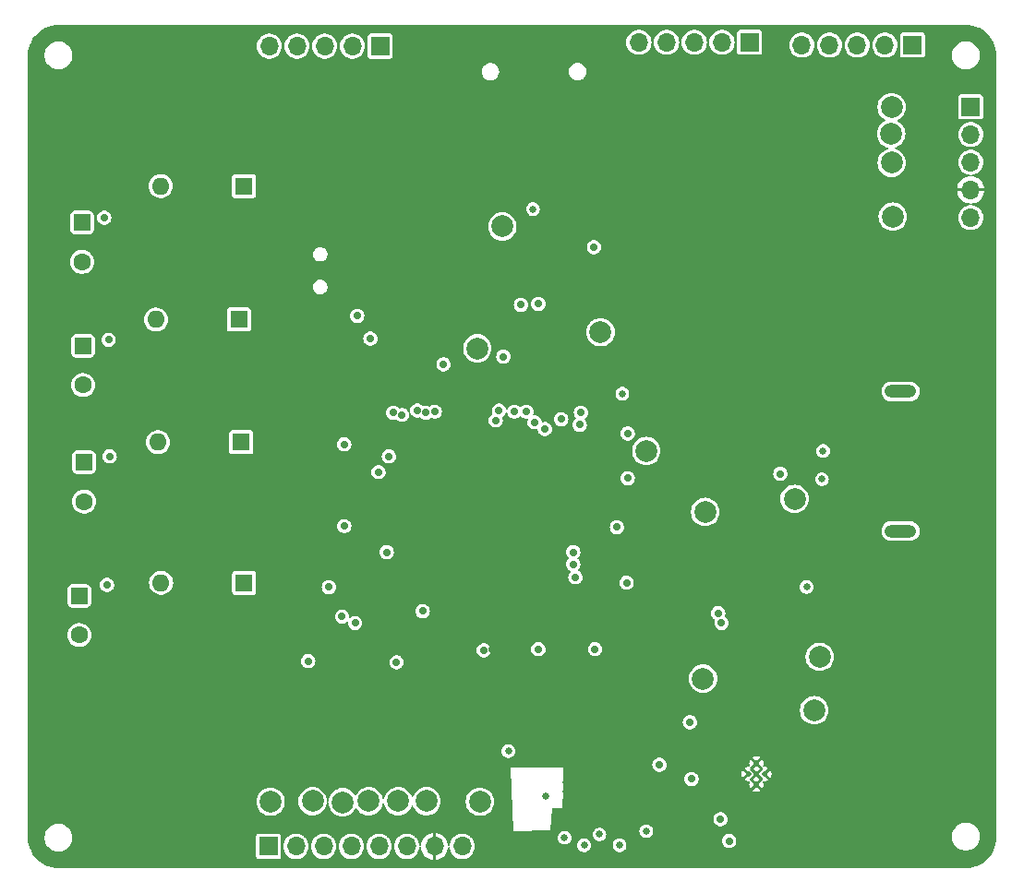
<source format=gbr>
%TF.GenerationSoftware,KiCad,Pcbnew,8.0.8*%
%TF.CreationDate,2025-03-12T15:40:13-04:00*%
%TF.ProjectId,ECE477-SeniorDesign,45434534-3737-42d5-9365-6e696f724465,rev?*%
%TF.SameCoordinates,Original*%
%TF.FileFunction,Copper,L3,Inr*%
%TF.FilePolarity,Positive*%
%FSLAX46Y46*%
G04 Gerber Fmt 4.6, Leading zero omitted, Abs format (unit mm)*
G04 Created by KiCad (PCBNEW 8.0.8) date 2025-03-12 15:40:13*
%MOMM*%
%LPD*%
G01*
G04 APERTURE LIST*
G04 Aperture macros list*
%AMRoundRect*
0 Rectangle with rounded corners*
0 $1 Rounding radius*
0 $2 $3 $4 $5 $6 $7 $8 $9 X,Y pos of 4 corners*
0 Add a 4 corners polygon primitive as box body*
4,1,4,$2,$3,$4,$5,$6,$7,$8,$9,$2,$3,0*
0 Add four circle primitives for the rounded corners*
1,1,$1+$1,$2,$3*
1,1,$1+$1,$4,$5*
1,1,$1+$1,$6,$7*
1,1,$1+$1,$8,$9*
0 Add four rect primitives between the rounded corners*
20,1,$1+$1,$2,$3,$4,$5,0*
20,1,$1+$1,$4,$5,$6,$7,0*
20,1,$1+$1,$6,$7,$8,$9,0*
20,1,$1+$1,$8,$9,$2,$3,0*%
G04 Aperture macros list end*
%TA.AperFunction,ComponentPad*%
%ADD10R,1.700000X1.700000*%
%TD*%
%TA.AperFunction,ComponentPad*%
%ADD11O,1.700000X1.700000*%
%TD*%
%TA.AperFunction,ComponentPad*%
%ADD12RoundRect,0.250000X-0.550000X0.550000X-0.550000X-0.550000X0.550000X-0.550000X0.550000X0.550000X0*%
%TD*%
%TA.AperFunction,ComponentPad*%
%ADD13C,1.600000*%
%TD*%
%TA.AperFunction,ComponentPad*%
%ADD14R,1.600000X1.600000*%
%TD*%
%TA.AperFunction,ComponentPad*%
%ADD15O,1.600000X1.600000*%
%TD*%
%TA.AperFunction,HeatsinkPad*%
%ADD16C,0.500000*%
%TD*%
%TA.AperFunction,HeatsinkPad*%
%ADD17O,2.900000X1.200000*%
%TD*%
%TA.AperFunction,ViaPad*%
%ADD18C,2.000000*%
%TD*%
%TA.AperFunction,ViaPad*%
%ADD19C,0.700000*%
%TD*%
%TA.AperFunction,ViaPad*%
%ADD20C,0.650000*%
%TD*%
G04 APERTURE END LIST*
D10*
%TO.N,/MCU/SPI1_NSS*%
%TO.C,EinkDispCon1*%
X134240000Y-120600000D03*
D11*
%TO.N,/MCU/SPI1_SCK*%
X136780000Y-120600000D03*
%TO.N,/MCU/Eink_Busy*%
X139320000Y-120600000D03*
%TO.N,/MCU/SPI1_MOSI*%
X141860000Y-120600000D03*
%TO.N,/MCU/Eink_D{slash}C*%
X144400000Y-120600000D03*
%TO.N,/MCU/Eink_RST*%
X146940000Y-120600000D03*
%TO.N,GND*%
X149480000Y-120600000D03*
%TO.N,+3.3V*%
X152020000Y-120600000D03*
%TD*%
D10*
%TO.N,unconnected-(J3-Pin_1-Pad1)*%
%TO.C,J3*%
X193325000Y-47050000D03*
D11*
%TO.N,SPI2_NSS*%
X190785000Y-47050000D03*
%TO.N,SPI2_SCK*%
X188245000Y-47050000D03*
%TO.N,SPI2_MISO*%
X185705000Y-47050000D03*
%TO.N,SPI2_MOSI*%
X183165000Y-47050000D03*
%TD*%
D10*
%TO.N,Extra_5*%
%TO.C,J2*%
X144490000Y-47150000D03*
D11*
%TO.N,Extra_4*%
X141950000Y-47150000D03*
%TO.N,Extra_3*%
X139410000Y-47150000D03*
%TO.N,Extra_2*%
X136870000Y-47150000D03*
%TO.N,Extra_1*%
X134330000Y-47150000D03*
%TD*%
D10*
%TO.N,SWCLK*%
%TO.C,J1*%
X198650000Y-52720000D03*
D11*
%TO.N,SWDIO*%
X198650000Y-55260000D03*
%TO.N,NRST*%
X198650000Y-57800000D03*
%TO.N,GND*%
X198650000Y-60340000D03*
%TO.N,+3.3V*%
X198650000Y-62880000D03*
%TD*%
D10*
%TO.N,unconnected-(J4-Pin_1-Pad1)*%
%TO.C,J4*%
X178380000Y-46800000D03*
D11*
%TO.N,USART2_TX*%
X175840000Y-46800000D03*
%TO.N,USART2_RX*%
X173300000Y-46800000D03*
%TO.N,I2C4_SCL*%
X170760000Y-46800000D03*
%TO.N,I2C4_SDA*%
X168220000Y-46800000D03*
%TD*%
D12*
%TO.N,+3.3V*%
%TO.C,J12*%
X116900000Y-97600000D03*
D13*
%TO.N,Net-(D7-A)*%
X116900000Y-101200000D03*
%TD*%
D12*
%TO.N,+3.3V*%
%TO.C,J10*%
X117350000Y-85350000D03*
D13*
%TO.N,Net-(D6-A)*%
X117350000Y-88950000D03*
%TD*%
D12*
%TO.N,+3.3V*%
%TO.C,J9*%
X117250000Y-74650000D03*
D13*
%TO.N,Net-(D5-A)*%
X117250000Y-78250000D03*
%TD*%
D12*
%TO.N,+3.3V*%
%TO.C,J5*%
X117150000Y-63350000D03*
D13*
%TO.N,Net-(D4-A)*%
X117150000Y-66950000D03*
%TD*%
D14*
%TO.N,Net-(D4-K)*%
%TO.C,D4*%
X132000000Y-60000000D03*
D15*
%TO.N,Net-(D4-A)*%
X124380000Y-60000000D03*
%TD*%
D16*
%TO.N,GND*%
%TO.C,U5*%
X179000000Y-114925000D03*
X178275000Y-113950000D03*
X179000000Y-113950000D03*
X179725000Y-113950000D03*
X179000000Y-112975000D03*
%TD*%
D14*
%TO.N,Net-(D6-K)*%
%TO.C,D6*%
X131750000Y-83500000D03*
D15*
%TO.N,Net-(D6-A)*%
X124130000Y-83500000D03*
%TD*%
D14*
%TO.N,Net-(D5-K)*%
%TO.C,D5*%
X131560000Y-72250000D03*
D15*
%TO.N,Net-(D5-A)*%
X123940000Y-72250000D03*
%TD*%
D17*
%TO.N,unconnected-(J7-Shield-Pad5)_1*%
%TO.C,J7*%
X192210000Y-91650000D03*
%TO.N,unconnected-(J7-Shield-Pad5)*%
X192210000Y-78850000D03*
%TD*%
D14*
%TO.N,Net-(D7-K)*%
%TO.C,D7*%
X132030499Y-96400000D03*
D15*
%TO.N,Net-(D7-A)*%
X124410499Y-96400000D03*
%TD*%
D18*
%TO.N,+3.3V*%
X153650000Y-116500000D03*
%TO.N,GND*%
X151250000Y-116550000D03*
%TO.N,+3.3V*%
X191500000Y-62800000D03*
%TO.N,GND*%
X191450000Y-60250000D03*
%TO.N,NRST*%
X191400000Y-57850000D03*
%TO.N,SWDIO*%
X191350000Y-55200000D03*
%TO.N,SWCLK*%
X191400000Y-52750000D03*
%TO.N,/MCU/Eink_RST*%
X148750000Y-116450000D03*
D19*
%TO.N,Extra_3*%
X147900000Y-80600000D03*
D18*
%TO.N,/MCU/SPI1_MOSI*%
X143450000Y-116450000D03*
D19*
%TO.N,I2C4_SCL*%
X144350000Y-86250000D03*
D18*
%TO.N,/MCU/SPI1_NSS*%
X134450000Y-116500000D03*
%TO.N,/ExtraPeriphs/SD_MISO*%
X153409620Y-74890380D03*
D19*
X157400000Y-70900000D03*
%TO.N,SWDIO*%
X162800000Y-81900000D03*
D18*
%TO.N,/MCU/USART1_RX*%
X168900000Y-84300000D03*
X174300000Y-89900000D03*
D19*
%TO.N,SWCLK*%
X162900000Y-80782806D03*
%TO.N,/ExtraPeriphs/SD_CS*%
X155100000Y-81500000D03*
D18*
X164700000Y-73400000D03*
D19*
%TO.N,NRST*%
X145100000Y-93600000D03*
X142200000Y-100100000D03*
%TO.N,GND*%
X157500000Y-76000000D03*
X183700000Y-86000000D03*
D20*
X178200000Y-85900000D03*
D18*
X174500000Y-84925900D03*
D19*
X148400000Y-49600000D03*
X144100000Y-95700000D03*
D20*
X144400000Y-103800000D03*
D19*
X177400000Y-101300000D03*
X162300000Y-69700000D03*
X182600000Y-83400000D03*
X132800000Y-67900000D03*
X154300000Y-66100000D03*
X152000000Y-76300000D03*
X182700000Y-80900000D03*
X186000000Y-80100000D03*
D20*
X136900000Y-89800000D03*
D19*
X179600000Y-106800000D03*
X146400000Y-73650000D03*
X139000000Y-100100000D03*
X167500000Y-81100000D03*
X127300000Y-68000000D03*
D20*
X141700000Y-114400000D03*
D19*
X166650000Y-49300000D03*
D18*
X180200000Y-99000000D03*
D20*
X161175000Y-118050000D03*
X158000000Y-112850000D03*
D19*
X178900000Y-116800000D03*
D20*
X161550000Y-117050000D03*
D19*
X132600000Y-78900000D03*
D18*
X188900000Y-102100000D03*
D19*
X154800000Y-102500000D03*
D20*
X161550000Y-115550000D03*
X136400000Y-95900000D03*
X161550000Y-116300000D03*
D19*
X127300000Y-78900000D03*
X149800000Y-102500000D03*
X126500000Y-90600000D03*
X167100000Y-88600000D03*
X165600000Y-78400000D03*
X156100000Y-69400000D03*
D20*
X126200000Y-102400000D03*
D19*
X139700000Y-88300000D03*
X160100000Y-102500000D03*
D20*
X179900000Y-93700000D03*
D19*
X139700000Y-95000000D03*
D20*
X161550000Y-114700000D03*
X160900000Y-112350000D03*
D19*
X127300000Y-89900000D03*
D20*
X138200000Y-99400000D03*
D19*
X173800000Y-93700000D03*
X128869501Y-103025001D03*
D20*
X173200000Y-79800000D03*
D19*
X164000000Y-67400000D03*
X167200000Y-94100000D03*
X182100000Y-120100000D03*
D20*
X161600000Y-113800000D03*
D19*
X164300000Y-115200000D03*
X184200000Y-93200000D03*
D20*
X173200000Y-78200000D03*
D19*
X134269501Y-103125001D03*
X132900000Y-90600000D03*
X161000000Y-62100000D03*
X142300000Y-65500000D03*
X166700000Y-59400000D03*
X126200000Y-67400000D03*
X126200000Y-78700000D03*
D20*
X151350000Y-60850000D03*
D19*
X153850000Y-72000000D03*
%TO.N,USART2_TX*%
X156800000Y-80700000D03*
D18*
%TO.N,/MCU/Eink_Busy*%
X141050000Y-116550000D03*
D20*
%TO.N,V_5V*%
X183600000Y-96800000D03*
D18*
X174100000Y-105200000D03*
D19*
%TO.N,/MCU/SPI1_SCK*%
X148400000Y-99000000D03*
D18*
X138300000Y-116450000D03*
D19*
%TO.N,Extra_1*%
X145700000Y-80800000D03*
D18*
%TO.N,/MCU/Eink_D{slash}C*%
X146150000Y-116450000D03*
D19*
%TO.N,Extra_4*%
X148700000Y-80800000D03*
%TO.N,/LipoPower/Recharge_ST1*%
X167100000Y-96400000D03*
X175500000Y-99200000D03*
%TO.N,Extra_2*%
X146500000Y-81000000D03*
%TO.N,USART2_RX*%
X155400000Y-80600000D03*
%TO.N,+3.3V*%
X143600000Y-74000000D03*
X159000000Y-102500000D03*
D20*
X161400000Y-119800000D03*
D19*
X172900000Y-109200000D03*
X167200000Y-86800000D03*
X141000000Y-99500000D03*
X142400000Y-71900000D03*
X166200000Y-91300000D03*
X176500000Y-120100000D03*
D20*
X166450000Y-120500000D03*
D19*
X139800000Y-96800000D03*
X119200000Y-62900000D03*
X141200000Y-83700000D03*
D20*
X166700000Y-79050000D03*
X158500000Y-62100000D03*
D19*
X164200000Y-102500000D03*
X119600000Y-74100000D03*
X119450000Y-96600000D03*
D20*
X168900000Y-119200000D03*
X164600000Y-119500000D03*
D19*
X154000000Y-102600000D03*
X155800000Y-75650000D03*
X146000000Y-103700000D03*
X119700000Y-84800000D03*
X137900000Y-103600000D03*
X167200000Y-82700000D03*
D20*
X163200000Y-120500000D03*
D19*
X164100000Y-65600000D03*
X141200000Y-91200000D03*
X150300000Y-76350000D03*
%TO.N,I2C4_SDA*%
X145300000Y-84800000D03*
%TO.N,Extra_5*%
X149500000Y-80700000D03*
D18*
%TO.N,V_Batt*%
X184800000Y-103200000D03*
X184300000Y-108100000D03*
D19*
%TO.N,VBUS*%
X175800000Y-100100000D03*
D18*
X182500000Y-88700000D03*
D19*
X181200000Y-86400000D03*
%TO.N,/LipoPower/Monitor_GPOUT*%
X162400000Y-95900000D03*
X170100000Y-113100000D03*
%TO.N,SPI2_NSS*%
X161100000Y-81400000D03*
%TO.N,SPI2_MOSI*%
X157900000Y-80700000D03*
%TO.N,SPI2_MISO*%
X158660000Y-81674386D03*
%TO.N,SPI2_SCK*%
X159600000Y-82300000D03*
%TO.N,/LipoPower/Monitor_SDA*%
X162200000Y-93600000D03*
X173050000Y-114400000D03*
%TO.N,/LipoPower/Monitor_SCL*%
X162197557Y-94700000D03*
X175700000Y-118100000D03*
D20*
%TO.N,/USB-UART/USB_D+*%
X185000000Y-86900000D03*
X185100000Y-84300000D03*
D19*
%TO.N,CS_LLS*%
X159000000Y-70800000D03*
D18*
X155700000Y-63700000D03*
D20*
%TO.N,Net-(U10-PG)*%
X156250000Y-111850000D03*
X159650000Y-116000000D03*
%TD*%
%TA.AperFunction,Conductor*%
%TO.N,GND*%
G36*
X198221026Y-45200644D02*
G01*
X198526544Y-45219773D01*
X198534735Y-45220748D01*
X198834464Y-45273511D01*
X198842510Y-45275395D01*
X199134506Y-45361252D01*
X199142271Y-45364015D01*
X199422880Y-45481894D01*
X199430285Y-45485504D01*
X199692538Y-45631999D01*
X199695988Y-45633926D01*
X199702966Y-45638352D01*
X199950466Y-45815473D01*
X199956906Y-45820650D01*
X200183098Y-46024245D01*
X200188922Y-46030107D01*
X200391023Y-46257672D01*
X200396156Y-46264148D01*
X200571611Y-46512806D01*
X200575991Y-46519813D01*
X200722635Y-46786493D01*
X200726206Y-46793944D01*
X200842204Y-47075313D01*
X200844922Y-47083117D01*
X200928825Y-47375661D01*
X200930656Y-47383719D01*
X200981419Y-47683786D01*
X200982341Y-47691997D01*
X200999385Y-47996780D01*
X200999500Y-48000912D01*
X200999500Y-119797916D01*
X200999384Y-119802065D01*
X200982129Y-120109303D01*
X200981199Y-120117549D01*
X200930008Y-120418843D01*
X200928162Y-120426934D01*
X200843551Y-120720623D01*
X200840810Y-120728456D01*
X200723852Y-121010817D01*
X200720252Y-121018293D01*
X200572415Y-121285784D01*
X200568000Y-121292811D01*
X200391138Y-121542076D01*
X200385963Y-121548564D01*
X200182313Y-121776446D01*
X200176446Y-121782313D01*
X199948564Y-121985963D01*
X199942076Y-121991138D01*
X199692811Y-122168000D01*
X199685784Y-122172415D01*
X199418293Y-122320252D01*
X199410817Y-122323852D01*
X199128456Y-122440810D01*
X199120623Y-122443551D01*
X198826934Y-122528162D01*
X198818843Y-122530008D01*
X198517549Y-122581199D01*
X198509303Y-122582129D01*
X198214593Y-122598680D01*
X198202084Y-122599383D01*
X198202066Y-122599384D01*
X198197917Y-122599500D01*
X115001850Y-122599500D01*
X114997695Y-122599383D01*
X114690504Y-122582107D01*
X114682258Y-122581178D01*
X114380962Y-122529964D01*
X114372872Y-122528117D01*
X114079203Y-122443491D01*
X114071371Y-122440749D01*
X113789042Y-122323785D01*
X113781566Y-122320185D01*
X113514086Y-122172335D01*
X113507060Y-122167919D01*
X113257827Y-121991060D01*
X113251340Y-121985886D01*
X113023475Y-121782236D01*
X113017608Y-121776369D01*
X112813973Y-121548485D01*
X112808799Y-121541997D01*
X112793184Y-121519988D01*
X112631952Y-121292737D01*
X112627546Y-121285725D01*
X112479720Y-121018237D01*
X112476121Y-121010763D01*
X112396233Y-120817886D01*
X112359168Y-120728399D01*
X112356434Y-120720582D01*
X112271830Y-120426901D01*
X112269989Y-120418837D01*
X112218794Y-120117509D01*
X112217868Y-120109295D01*
X112200616Y-119802065D01*
X112200500Y-119797916D01*
X112200500Y-119700008D01*
X113729500Y-119700008D01*
X113729500Y-119899991D01*
X113760783Y-120097507D01*
X113760786Y-120097520D01*
X113822579Y-120287699D01*
X113822580Y-120287702D01*
X113822581Y-120287703D01*
X113893523Y-120426934D01*
X113913372Y-120465888D01*
X113913372Y-120465889D01*
X113988533Y-120569339D01*
X114030917Y-120627675D01*
X114172325Y-120769083D01*
X114172328Y-120769085D01*
X114172329Y-120769086D01*
X114321436Y-120877419D01*
X114334113Y-120886629D01*
X114512297Y-120977419D01*
X114512300Y-120977420D01*
X114512299Y-120977420D01*
X114702479Y-121039213D01*
X114702485Y-121039214D01*
X114702490Y-121039216D01*
X114834169Y-121060072D01*
X114900008Y-121070500D01*
X114900009Y-121070500D01*
X115099992Y-121070500D01*
X115149370Y-121062679D01*
X115297510Y-121039216D01*
X115297517Y-121039213D01*
X115297520Y-121039213D01*
X115385080Y-121010763D01*
X115487703Y-120977419D01*
X115665887Y-120886629D01*
X115827675Y-120769083D01*
X115969083Y-120627675D01*
X116086629Y-120465887D01*
X116177419Y-120287703D01*
X116215387Y-120170849D01*
X116239213Y-120097520D01*
X116239213Y-120097517D01*
X116239216Y-120097510D01*
X116270500Y-119899991D01*
X116270500Y-119705135D01*
X133089500Y-119705135D01*
X133089500Y-121494863D01*
X133092414Y-121519986D01*
X133092415Y-121519992D01*
X133137794Y-121622765D01*
X133217235Y-121702206D01*
X133320009Y-121747585D01*
X133345135Y-121750500D01*
X135134864Y-121750499D01*
X135159991Y-121747585D01*
X135262765Y-121702206D01*
X135342206Y-121622765D01*
X135387585Y-121519991D01*
X135390500Y-121494865D01*
X135390499Y-120599996D01*
X135624571Y-120599996D01*
X135624571Y-120600003D01*
X135644242Y-120812303D01*
X135644243Y-120812309D01*
X135702593Y-121017383D01*
X135702596Y-121017393D01*
X135797632Y-121208252D01*
X135797634Y-121208255D01*
X135926128Y-121378407D01*
X136083698Y-121522052D01*
X136264981Y-121634298D01*
X136463802Y-121711321D01*
X136673390Y-121750500D01*
X136886610Y-121750500D01*
X137096198Y-121711321D01*
X137295019Y-121634298D01*
X137476302Y-121522052D01*
X137633872Y-121378407D01*
X137762366Y-121208255D01*
X137857405Y-121017389D01*
X137915756Y-120812310D01*
X137917563Y-120792818D01*
X137935429Y-120600003D01*
X137935429Y-120599996D01*
X138164571Y-120599996D01*
X138164571Y-120600003D01*
X138184242Y-120812303D01*
X138184243Y-120812309D01*
X138242593Y-121017383D01*
X138242596Y-121017393D01*
X138337632Y-121208252D01*
X138337634Y-121208255D01*
X138466128Y-121378407D01*
X138623698Y-121522052D01*
X138804981Y-121634298D01*
X139003802Y-121711321D01*
X139213390Y-121750500D01*
X139426610Y-121750500D01*
X139636198Y-121711321D01*
X139835019Y-121634298D01*
X140016302Y-121522052D01*
X140173872Y-121378407D01*
X140302366Y-121208255D01*
X140397405Y-121017389D01*
X140455756Y-120812310D01*
X140457563Y-120792818D01*
X140475429Y-120600003D01*
X140475429Y-120599996D01*
X140704571Y-120599996D01*
X140704571Y-120600003D01*
X140724242Y-120812303D01*
X140724243Y-120812309D01*
X140782593Y-121017383D01*
X140782596Y-121017393D01*
X140877632Y-121208252D01*
X140877634Y-121208255D01*
X141006128Y-121378407D01*
X141163698Y-121522052D01*
X141344981Y-121634298D01*
X141543802Y-121711321D01*
X141753390Y-121750500D01*
X141966610Y-121750500D01*
X142176198Y-121711321D01*
X142375019Y-121634298D01*
X142556302Y-121522052D01*
X142713872Y-121378407D01*
X142842366Y-121208255D01*
X142937405Y-121017389D01*
X142995756Y-120812310D01*
X142997563Y-120792818D01*
X143015429Y-120600003D01*
X143015429Y-120599996D01*
X143244571Y-120599996D01*
X143244571Y-120600003D01*
X143264242Y-120812303D01*
X143264243Y-120812309D01*
X143322593Y-121017383D01*
X143322596Y-121017393D01*
X143417632Y-121208252D01*
X143417634Y-121208255D01*
X143546128Y-121378407D01*
X143703698Y-121522052D01*
X143884981Y-121634298D01*
X144083802Y-121711321D01*
X144293390Y-121750500D01*
X144506610Y-121750500D01*
X144716198Y-121711321D01*
X144915019Y-121634298D01*
X145096302Y-121522052D01*
X145253872Y-121378407D01*
X145382366Y-121208255D01*
X145477405Y-121017389D01*
X145535756Y-120812310D01*
X145537563Y-120792818D01*
X145555429Y-120600003D01*
X145555429Y-120599996D01*
X145784571Y-120599996D01*
X145784571Y-120600003D01*
X145804242Y-120812303D01*
X145804243Y-120812309D01*
X145862593Y-121017383D01*
X145862596Y-121017393D01*
X145957632Y-121208252D01*
X145957634Y-121208255D01*
X146086128Y-121378407D01*
X146243698Y-121522052D01*
X146424981Y-121634298D01*
X146623802Y-121711321D01*
X146833390Y-121750500D01*
X147046610Y-121750500D01*
X147256198Y-121711321D01*
X147455019Y-121634298D01*
X147636302Y-121522052D01*
X147793872Y-121378407D01*
X147922366Y-121208255D01*
X148017405Y-121017389D01*
X148075756Y-120812310D01*
X148079762Y-120769083D01*
X148086390Y-120697551D01*
X148112799Y-120647448D01*
X148166901Y-120630694D01*
X148217004Y-120657103D01*
X148233792Y-120697928D01*
X148244287Y-120817886D01*
X148244288Y-120817893D01*
X148300895Y-121029153D01*
X148393334Y-121227388D01*
X148518785Y-121406551D01*
X148673448Y-121561214D01*
X148852611Y-121686665D01*
X149050846Y-121779104D01*
X149262106Y-121835711D01*
X149262113Y-121835712D01*
X149355000Y-121843838D01*
X149355000Y-121084144D01*
X149414174Y-121100000D01*
X149545826Y-121100000D01*
X149605000Y-121084144D01*
X149605000Y-121843837D01*
X149697886Y-121835712D01*
X149697893Y-121835711D01*
X149909153Y-121779104D01*
X150107388Y-121686665D01*
X150286551Y-121561214D01*
X150441214Y-121406551D01*
X150566665Y-121227388D01*
X150659104Y-121029153D01*
X150715711Y-120817893D01*
X150715712Y-120817886D01*
X150726207Y-120697929D01*
X150752358Y-120647691D01*
X150806374Y-120630660D01*
X150856612Y-120656811D01*
X150873609Y-120697550D01*
X150884242Y-120812303D01*
X150884243Y-120812309D01*
X150942593Y-121017383D01*
X150942596Y-121017393D01*
X151037632Y-121208252D01*
X151037634Y-121208255D01*
X151166128Y-121378407D01*
X151323698Y-121522052D01*
X151504981Y-121634298D01*
X151703802Y-121711321D01*
X151913390Y-121750500D01*
X152126610Y-121750500D01*
X152336198Y-121711321D01*
X152535019Y-121634298D01*
X152716302Y-121522052D01*
X152873872Y-121378407D01*
X153002366Y-121208255D01*
X153097405Y-121017389D01*
X153155756Y-120812310D01*
X153157563Y-120792818D01*
X153175429Y-120600003D01*
X153175429Y-120599996D01*
X153166163Y-120499996D01*
X162569906Y-120499996D01*
X162569906Y-120500003D01*
X162588214Y-120650790D01*
X162642078Y-120792818D01*
X162659382Y-120817886D01*
X162728368Y-120917830D01*
X162842066Y-121018557D01*
X162842067Y-121018557D01*
X162842069Y-121018559D01*
X162881428Y-121039216D01*
X162976566Y-121089148D01*
X163124051Y-121125500D01*
X163124055Y-121125500D01*
X163275945Y-121125500D01*
X163275949Y-121125500D01*
X163423434Y-121089148D01*
X163557934Y-121018557D01*
X163671632Y-120917830D01*
X163757921Y-120792819D01*
X163811785Y-120650791D01*
X163824886Y-120542895D01*
X163830094Y-120500003D01*
X163830094Y-120499996D01*
X165819906Y-120499996D01*
X165819906Y-120500003D01*
X165838214Y-120650790D01*
X165892078Y-120792818D01*
X165909382Y-120817886D01*
X165978368Y-120917830D01*
X166092066Y-121018557D01*
X166092067Y-121018557D01*
X166092069Y-121018559D01*
X166131428Y-121039216D01*
X166226566Y-121089148D01*
X166374051Y-121125500D01*
X166374055Y-121125500D01*
X166525945Y-121125500D01*
X166525949Y-121125500D01*
X166673434Y-121089148D01*
X166807934Y-121018557D01*
X166921632Y-120917830D01*
X167007921Y-120792819D01*
X167061785Y-120650791D01*
X167074886Y-120542895D01*
X167080094Y-120500003D01*
X167080094Y-120499996D01*
X167061785Y-120349209D01*
X167007921Y-120207181D01*
X166933936Y-120099996D01*
X175844722Y-120099996D01*
X175844722Y-120100003D01*
X175863761Y-120256808D01*
X175863764Y-120256822D01*
X175919778Y-120404521D01*
X176009271Y-120534174D01*
X176009517Y-120534530D01*
X176127760Y-120639283D01*
X176267635Y-120712696D01*
X176421015Y-120750500D01*
X176421019Y-120750500D01*
X176578981Y-120750500D01*
X176578985Y-120750500D01*
X176732365Y-120712696D01*
X176872240Y-120639283D01*
X176990483Y-120534530D01*
X177080220Y-120404523D01*
X177136237Y-120256818D01*
X177144629Y-120187703D01*
X177155278Y-120100003D01*
X177155278Y-120099996D01*
X177136238Y-119943191D01*
X177136237Y-119943182D01*
X177119857Y-119899991D01*
X177080221Y-119795478D01*
X176990483Y-119665470D01*
X176973914Y-119650791D01*
X176916591Y-119600008D01*
X196929500Y-119600008D01*
X196929500Y-119799991D01*
X196960783Y-119997507D01*
X196960786Y-119997520D01*
X197022579Y-120187699D01*
X197022580Y-120187702D01*
X197022581Y-120187703D01*
X197104873Y-120349209D01*
X197113372Y-120365888D01*
X197113372Y-120365889D01*
X197212588Y-120502448D01*
X197230917Y-120527675D01*
X197372325Y-120669083D01*
X197372328Y-120669085D01*
X197372329Y-120669086D01*
X197448759Y-120724616D01*
X197534113Y-120786629D01*
X197712297Y-120877419D01*
X197712300Y-120877420D01*
X197712299Y-120877420D01*
X197902479Y-120939213D01*
X197902485Y-120939214D01*
X197902490Y-120939216D01*
X198034169Y-120960072D01*
X198100008Y-120970500D01*
X198100009Y-120970500D01*
X198299992Y-120970500D01*
X198349370Y-120962679D01*
X198497510Y-120939216D01*
X198497517Y-120939213D01*
X198497520Y-120939213D01*
X198659363Y-120886627D01*
X198687703Y-120877419D01*
X198865887Y-120786629D01*
X199027675Y-120669083D01*
X199169083Y-120527675D01*
X199286629Y-120365887D01*
X199377419Y-120187703D01*
X199411159Y-120083860D01*
X199439213Y-119997520D01*
X199439213Y-119997517D01*
X199439216Y-119997510D01*
X199470500Y-119799991D01*
X199470500Y-119600009D01*
X199439216Y-119402490D01*
X199439214Y-119402485D01*
X199439213Y-119402479D01*
X199377420Y-119212300D01*
X199377419Y-119212299D01*
X199377419Y-119212297D01*
X199286629Y-119034113D01*
X199194407Y-118907181D01*
X199169086Y-118872329D01*
X199169085Y-118872328D01*
X199169083Y-118872325D01*
X199027675Y-118730917D01*
X199027672Y-118730914D01*
X199027670Y-118730913D01*
X198865889Y-118613372D01*
X198687699Y-118522579D01*
X198687700Y-118522579D01*
X198497520Y-118460786D01*
X198497507Y-118460783D01*
X198299992Y-118429500D01*
X198299991Y-118429500D01*
X198100009Y-118429500D01*
X198100008Y-118429500D01*
X197902492Y-118460783D01*
X197902479Y-118460786D01*
X197712300Y-118522579D01*
X197534111Y-118613372D01*
X197534110Y-118613372D01*
X197372329Y-118730913D01*
X197230913Y-118872329D01*
X197113372Y-119034110D01*
X197113372Y-119034111D01*
X197022579Y-119212300D01*
X196960786Y-119402479D01*
X196960783Y-119402492D01*
X196929500Y-119600008D01*
X176916591Y-119600008D01*
X176872240Y-119560717D01*
X176860139Y-119554366D01*
X176732366Y-119487304D01*
X176578987Y-119449500D01*
X176578985Y-119449500D01*
X176421015Y-119449500D01*
X176421012Y-119449500D01*
X176267633Y-119487304D01*
X176127761Y-119560716D01*
X176009516Y-119665470D01*
X175919779Y-119795478D01*
X175919778Y-119795478D01*
X175863764Y-119943177D01*
X175863761Y-119943191D01*
X175844722Y-120099996D01*
X166933936Y-120099996D01*
X166921632Y-120082170D01*
X166807934Y-119981443D01*
X166807932Y-119981442D01*
X166807930Y-119981440D01*
X166673437Y-119910853D01*
X166673434Y-119910852D01*
X166525949Y-119874500D01*
X166374051Y-119874500D01*
X166226562Y-119910853D01*
X166092069Y-119981440D01*
X165978367Y-120082170D01*
X165892078Y-120207181D01*
X165838214Y-120349209D01*
X165819906Y-120499996D01*
X163830094Y-120499996D01*
X163811785Y-120349209D01*
X163757921Y-120207181D01*
X163671632Y-120082170D01*
X163557934Y-119981443D01*
X163557932Y-119981442D01*
X163557930Y-119981440D01*
X163423437Y-119910853D01*
X163423434Y-119910852D01*
X163275949Y-119874500D01*
X163124051Y-119874500D01*
X162976562Y-119910853D01*
X162842069Y-119981440D01*
X162728367Y-120082170D01*
X162642078Y-120207181D01*
X162588214Y-120349209D01*
X162569906Y-120499996D01*
X153166163Y-120499996D01*
X153155757Y-120387696D01*
X153155756Y-120387690D01*
X153136086Y-120318559D01*
X153097405Y-120182611D01*
X153091548Y-120170849D01*
X153002367Y-119991747D01*
X153002363Y-119991741D01*
X152965699Y-119943191D01*
X152873872Y-119821593D01*
X152850181Y-119799996D01*
X160769906Y-119799996D01*
X160769906Y-119800003D01*
X160788214Y-119950790D01*
X160842078Y-120092818D01*
X160921018Y-120207181D01*
X160928368Y-120217830D01*
X161042066Y-120318557D01*
X161042067Y-120318557D01*
X161042069Y-120318559D01*
X161163162Y-120382113D01*
X161176566Y-120389148D01*
X161324051Y-120425500D01*
X161324055Y-120425500D01*
X161475945Y-120425500D01*
X161475949Y-120425500D01*
X161623434Y-120389148D01*
X161757934Y-120318557D01*
X161871632Y-120217830D01*
X161957921Y-120092819D01*
X162011785Y-119950791D01*
X162027473Y-119821590D01*
X162030094Y-119800003D01*
X162030094Y-119799996D01*
X162011785Y-119649209D01*
X161957921Y-119507181D01*
X161952962Y-119499996D01*
X163969906Y-119499996D01*
X163969906Y-119500003D01*
X163988214Y-119650790D01*
X164042078Y-119792818D01*
X164116055Y-119899991D01*
X164128368Y-119917830D01*
X164242066Y-120018557D01*
X164242067Y-120018557D01*
X164242069Y-120018559D01*
X164376562Y-120089146D01*
X164376566Y-120089148D01*
X164524051Y-120125500D01*
X164524055Y-120125500D01*
X164675945Y-120125500D01*
X164675949Y-120125500D01*
X164823434Y-120089148D01*
X164957934Y-120018557D01*
X165071632Y-119917830D01*
X165157921Y-119792819D01*
X165211785Y-119650791D01*
X165222116Y-119565705D01*
X165230094Y-119500003D01*
X165230094Y-119499996D01*
X165211785Y-119349209D01*
X165157921Y-119207181D01*
X165152962Y-119199996D01*
X168269906Y-119199996D01*
X168269906Y-119200003D01*
X168288214Y-119350790D01*
X168342078Y-119492818D01*
X168400347Y-119577234D01*
X168428368Y-119617830D01*
X168542066Y-119718557D01*
X168542067Y-119718557D01*
X168542069Y-119718559D01*
X168676562Y-119789146D01*
X168676566Y-119789148D01*
X168824051Y-119825500D01*
X168824055Y-119825500D01*
X168975945Y-119825500D01*
X168975949Y-119825500D01*
X169123434Y-119789148D01*
X169257934Y-119718557D01*
X169371632Y-119617830D01*
X169457921Y-119492819D01*
X169511785Y-119350791D01*
X169528601Y-119212297D01*
X169530094Y-119200003D01*
X169530094Y-119199996D01*
X169511785Y-119049209D01*
X169457921Y-118907181D01*
X169371632Y-118782170D01*
X169335884Y-118750500D01*
X169257934Y-118681443D01*
X169257932Y-118681442D01*
X169257930Y-118681440D01*
X169123437Y-118610853D01*
X169123434Y-118610852D01*
X168975949Y-118574500D01*
X168824051Y-118574500D01*
X168676562Y-118610853D01*
X168542069Y-118681440D01*
X168428367Y-118782170D01*
X168342078Y-118907181D01*
X168288214Y-119049209D01*
X168269906Y-119199996D01*
X165152962Y-119199996D01*
X165071632Y-119082170D01*
X165034426Y-119049209D01*
X164957934Y-118981443D01*
X164957932Y-118981442D01*
X164957930Y-118981440D01*
X164823437Y-118910853D01*
X164823434Y-118910852D01*
X164675949Y-118874500D01*
X164524051Y-118874500D01*
X164376562Y-118910853D01*
X164242069Y-118981440D01*
X164128367Y-119082170D01*
X164042078Y-119207181D01*
X163988214Y-119349209D01*
X163969906Y-119499996D01*
X161952962Y-119499996D01*
X161871632Y-119382170D01*
X161842274Y-119356161D01*
X161757934Y-119281443D01*
X161757932Y-119281442D01*
X161757930Y-119281440D01*
X161623437Y-119210853D01*
X161623434Y-119210852D01*
X161475949Y-119174500D01*
X161324051Y-119174500D01*
X161176562Y-119210853D01*
X161042069Y-119281440D01*
X160928367Y-119382170D01*
X160842078Y-119507181D01*
X160788214Y-119649209D01*
X160769906Y-119799996D01*
X152850181Y-119799996D01*
X152832094Y-119783507D01*
X152716302Y-119677948D01*
X152696149Y-119665470D01*
X152619208Y-119617830D01*
X152535019Y-119565702D01*
X152336198Y-119488679D01*
X152244150Y-119471472D01*
X152126613Y-119449500D01*
X152126610Y-119449500D01*
X151913390Y-119449500D01*
X151913386Y-119449500D01*
X151756670Y-119478796D01*
X151703802Y-119488679D01*
X151703800Y-119488679D01*
X151703798Y-119488680D01*
X151517851Y-119560716D01*
X151504981Y-119565702D01*
X151504976Y-119565704D01*
X151504976Y-119565705D01*
X151323700Y-119677946D01*
X151166130Y-119821590D01*
X151037636Y-119991741D01*
X151037632Y-119991747D01*
X150942596Y-120182606D01*
X150942593Y-120182616D01*
X150884243Y-120387690D01*
X150884242Y-120387696D01*
X150873609Y-120502449D01*
X150847199Y-120552552D01*
X150793097Y-120569305D01*
X150742994Y-120542895D01*
X150726207Y-120502070D01*
X150715712Y-120382113D01*
X150715711Y-120382106D01*
X150659105Y-120170849D01*
X150659100Y-120170838D01*
X150566665Y-119972612D01*
X150441212Y-119793445D01*
X150286551Y-119638785D01*
X150286552Y-119638785D01*
X150107388Y-119513334D01*
X149909153Y-119420895D01*
X149697893Y-119364288D01*
X149697885Y-119364287D01*
X149605000Y-119356160D01*
X149605000Y-120115855D01*
X149545826Y-120100000D01*
X149414174Y-120100000D01*
X149355000Y-120115855D01*
X149355000Y-119356161D01*
X149354999Y-119356160D01*
X149262114Y-119364287D01*
X149262106Y-119364288D01*
X149050849Y-119420894D01*
X149050838Y-119420899D01*
X148852612Y-119513334D01*
X148673445Y-119638787D01*
X148518787Y-119793445D01*
X148393334Y-119972612D01*
X148300899Y-120170838D01*
X148300894Y-120170849D01*
X148244288Y-120382106D01*
X148244287Y-120382113D01*
X148233792Y-120502071D01*
X148207640Y-120552308D01*
X148153624Y-120569339D01*
X148103387Y-120543187D01*
X148086390Y-120502448D01*
X148075757Y-120387697D01*
X148075756Y-120387690D01*
X148056086Y-120318559D01*
X148017405Y-120182611D01*
X148011548Y-120170849D01*
X147922367Y-119991747D01*
X147922363Y-119991741D01*
X147885699Y-119943191D01*
X147793872Y-119821593D01*
X147770181Y-119799996D01*
X147752094Y-119783507D01*
X147636302Y-119677948D01*
X147616149Y-119665470D01*
X147539208Y-119617830D01*
X147455019Y-119565702D01*
X147256198Y-119488679D01*
X147164150Y-119471472D01*
X147046613Y-119449500D01*
X147046610Y-119449500D01*
X146833390Y-119449500D01*
X146833386Y-119449500D01*
X146676670Y-119478796D01*
X146623802Y-119488679D01*
X146623800Y-119488679D01*
X146623798Y-119488680D01*
X146437851Y-119560716D01*
X146424981Y-119565702D01*
X146424976Y-119565704D01*
X146424976Y-119565705D01*
X146243700Y-119677946D01*
X146086130Y-119821590D01*
X145957636Y-119991741D01*
X145957632Y-119991747D01*
X145862596Y-120182606D01*
X145862593Y-120182616D01*
X145804243Y-120387690D01*
X145804242Y-120387696D01*
X145784571Y-120599996D01*
X145555429Y-120599996D01*
X145535757Y-120387696D01*
X145535756Y-120387690D01*
X145516086Y-120318559D01*
X145477405Y-120182611D01*
X145471548Y-120170849D01*
X145382367Y-119991747D01*
X145382363Y-119991741D01*
X145345699Y-119943191D01*
X145253872Y-119821593D01*
X145230181Y-119799996D01*
X145212094Y-119783507D01*
X145096302Y-119677948D01*
X145076149Y-119665470D01*
X144999208Y-119617830D01*
X144915019Y-119565702D01*
X144716198Y-119488679D01*
X144624150Y-119471472D01*
X144506613Y-119449500D01*
X144506610Y-119449500D01*
X144293390Y-119449500D01*
X144293386Y-119449500D01*
X144136670Y-119478796D01*
X144083802Y-119488679D01*
X144083800Y-119488679D01*
X144083798Y-119488680D01*
X143897851Y-119560716D01*
X143884981Y-119565702D01*
X143884976Y-119565704D01*
X143884976Y-119565705D01*
X143703700Y-119677946D01*
X143546130Y-119821590D01*
X143417636Y-119991741D01*
X143417632Y-119991747D01*
X143322596Y-120182606D01*
X143322593Y-120182616D01*
X143264243Y-120387690D01*
X143264242Y-120387696D01*
X143244571Y-120599996D01*
X143015429Y-120599996D01*
X142995757Y-120387696D01*
X142995756Y-120387690D01*
X142976086Y-120318559D01*
X142937405Y-120182611D01*
X142931548Y-120170849D01*
X142842367Y-119991747D01*
X142842363Y-119991741D01*
X142805699Y-119943191D01*
X142713872Y-119821593D01*
X142690181Y-119799996D01*
X142672094Y-119783507D01*
X142556302Y-119677948D01*
X142536149Y-119665470D01*
X142459208Y-119617830D01*
X142375019Y-119565702D01*
X142176198Y-119488679D01*
X142084150Y-119471472D01*
X141966613Y-119449500D01*
X141966610Y-119449500D01*
X141753390Y-119449500D01*
X141753386Y-119449500D01*
X141596670Y-119478796D01*
X141543802Y-119488679D01*
X141543800Y-119488679D01*
X141543798Y-119488680D01*
X141357851Y-119560716D01*
X141344981Y-119565702D01*
X141344976Y-119565704D01*
X141344976Y-119565705D01*
X141163700Y-119677946D01*
X141006130Y-119821590D01*
X140877636Y-119991741D01*
X140877632Y-119991747D01*
X140782596Y-120182606D01*
X140782593Y-120182616D01*
X140724243Y-120387690D01*
X140724242Y-120387696D01*
X140704571Y-120599996D01*
X140475429Y-120599996D01*
X140455757Y-120387696D01*
X140455756Y-120387690D01*
X140436086Y-120318559D01*
X140397405Y-120182611D01*
X140391548Y-120170849D01*
X140302367Y-119991747D01*
X140302363Y-119991741D01*
X140265699Y-119943191D01*
X140173872Y-119821593D01*
X140150181Y-119799996D01*
X140132094Y-119783507D01*
X140016302Y-119677948D01*
X139996149Y-119665470D01*
X139919208Y-119617830D01*
X139835019Y-119565702D01*
X139636198Y-119488679D01*
X139544150Y-119471472D01*
X139426613Y-119449500D01*
X139426610Y-119449500D01*
X139213390Y-119449500D01*
X139213386Y-119449500D01*
X139056670Y-119478796D01*
X139003802Y-119488679D01*
X139003800Y-119488679D01*
X139003798Y-119488680D01*
X138817851Y-119560716D01*
X138804981Y-119565702D01*
X138804976Y-119565704D01*
X138804976Y-119565705D01*
X138623700Y-119677946D01*
X138466130Y-119821590D01*
X138337636Y-119991741D01*
X138337632Y-119991747D01*
X138242596Y-120182606D01*
X138242593Y-120182616D01*
X138184243Y-120387690D01*
X138184242Y-120387696D01*
X138164571Y-120599996D01*
X137935429Y-120599996D01*
X137915757Y-120387696D01*
X137915756Y-120387690D01*
X137896086Y-120318559D01*
X137857405Y-120182611D01*
X137851548Y-120170849D01*
X137762367Y-119991747D01*
X137762363Y-119991741D01*
X137725699Y-119943191D01*
X137633872Y-119821593D01*
X137610181Y-119799996D01*
X137592094Y-119783507D01*
X137476302Y-119677948D01*
X137456149Y-119665470D01*
X137379208Y-119617830D01*
X137295019Y-119565702D01*
X137096198Y-119488679D01*
X137004150Y-119471472D01*
X136886613Y-119449500D01*
X136886610Y-119449500D01*
X136673390Y-119449500D01*
X136673386Y-119449500D01*
X136516670Y-119478796D01*
X136463802Y-119488679D01*
X136463800Y-119488679D01*
X136463798Y-119488680D01*
X136277851Y-119560716D01*
X136264981Y-119565702D01*
X136264976Y-119565704D01*
X136264976Y-119565705D01*
X136083700Y-119677946D01*
X135926130Y-119821590D01*
X135797636Y-119991741D01*
X135797632Y-119991747D01*
X135702596Y-120182606D01*
X135702593Y-120182616D01*
X135644243Y-120387690D01*
X135644242Y-120387696D01*
X135624571Y-120599996D01*
X135390499Y-120599996D01*
X135390499Y-119705136D01*
X135387585Y-119680009D01*
X135342206Y-119577235D01*
X135262765Y-119497794D01*
X135159991Y-119452415D01*
X135159990Y-119452414D01*
X135159988Y-119452414D01*
X135138659Y-119449940D01*
X135134865Y-119449500D01*
X135134864Y-119449500D01*
X133345136Y-119449500D01*
X133320013Y-119452414D01*
X133320007Y-119452415D01*
X133217234Y-119497794D01*
X133137794Y-119577234D01*
X133092414Y-119680011D01*
X133089500Y-119705135D01*
X116270500Y-119705135D01*
X116270500Y-119700009D01*
X116262704Y-119650790D01*
X116257484Y-119617829D01*
X116239216Y-119502490D01*
X116239214Y-119502485D01*
X116239213Y-119502479D01*
X116177420Y-119312300D01*
X116177419Y-119312299D01*
X116177419Y-119312297D01*
X116086629Y-119134113D01*
X116061844Y-119100000D01*
X115969086Y-118972329D01*
X115969085Y-118972328D01*
X115969083Y-118972325D01*
X115827675Y-118830917D01*
X115827672Y-118830914D01*
X115827670Y-118830913D01*
X115665889Y-118713372D01*
X115487699Y-118622579D01*
X115487700Y-118622579D01*
X115297520Y-118560786D01*
X115297507Y-118560783D01*
X115099992Y-118529500D01*
X115099991Y-118529500D01*
X114900009Y-118529500D01*
X114900008Y-118529500D01*
X114702492Y-118560783D01*
X114702479Y-118560786D01*
X114512300Y-118622579D01*
X114334111Y-118713372D01*
X114334110Y-118713372D01*
X114172329Y-118830913D01*
X114030913Y-118972329D01*
X113913372Y-119134110D01*
X113913372Y-119134111D01*
X113822579Y-119312300D01*
X113760786Y-119502479D01*
X113760783Y-119502492D01*
X113729500Y-119700008D01*
X112200500Y-119700008D01*
X112200500Y-116499994D01*
X133144532Y-116499994D01*
X133144532Y-116500005D01*
X133164364Y-116726688D01*
X133164365Y-116726696D01*
X133223258Y-116946488D01*
X133223260Y-116946492D01*
X133223261Y-116946496D01*
X133319432Y-117152734D01*
X133319434Y-117152736D01*
X133319435Y-117152739D01*
X133414940Y-117289135D01*
X133449953Y-117339139D01*
X133610861Y-117500047D01*
X133797266Y-117630568D01*
X134003504Y-117726739D01*
X134003510Y-117726740D01*
X134003511Y-117726741D01*
X134223303Y-117785634D01*
X134223305Y-117785634D01*
X134223308Y-117785635D01*
X134308317Y-117793072D01*
X134449995Y-117805468D01*
X134450000Y-117805468D01*
X134450005Y-117805468D01*
X134575940Y-117794449D01*
X134676692Y-117785635D01*
X134709893Y-117776739D01*
X134789277Y-117755468D01*
X134896496Y-117726739D01*
X135102734Y-117630568D01*
X135289139Y-117500047D01*
X135450047Y-117339139D01*
X135580568Y-117152734D01*
X135676739Y-116946496D01*
X135735635Y-116726692D01*
X135751282Y-116547850D01*
X135755468Y-116500005D01*
X135755468Y-116499994D01*
X135751093Y-116449994D01*
X136994532Y-116449994D01*
X136994532Y-116450005D01*
X137014364Y-116676688D01*
X137014365Y-116676696D01*
X137073258Y-116896488D01*
X137073260Y-116896492D01*
X137073261Y-116896496D01*
X137169432Y-117102734D01*
X137169434Y-117102736D01*
X137169435Y-117102739D01*
X137299953Y-117289139D01*
X137460860Y-117450046D01*
X137618915Y-117560717D01*
X137647266Y-117580568D01*
X137853504Y-117676739D01*
X137853510Y-117676740D01*
X137853511Y-117676741D01*
X138073303Y-117735634D01*
X138073305Y-117735634D01*
X138073308Y-117735635D01*
X138158317Y-117743072D01*
X138299995Y-117755468D01*
X138300000Y-117755468D01*
X138300005Y-117755468D01*
X138425940Y-117744449D01*
X138526692Y-117735635D01*
X138559893Y-117726739D01*
X138599960Y-117716003D01*
X138746496Y-117676739D01*
X138952734Y-117580568D01*
X139139139Y-117450047D01*
X139300047Y-117289139D01*
X139430568Y-117102734D01*
X139526739Y-116896496D01*
X139585635Y-116676692D01*
X139596907Y-116547850D01*
X139619758Y-116503952D01*
X139721970Y-116503952D01*
X139727312Y-116506733D01*
X139744343Y-116547850D01*
X139764364Y-116776689D01*
X139764365Y-116776696D01*
X139823258Y-116996488D01*
X139823260Y-116996492D01*
X139823261Y-116996496D01*
X139919432Y-117202734D01*
X139919434Y-117202736D01*
X139919435Y-117202739D01*
X139979930Y-117289135D01*
X140049953Y-117389139D01*
X140210861Y-117550047D01*
X140254444Y-117580564D01*
X140391797Y-117676739D01*
X140397266Y-117680568D01*
X140603504Y-117776739D01*
X140603510Y-117776740D01*
X140603511Y-117776741D01*
X140823303Y-117835634D01*
X140823305Y-117835634D01*
X140823308Y-117835635D01*
X140908317Y-117843072D01*
X141049995Y-117855468D01*
X141050000Y-117855468D01*
X141050005Y-117855468D01*
X141175940Y-117844449D01*
X141276692Y-117835635D01*
X141496496Y-117776739D01*
X141702734Y-117680568D01*
X141889139Y-117550047D01*
X142050047Y-117389139D01*
X142180568Y-117202734D01*
X142209900Y-117139829D01*
X142251657Y-117101566D01*
X142308240Y-117104036D01*
X142337584Y-117128659D01*
X142449950Y-117289135D01*
X142449952Y-117289138D01*
X142610860Y-117450046D01*
X142768915Y-117560717D01*
X142797266Y-117580568D01*
X143003504Y-117676739D01*
X143003510Y-117676740D01*
X143003511Y-117676741D01*
X143223303Y-117735634D01*
X143223305Y-117735634D01*
X143223308Y-117735635D01*
X143308317Y-117743072D01*
X143449995Y-117755468D01*
X143450000Y-117755468D01*
X143450005Y-117755468D01*
X143575940Y-117744449D01*
X143676692Y-117735635D01*
X143709893Y-117726739D01*
X143749960Y-117716003D01*
X143896496Y-117676739D01*
X144102734Y-117580568D01*
X144289139Y-117450047D01*
X144450047Y-117289139D01*
X144580568Y-117102734D01*
X144676739Y-116896496D01*
X144728522Y-116703240D01*
X144763000Y-116658307D01*
X144819153Y-116650915D01*
X144864086Y-116685393D01*
X144871478Y-116703240D01*
X144923258Y-116896488D01*
X144923260Y-116896492D01*
X144923261Y-116896496D01*
X145019432Y-117102734D01*
X145019434Y-117102736D01*
X145019435Y-117102739D01*
X145149953Y-117289139D01*
X145310860Y-117450046D01*
X145468915Y-117560717D01*
X145497266Y-117580568D01*
X145703504Y-117676739D01*
X145703510Y-117676740D01*
X145703511Y-117676741D01*
X145923303Y-117735634D01*
X145923305Y-117735634D01*
X145923308Y-117735635D01*
X146008317Y-117743072D01*
X146149995Y-117755468D01*
X146150000Y-117755468D01*
X146150005Y-117755468D01*
X146275940Y-117744449D01*
X146376692Y-117735635D01*
X146409893Y-117726739D01*
X146449960Y-117716003D01*
X146596496Y-117676739D01*
X146802734Y-117580568D01*
X146989139Y-117450047D01*
X147150047Y-117289139D01*
X147280568Y-117102734D01*
X147376739Y-116896496D01*
X147378522Y-116889841D01*
X147412999Y-116844909D01*
X147469151Y-116837515D01*
X147514085Y-116871993D01*
X147521477Y-116889838D01*
X147523261Y-116896496D01*
X147619432Y-117102734D01*
X147619434Y-117102736D01*
X147619435Y-117102739D01*
X147749953Y-117289139D01*
X147910860Y-117450046D01*
X148068915Y-117560717D01*
X148097266Y-117580568D01*
X148303504Y-117676739D01*
X148303510Y-117676740D01*
X148303511Y-117676741D01*
X148523303Y-117735634D01*
X148523305Y-117735634D01*
X148523308Y-117735635D01*
X148608317Y-117743072D01*
X148749995Y-117755468D01*
X148750000Y-117755468D01*
X148750005Y-117755468D01*
X148875940Y-117744449D01*
X148976692Y-117735635D01*
X149009893Y-117726739D01*
X149049960Y-117716003D01*
X149196496Y-117676739D01*
X149402734Y-117580568D01*
X149589139Y-117450047D01*
X149750047Y-117289139D01*
X149880568Y-117102734D01*
X149976739Y-116896496D01*
X150035635Y-116676692D01*
X150051094Y-116499994D01*
X152344532Y-116499994D01*
X152344532Y-116500005D01*
X152364364Y-116726688D01*
X152364365Y-116726696D01*
X152423258Y-116946488D01*
X152423260Y-116946492D01*
X152423261Y-116946496D01*
X152519432Y-117152734D01*
X152519434Y-117152736D01*
X152519435Y-117152739D01*
X152614940Y-117289135D01*
X152649953Y-117339139D01*
X152810861Y-117500047D01*
X152997266Y-117630568D01*
X153203504Y-117726739D01*
X153203510Y-117726740D01*
X153203511Y-117726741D01*
X153423303Y-117785634D01*
X153423305Y-117785634D01*
X153423308Y-117785635D01*
X153508317Y-117793072D01*
X153649995Y-117805468D01*
X153650000Y-117805468D01*
X153650005Y-117805468D01*
X153775940Y-117794449D01*
X153876692Y-117785635D01*
X153909893Y-117776739D01*
X153989277Y-117755468D01*
X154096496Y-117726739D01*
X154302734Y-117630568D01*
X154489139Y-117500047D01*
X154650047Y-117339139D01*
X154780568Y-117152734D01*
X154876739Y-116946496D01*
X154935635Y-116726692D01*
X154951282Y-116547850D01*
X154955468Y-116500005D01*
X154955468Y-116499994D01*
X154935635Y-116273311D01*
X154935634Y-116273303D01*
X154876741Y-116053511D01*
X154876740Y-116053510D01*
X154876739Y-116053504D01*
X154780568Y-115847266D01*
X154650047Y-115660861D01*
X154489139Y-115499953D01*
X154417731Y-115449953D01*
X154302739Y-115369435D01*
X154302736Y-115369434D01*
X154302734Y-115369432D01*
X154096496Y-115273261D01*
X154096492Y-115273260D01*
X154096488Y-115273258D01*
X153876696Y-115214365D01*
X153876688Y-115214364D01*
X153650005Y-115194532D01*
X153649995Y-115194532D01*
X153423311Y-115214364D01*
X153423303Y-115214365D01*
X153203511Y-115273258D01*
X153203504Y-115273260D01*
X153203504Y-115273261D01*
X153096280Y-115323261D01*
X152997260Y-115369435D01*
X152810860Y-115499953D01*
X152649953Y-115660860D01*
X152519435Y-115847260D01*
X152519432Y-115847265D01*
X152519432Y-115847266D01*
X152423263Y-116053500D01*
X152423258Y-116053511D01*
X152364365Y-116273303D01*
X152364364Y-116273311D01*
X152344532Y-116499994D01*
X150051094Y-116499994D01*
X150055468Y-116450005D01*
X150055468Y-116449994D01*
X150035635Y-116223311D01*
X150035634Y-116223303D01*
X149976741Y-116003511D01*
X149976740Y-116003510D01*
X149976739Y-116003504D01*
X149880568Y-115797266D01*
X149750047Y-115610861D01*
X149589139Y-115449953D01*
X149402739Y-115319435D01*
X149402736Y-115319434D01*
X149402734Y-115319432D01*
X149196496Y-115223261D01*
X149196492Y-115223260D01*
X149196488Y-115223258D01*
X148976696Y-115164365D01*
X148976688Y-115164364D01*
X148750005Y-115144532D01*
X148749995Y-115144532D01*
X148523311Y-115164364D01*
X148523303Y-115164365D01*
X148303511Y-115223258D01*
X148303504Y-115223260D01*
X148303504Y-115223261D01*
X148196280Y-115273261D01*
X148097260Y-115319435D01*
X147910860Y-115449953D01*
X147749953Y-115610860D01*
X147619435Y-115797260D01*
X147619434Y-115797263D01*
X147619432Y-115797266D01*
X147572804Y-115897260D01*
X147523263Y-116003500D01*
X147523258Y-116003511D01*
X147521478Y-116010158D01*
X147487000Y-116055091D01*
X147430847Y-116062483D01*
X147385914Y-116028005D01*
X147378522Y-116010158D01*
X147376741Y-116003511D01*
X147376740Y-116003510D01*
X147376739Y-116003504D01*
X147280568Y-115797266D01*
X147150047Y-115610861D01*
X146989139Y-115449953D01*
X146802739Y-115319435D01*
X146802736Y-115319434D01*
X146802734Y-115319432D01*
X146596496Y-115223261D01*
X146596492Y-115223260D01*
X146596488Y-115223258D01*
X146376696Y-115164365D01*
X146376688Y-115164364D01*
X146150005Y-115144532D01*
X146149995Y-115144532D01*
X145923311Y-115164364D01*
X145923303Y-115164365D01*
X145703511Y-115223258D01*
X145703504Y-115223260D01*
X145703504Y-115223261D01*
X145596280Y-115273261D01*
X145497260Y-115319435D01*
X145310860Y-115449953D01*
X145149953Y-115610860D01*
X145019435Y-115797260D01*
X145019434Y-115797263D01*
X145019432Y-115797266D01*
X144972804Y-115897260D01*
X144923263Y-116003500D01*
X144923258Y-116003511D01*
X144871478Y-116196759D01*
X144837000Y-116241692D01*
X144780847Y-116249084D01*
X144735914Y-116214606D01*
X144728522Y-116196759D01*
X144676741Y-116003511D01*
X144676740Y-116003510D01*
X144676739Y-116003504D01*
X144580568Y-115797266D01*
X144450047Y-115610861D01*
X144289139Y-115449953D01*
X144102739Y-115319435D01*
X144102736Y-115319434D01*
X144102734Y-115319432D01*
X143896496Y-115223261D01*
X143896492Y-115223260D01*
X143896488Y-115223258D01*
X143676696Y-115164365D01*
X143676688Y-115164364D01*
X143450005Y-115144532D01*
X143449995Y-115144532D01*
X143223311Y-115164364D01*
X143223303Y-115164365D01*
X143003511Y-115223258D01*
X143003504Y-115223260D01*
X143003504Y-115223261D01*
X142896280Y-115273261D01*
X142797260Y-115319435D01*
X142610860Y-115449953D01*
X142449950Y-115610863D01*
X142319433Y-115797263D01*
X142319431Y-115797266D01*
X142290098Y-115860170D01*
X142248340Y-115898433D01*
X142191757Y-115895961D01*
X142162415Y-115871340D01*
X142050046Y-115710860D01*
X141889139Y-115549953D01*
X141702739Y-115419435D01*
X141702736Y-115419434D01*
X141702734Y-115419432D01*
X141496496Y-115323261D01*
X141496492Y-115323260D01*
X141496488Y-115323258D01*
X141276696Y-115264365D01*
X141276688Y-115264364D01*
X141050005Y-115244532D01*
X141049995Y-115244532D01*
X140823311Y-115264364D01*
X140823303Y-115264365D01*
X140603511Y-115323258D01*
X140603504Y-115323260D01*
X140603504Y-115323261D01*
X140504485Y-115369435D01*
X140397260Y-115419435D01*
X140210860Y-115549953D01*
X140049953Y-115710860D01*
X139919435Y-115897260D01*
X139919432Y-115897265D01*
X139919432Y-115897266D01*
X139846577Y-116053504D01*
X139823263Y-116103500D01*
X139823258Y-116103511D01*
X139764365Y-116323303D01*
X139764364Y-116323310D01*
X139753092Y-116452149D01*
X139726940Y-116502386D01*
X139721970Y-116503952D01*
X139619758Y-116503952D01*
X139623058Y-116497613D01*
X139628028Y-116496045D01*
X139622687Y-116493265D01*
X139605656Y-116452148D01*
X139585635Y-116223310D01*
X139585634Y-116223303D01*
X139526741Y-116003511D01*
X139526740Y-116003510D01*
X139526739Y-116003504D01*
X139430568Y-115797266D01*
X139300047Y-115610861D01*
X139139139Y-115449953D01*
X138952739Y-115319435D01*
X138952736Y-115319434D01*
X138952734Y-115319432D01*
X138746496Y-115223261D01*
X138746492Y-115223260D01*
X138746488Y-115223258D01*
X138526696Y-115164365D01*
X138526688Y-115164364D01*
X138300005Y-115144532D01*
X138299995Y-115144532D01*
X138073311Y-115164364D01*
X138073303Y-115164365D01*
X137853511Y-115223258D01*
X137853504Y-115223260D01*
X137853504Y-115223261D01*
X137746280Y-115273261D01*
X137647260Y-115319435D01*
X137460860Y-115449953D01*
X137299953Y-115610860D01*
X137169435Y-115797260D01*
X137169434Y-115797263D01*
X137169432Y-115797266D01*
X137122804Y-115897260D01*
X137073263Y-116003500D01*
X137073258Y-116003511D01*
X137014365Y-116223303D01*
X137014364Y-116223311D01*
X136994532Y-116449994D01*
X135751093Y-116449994D01*
X135735635Y-116273311D01*
X135735634Y-116273303D01*
X135676741Y-116053511D01*
X135676740Y-116053510D01*
X135676739Y-116053504D01*
X135580568Y-115847266D01*
X135450047Y-115660861D01*
X135289139Y-115499953D01*
X135217731Y-115449953D01*
X135102739Y-115369435D01*
X135102736Y-115369434D01*
X135102734Y-115369432D01*
X134896496Y-115273261D01*
X134896492Y-115273260D01*
X134896488Y-115273258D01*
X134676696Y-115214365D01*
X134676688Y-115214364D01*
X134450005Y-115194532D01*
X134449995Y-115194532D01*
X134223311Y-115214364D01*
X134223303Y-115214365D01*
X134003511Y-115273258D01*
X134003504Y-115273260D01*
X134003504Y-115273261D01*
X133896280Y-115323261D01*
X133797260Y-115369435D01*
X133610860Y-115499953D01*
X133449953Y-115660860D01*
X133319435Y-115847260D01*
X133319432Y-115847265D01*
X133319432Y-115847266D01*
X133223263Y-116053500D01*
X133223258Y-116053511D01*
X133164365Y-116273303D01*
X133164364Y-116273311D01*
X133144532Y-116499994D01*
X112200500Y-116499994D01*
X112200500Y-113400000D01*
X156449999Y-113400000D01*
X156699999Y-119199998D01*
X156700000Y-119200000D01*
X160100000Y-119100000D01*
X160173171Y-118099996D01*
X175044722Y-118099996D01*
X175044722Y-118100003D01*
X175063761Y-118256808D01*
X175063764Y-118256822D01*
X175119778Y-118404521D01*
X175137020Y-118429500D01*
X175209517Y-118534530D01*
X175327760Y-118639283D01*
X175467635Y-118712696D01*
X175621015Y-118750500D01*
X175621019Y-118750500D01*
X175778981Y-118750500D01*
X175778985Y-118750500D01*
X175932365Y-118712696D01*
X176072240Y-118639283D01*
X176190483Y-118534530D01*
X176280220Y-118404523D01*
X176336237Y-118256818D01*
X176355278Y-118100000D01*
X176336237Y-117943182D01*
X176295450Y-117835634D01*
X176280221Y-117795478D01*
X176190483Y-117665470D01*
X176094647Y-117580568D01*
X176072240Y-117560717D01*
X176051908Y-117550046D01*
X175932366Y-117487304D01*
X175778987Y-117449500D01*
X175778985Y-117449500D01*
X175621015Y-117449500D01*
X175621012Y-117449500D01*
X175467633Y-117487304D01*
X175327761Y-117560716D01*
X175209516Y-117665470D01*
X175119779Y-117795478D01*
X175119778Y-117795478D01*
X175063764Y-117943177D01*
X175063761Y-117943191D01*
X175044722Y-118099996D01*
X160173171Y-118099996D01*
X160244980Y-117118598D01*
X160270415Y-117067995D01*
X160318783Y-117050000D01*
X161200000Y-117050000D01*
X161243363Y-115467262D01*
X178634513Y-115467262D01*
X178767812Y-115537222D01*
X178921076Y-115574999D01*
X178921080Y-115575000D01*
X179078920Y-115575000D01*
X179078923Y-115574999D01*
X179232187Y-115537222D01*
X179365485Y-115467262D01*
X179000000Y-115101776D01*
X178634513Y-115467262D01*
X161243363Y-115467262D01*
X161272603Y-114399996D01*
X172394722Y-114399996D01*
X172394722Y-114400003D01*
X172413761Y-114556808D01*
X172413764Y-114556822D01*
X172469778Y-114704521D01*
X172552939Y-114825000D01*
X172559517Y-114834530D01*
X172677760Y-114939283D01*
X172817635Y-115012696D01*
X172971015Y-115050500D01*
X172971019Y-115050500D01*
X173128981Y-115050500D01*
X173128985Y-115050500D01*
X173282365Y-115012696D01*
X173422240Y-114939283D01*
X173540483Y-114834530D01*
X173630220Y-114704523D01*
X173631845Y-114700240D01*
X173669860Y-114600000D01*
X173686237Y-114556818D01*
X173694075Y-114492262D01*
X173705278Y-114400003D01*
X173705278Y-114399996D01*
X173686238Y-114243191D01*
X173686237Y-114243182D01*
X173678213Y-114222025D01*
X173630221Y-114095478D01*
X173540483Y-113965470D01*
X173523016Y-113949996D01*
X177620226Y-113949996D01*
X177620226Y-113950003D01*
X177639252Y-114106697D01*
X177695224Y-114254285D01*
X177735536Y-114312686D01*
X178098223Y-113949999D01*
X177735535Y-113587311D01*
X177695225Y-113645711D01*
X177639252Y-113793302D01*
X177620226Y-113949996D01*
X173523016Y-113949996D01*
X173500568Y-113930109D01*
X173422240Y-113860717D01*
X173324246Y-113809285D01*
X173282366Y-113787304D01*
X173128987Y-113749500D01*
X173128985Y-113749500D01*
X172971015Y-113749500D01*
X172971012Y-113749500D01*
X172817633Y-113787304D01*
X172677761Y-113860716D01*
X172559516Y-113965470D01*
X172469779Y-114095478D01*
X172469778Y-114095478D01*
X172413764Y-114243177D01*
X172413761Y-114243191D01*
X172394722Y-114399996D01*
X161272603Y-114399996D01*
X161300000Y-113400000D01*
X156450000Y-113400000D01*
X156449999Y-113400000D01*
X112200500Y-113400000D01*
X112200500Y-113099996D01*
X169444722Y-113099996D01*
X169444722Y-113100003D01*
X169463761Y-113256808D01*
X169463764Y-113256822D01*
X169519778Y-113404521D01*
X169559798Y-113462500D01*
X169609517Y-113534530D01*
X169727760Y-113639283D01*
X169867635Y-113712696D01*
X170021015Y-113750500D01*
X170021019Y-113750500D01*
X170178981Y-113750500D01*
X170178985Y-113750500D01*
X170332365Y-113712696D01*
X170472240Y-113639283D01*
X170590483Y-113534530D01*
X170678002Y-113407737D01*
X177909513Y-113407737D01*
X178311062Y-113809286D01*
X178332736Y-113861612D01*
X178331299Y-113865080D01*
X178294891Y-113850000D01*
X178255109Y-113850000D01*
X178218355Y-113865224D01*
X178190224Y-113893355D01*
X178175000Y-113930109D01*
X178175000Y-113969891D01*
X178190224Y-114006645D01*
X178218355Y-114034776D01*
X178255109Y-114050000D01*
X178294891Y-114050000D01*
X178331299Y-114034919D01*
X178332736Y-114038388D01*
X178311062Y-114090714D01*
X177909513Y-114492262D01*
X178042812Y-114562222D01*
X178196076Y-114599999D01*
X178196080Y-114600000D01*
X178320873Y-114600000D01*
X178373199Y-114621674D01*
X178394873Y-114674000D01*
X178390064Y-114700240D01*
X178364252Y-114768300D01*
X178345226Y-114924996D01*
X178345226Y-114925003D01*
X178364252Y-115081697D01*
X178420224Y-115229285D01*
X178460536Y-115287686D01*
X178823223Y-114924999D01*
X178803333Y-114905109D01*
X178900000Y-114905109D01*
X178900000Y-114944891D01*
X178915224Y-114981645D01*
X178943355Y-115009776D01*
X178980109Y-115025000D01*
X179019891Y-115025000D01*
X179056645Y-115009776D01*
X179084776Y-114981645D01*
X179100000Y-114944891D01*
X179100000Y-114905109D01*
X179084776Y-114868355D01*
X179056645Y-114840224D01*
X179019891Y-114825000D01*
X178980109Y-114825000D01*
X178943355Y-114840224D01*
X178915224Y-114868355D01*
X178900000Y-114905109D01*
X178803333Y-114905109D01*
X178447750Y-114549526D01*
X178426076Y-114497200D01*
X178447750Y-114444874D01*
X178455124Y-114437500D01*
X178689276Y-114437500D01*
X179000000Y-114748224D01*
X179310724Y-114437500D01*
X179000000Y-114126776D01*
X178689276Y-114437500D01*
X178455124Y-114437500D01*
X178447750Y-114430126D01*
X178426076Y-114377800D01*
X178447750Y-114325474D01*
X178823224Y-113950000D01*
X178803333Y-113930109D01*
X178900000Y-113930109D01*
X178900000Y-113969891D01*
X178915224Y-114006645D01*
X178943355Y-114034776D01*
X178980109Y-114050000D01*
X179019891Y-114050000D01*
X179056645Y-114034776D01*
X179084776Y-114006645D01*
X179100000Y-113969891D01*
X179100000Y-113930109D01*
X179084776Y-113893355D01*
X179056645Y-113865224D01*
X179019891Y-113850000D01*
X178980109Y-113850000D01*
X178943355Y-113865224D01*
X178915224Y-113893355D01*
X178900000Y-113930109D01*
X178803333Y-113930109D01*
X178447750Y-113574526D01*
X178426076Y-113522200D01*
X178447750Y-113469874D01*
X178455124Y-113462500D01*
X178689276Y-113462500D01*
X179000000Y-113773224D01*
X179310724Y-113462500D01*
X179000000Y-113151776D01*
X178689276Y-113462500D01*
X178455124Y-113462500D01*
X178447750Y-113455126D01*
X178426076Y-113402800D01*
X178447750Y-113350474D01*
X178823224Y-112975000D01*
X178803333Y-112955109D01*
X178900000Y-112955109D01*
X178900000Y-112994891D01*
X178915224Y-113031645D01*
X178943355Y-113059776D01*
X178980109Y-113075000D01*
X179019891Y-113075000D01*
X179056645Y-113059776D01*
X179084776Y-113031645D01*
X179100000Y-112994891D01*
X179100000Y-112974999D01*
X179176776Y-112974999D01*
X179176776Y-112975000D01*
X179552250Y-113350474D01*
X179573924Y-113402800D01*
X179552250Y-113455126D01*
X179544876Y-113462500D01*
X179552250Y-113469874D01*
X179573924Y-113522200D01*
X179552250Y-113574526D01*
X179176776Y-113950000D01*
X179552250Y-114325474D01*
X179573924Y-114377800D01*
X179552250Y-114430126D01*
X179544876Y-114437500D01*
X179552250Y-114444874D01*
X179573924Y-114497200D01*
X179552250Y-114549526D01*
X179176776Y-114925000D01*
X179539463Y-115287687D01*
X179579771Y-115229292D01*
X179579775Y-115229284D01*
X179635747Y-115081697D01*
X179654774Y-114925003D01*
X179654774Y-114924996D01*
X179635747Y-114768300D01*
X179609936Y-114700240D01*
X179611647Y-114643629D01*
X179652887Y-114604809D01*
X179679127Y-114600000D01*
X179803920Y-114600000D01*
X179803923Y-114599999D01*
X179957187Y-114562222D01*
X180090485Y-114492262D01*
X179688937Y-114090714D01*
X179667263Y-114038388D01*
X179668699Y-114034918D01*
X179705109Y-114050000D01*
X179744891Y-114050000D01*
X179781645Y-114034776D01*
X179809776Y-114006645D01*
X179825000Y-113969891D01*
X179825000Y-113949999D01*
X179901776Y-113949999D01*
X179901776Y-113950000D01*
X180264463Y-114312687D01*
X180304771Y-114254292D01*
X180304775Y-114254284D01*
X180360747Y-114106697D01*
X180379774Y-113950003D01*
X180379774Y-113949996D01*
X180360747Y-113793302D01*
X180304775Y-113645714D01*
X180304772Y-113645708D01*
X180264463Y-113587311D01*
X179901776Y-113949999D01*
X179825000Y-113949999D01*
X179825000Y-113930109D01*
X179809776Y-113893355D01*
X179781645Y-113865224D01*
X179744891Y-113850000D01*
X179705109Y-113850000D01*
X179668700Y-113865080D01*
X179667263Y-113861611D01*
X179688937Y-113809285D01*
X180090485Y-113407737D01*
X180090485Y-113407736D01*
X179957189Y-113337777D01*
X179803923Y-113300000D01*
X179679127Y-113300000D01*
X179626801Y-113278326D01*
X179605127Y-113226000D01*
X179609936Y-113199760D01*
X179635747Y-113131699D01*
X179654774Y-112975003D01*
X179654774Y-112974996D01*
X179635747Y-112818302D01*
X179579775Y-112670714D01*
X179579772Y-112670708D01*
X179539463Y-112612311D01*
X179176776Y-112974999D01*
X179100000Y-112974999D01*
X179100000Y-112955109D01*
X179084776Y-112918355D01*
X179056645Y-112890224D01*
X179019891Y-112875000D01*
X178980109Y-112875000D01*
X178943355Y-112890224D01*
X178915224Y-112918355D01*
X178900000Y-112955109D01*
X178803333Y-112955109D01*
X178460535Y-112612311D01*
X178420225Y-112670711D01*
X178364252Y-112818302D01*
X178345226Y-112974996D01*
X178345226Y-112975003D01*
X178364252Y-113131699D01*
X178390064Y-113199760D01*
X178388353Y-113256371D01*
X178347113Y-113295191D01*
X178320873Y-113300000D01*
X178196076Y-113300000D01*
X178042810Y-113337777D01*
X177909513Y-113407737D01*
X170678002Y-113407737D01*
X170680220Y-113404523D01*
X170680874Y-113402800D01*
X170736235Y-113256822D01*
X170736237Y-113256818D01*
X170755278Y-113100000D01*
X170752242Y-113075000D01*
X170736238Y-112943191D01*
X170736237Y-112943182D01*
X170710379Y-112875000D01*
X170680221Y-112795478D01*
X170590483Y-112665470D01*
X170530478Y-112612311D01*
X170472240Y-112560717D01*
X170460139Y-112554366D01*
X170332366Y-112487304D01*
X170178987Y-112449500D01*
X170178985Y-112449500D01*
X170021015Y-112449500D01*
X170021012Y-112449500D01*
X169867633Y-112487304D01*
X169727761Y-112560716D01*
X169609516Y-112665470D01*
X169519779Y-112795478D01*
X169519778Y-112795478D01*
X169463764Y-112943177D01*
X169463761Y-112943191D01*
X169444722Y-113099996D01*
X112200500Y-113099996D01*
X112200500Y-111849996D01*
X155619906Y-111849996D01*
X155619906Y-111850003D01*
X155638214Y-112000790D01*
X155692078Y-112142818D01*
X155692079Y-112142819D01*
X155778368Y-112267830D01*
X155892066Y-112368557D01*
X155892067Y-112368557D01*
X155892069Y-112368559D01*
X156014349Y-112432736D01*
X156026566Y-112439148D01*
X156174051Y-112475500D01*
X156174055Y-112475500D01*
X156325945Y-112475500D01*
X156325949Y-112475500D01*
X156473434Y-112439148D01*
X156485649Y-112432737D01*
X178634513Y-112432737D01*
X178999999Y-112798223D01*
X179365485Y-112432737D01*
X179365485Y-112432736D01*
X179232189Y-112362777D01*
X179078923Y-112325000D01*
X178921076Y-112325000D01*
X178767810Y-112362777D01*
X178634513Y-112432737D01*
X156485649Y-112432737D01*
X156607934Y-112368557D01*
X156721632Y-112267830D01*
X156807921Y-112142819D01*
X156861785Y-112000791D01*
X156880094Y-111850000D01*
X156861785Y-111699209D01*
X156807921Y-111557181D01*
X156721632Y-111432170D01*
X156607934Y-111331443D01*
X156607932Y-111331442D01*
X156607930Y-111331440D01*
X156473437Y-111260853D01*
X156473434Y-111260852D01*
X156325949Y-111224500D01*
X156174051Y-111224500D01*
X156026562Y-111260853D01*
X155892069Y-111331440D01*
X155778367Y-111432170D01*
X155692078Y-111557181D01*
X155638214Y-111699209D01*
X155619906Y-111849996D01*
X112200500Y-111849996D01*
X112200500Y-109199996D01*
X172244722Y-109199996D01*
X172244722Y-109200003D01*
X172263761Y-109356808D01*
X172263764Y-109356822D01*
X172319778Y-109504521D01*
X172409516Y-109634529D01*
X172409517Y-109634530D01*
X172527760Y-109739283D01*
X172667635Y-109812696D01*
X172821015Y-109850500D01*
X172821019Y-109850500D01*
X172978981Y-109850500D01*
X172978985Y-109850500D01*
X173132365Y-109812696D01*
X173272240Y-109739283D01*
X173390483Y-109634530D01*
X173480220Y-109504523D01*
X173536237Y-109356818D01*
X173543288Y-109298742D01*
X173555278Y-109200003D01*
X173555278Y-109199996D01*
X173536238Y-109043191D01*
X173536237Y-109043182D01*
X173496779Y-108939139D01*
X173480221Y-108895478D01*
X173390483Y-108765470D01*
X173272240Y-108660717D01*
X173260139Y-108654366D01*
X173132366Y-108587304D01*
X172978987Y-108549500D01*
X172978985Y-108549500D01*
X172821015Y-108549500D01*
X172821012Y-108549500D01*
X172667633Y-108587304D01*
X172527761Y-108660716D01*
X172409516Y-108765470D01*
X172319779Y-108895478D01*
X172319778Y-108895478D01*
X172263764Y-109043177D01*
X172263761Y-109043191D01*
X172244722Y-109199996D01*
X112200500Y-109199996D01*
X112200500Y-108099994D01*
X182994532Y-108099994D01*
X182994532Y-108100005D01*
X183014364Y-108326688D01*
X183014365Y-108326696D01*
X183073258Y-108546488D01*
X183073260Y-108546492D01*
X183073261Y-108546496D01*
X183169432Y-108752734D01*
X183169434Y-108752736D01*
X183169435Y-108752739D01*
X183299953Y-108939139D01*
X183460861Y-109100047D01*
X183647266Y-109230568D01*
X183853504Y-109326739D01*
X183853510Y-109326740D01*
X183853511Y-109326741D01*
X184073303Y-109385634D01*
X184073305Y-109385634D01*
X184073308Y-109385635D01*
X184158317Y-109393072D01*
X184299995Y-109405468D01*
X184300000Y-109405468D01*
X184300005Y-109405468D01*
X184425940Y-109394449D01*
X184526692Y-109385635D01*
X184746496Y-109326739D01*
X184952734Y-109230568D01*
X185139139Y-109100047D01*
X185300047Y-108939139D01*
X185430568Y-108752734D01*
X185526739Y-108546496D01*
X185585635Y-108326692D01*
X185605468Y-108100000D01*
X185605468Y-108099994D01*
X185585635Y-107873311D01*
X185585634Y-107873303D01*
X185526741Y-107653511D01*
X185526740Y-107653510D01*
X185526739Y-107653504D01*
X185430568Y-107447266D01*
X185300047Y-107260861D01*
X185139139Y-107099953D01*
X184952739Y-106969435D01*
X184952736Y-106969434D01*
X184952734Y-106969432D01*
X184746496Y-106873261D01*
X184746492Y-106873260D01*
X184746488Y-106873258D01*
X184526696Y-106814365D01*
X184526688Y-106814364D01*
X184300005Y-106794532D01*
X184299995Y-106794532D01*
X184073311Y-106814364D01*
X184073303Y-106814365D01*
X183853511Y-106873258D01*
X183853500Y-106873263D01*
X183647260Y-106969435D01*
X183460860Y-107099953D01*
X183299953Y-107260860D01*
X183169435Y-107447260D01*
X183073263Y-107653500D01*
X183073258Y-107653511D01*
X183014365Y-107873303D01*
X183014364Y-107873311D01*
X182994532Y-108099994D01*
X112200500Y-108099994D01*
X112200500Y-105199994D01*
X172794532Y-105199994D01*
X172794532Y-105200005D01*
X172814364Y-105426688D01*
X172814365Y-105426696D01*
X172873258Y-105646488D01*
X172873260Y-105646492D01*
X172873261Y-105646496D01*
X172969432Y-105852734D01*
X172969434Y-105852736D01*
X172969435Y-105852739D01*
X173099953Y-106039139D01*
X173260861Y-106200047D01*
X173447266Y-106330568D01*
X173653504Y-106426739D01*
X173653510Y-106426740D01*
X173653511Y-106426741D01*
X173873303Y-106485634D01*
X173873305Y-106485634D01*
X173873308Y-106485635D01*
X173958317Y-106493072D01*
X174099995Y-106505468D01*
X174100000Y-106505468D01*
X174100005Y-106505468D01*
X174225940Y-106494449D01*
X174326692Y-106485635D01*
X174546496Y-106426739D01*
X174752734Y-106330568D01*
X174939139Y-106200047D01*
X175100047Y-106039139D01*
X175230568Y-105852734D01*
X175326739Y-105646496D01*
X175385635Y-105426692D01*
X175405468Y-105200000D01*
X175405468Y-105199994D01*
X175385635Y-104973311D01*
X175385634Y-104973303D01*
X175326741Y-104753511D01*
X175326740Y-104753510D01*
X175326739Y-104753504D01*
X175230568Y-104547266D01*
X175100047Y-104360861D01*
X174939139Y-104199953D01*
X174752739Y-104069435D01*
X174752736Y-104069434D01*
X174752734Y-104069432D01*
X174546496Y-103973261D01*
X174546492Y-103973260D01*
X174546488Y-103973258D01*
X174326696Y-103914365D01*
X174326688Y-103914364D01*
X174100005Y-103894532D01*
X174099995Y-103894532D01*
X173873311Y-103914364D01*
X173873303Y-103914365D01*
X173653511Y-103973258D01*
X173653504Y-103973260D01*
X173653504Y-103973261D01*
X173512230Y-104039139D01*
X173447260Y-104069435D01*
X173260860Y-104199953D01*
X173099953Y-104360860D01*
X172969435Y-104547260D01*
X172873263Y-104753500D01*
X172873258Y-104753511D01*
X172814365Y-104973303D01*
X172814364Y-104973311D01*
X172794532Y-105199994D01*
X112200500Y-105199994D01*
X112200500Y-103599996D01*
X137244722Y-103599996D01*
X137244722Y-103600003D01*
X137263761Y-103756808D01*
X137263764Y-103756822D01*
X137319778Y-103904521D01*
X137409516Y-104034529D01*
X137409517Y-104034530D01*
X137527760Y-104139283D01*
X137667635Y-104212696D01*
X137821015Y-104250500D01*
X137821019Y-104250500D01*
X137978981Y-104250500D01*
X137978985Y-104250500D01*
X138132365Y-104212696D01*
X138272240Y-104139283D01*
X138390483Y-104034530D01*
X138480220Y-103904523D01*
X138536237Y-103756818D01*
X138543136Y-103699996D01*
X145344722Y-103699996D01*
X145344722Y-103700003D01*
X145363761Y-103856808D01*
X145363764Y-103856822D01*
X145419778Y-104004521D01*
X145464583Y-104069432D01*
X145509517Y-104134530D01*
X145627760Y-104239283D01*
X145767635Y-104312696D01*
X145921015Y-104350500D01*
X145921019Y-104350500D01*
X146078981Y-104350500D01*
X146078985Y-104350500D01*
X146232365Y-104312696D01*
X146372240Y-104239283D01*
X146490483Y-104134530D01*
X146580220Y-104004523D01*
X146636237Y-103856818D01*
X146655278Y-103700000D01*
X146648781Y-103646496D01*
X146636238Y-103543191D01*
X146636237Y-103543182D01*
X146628213Y-103522025D01*
X146580221Y-103395478D01*
X146490483Y-103265470D01*
X146473584Y-103250499D01*
X146372240Y-103160717D01*
X146352773Y-103150500D01*
X146232366Y-103087304D01*
X146078987Y-103049500D01*
X146078985Y-103049500D01*
X145921015Y-103049500D01*
X145921012Y-103049500D01*
X145767633Y-103087304D01*
X145627761Y-103160716D01*
X145509516Y-103265470D01*
X145419779Y-103395478D01*
X145419778Y-103395478D01*
X145363764Y-103543177D01*
X145363761Y-103543191D01*
X145344722Y-103699996D01*
X138543136Y-103699996D01*
X138549632Y-103646499D01*
X138555278Y-103600003D01*
X138555278Y-103599996D01*
X138536238Y-103443191D01*
X138536237Y-103443182D01*
X138518145Y-103395477D01*
X138480221Y-103295478D01*
X138390483Y-103165470D01*
X138373584Y-103150499D01*
X138272240Y-103060717D01*
X138250868Y-103049500D01*
X138132366Y-102987304D01*
X137978987Y-102949500D01*
X137978985Y-102949500D01*
X137821015Y-102949500D01*
X137821012Y-102949500D01*
X137667633Y-102987304D01*
X137527761Y-103060716D01*
X137409516Y-103165470D01*
X137319779Y-103295478D01*
X137319778Y-103295478D01*
X137263764Y-103443177D01*
X137263761Y-103443191D01*
X137244722Y-103599996D01*
X112200500Y-103599996D01*
X112200500Y-102599996D01*
X153344722Y-102599996D01*
X153344722Y-102600003D01*
X153363761Y-102756808D01*
X153363764Y-102756822D01*
X153419778Y-102904521D01*
X153476919Y-102987304D01*
X153509517Y-103034530D01*
X153627760Y-103139283D01*
X153767635Y-103212696D01*
X153921015Y-103250500D01*
X153921019Y-103250500D01*
X154078981Y-103250500D01*
X154078985Y-103250500D01*
X154232365Y-103212696D01*
X154256566Y-103199994D01*
X183494532Y-103199994D01*
X183494532Y-103200005D01*
X183514364Y-103426688D01*
X183514365Y-103426696D01*
X183573258Y-103646488D01*
X183573260Y-103646492D01*
X183573261Y-103646496D01*
X183669432Y-103852734D01*
X183669434Y-103852736D01*
X183669435Y-103852739D01*
X183775713Y-104004521D01*
X183799953Y-104039139D01*
X183960861Y-104200047D01*
X184147266Y-104330568D01*
X184353504Y-104426739D01*
X184353510Y-104426740D01*
X184353511Y-104426741D01*
X184573303Y-104485634D01*
X184573305Y-104485634D01*
X184573308Y-104485635D01*
X184658317Y-104493072D01*
X184799995Y-104505468D01*
X184800000Y-104505468D01*
X184800005Y-104505468D01*
X184925940Y-104494449D01*
X185026692Y-104485635D01*
X185246496Y-104426739D01*
X185452734Y-104330568D01*
X185639139Y-104200047D01*
X185800047Y-104039139D01*
X185930568Y-103852734D01*
X186026739Y-103646496D01*
X186085635Y-103426692D01*
X186101050Y-103250499D01*
X186105468Y-103200005D01*
X186105468Y-103199994D01*
X186085635Y-102973311D01*
X186085634Y-102973303D01*
X186026741Y-102753511D01*
X186026740Y-102753510D01*
X186026739Y-102753504D01*
X185930568Y-102547266D01*
X185897469Y-102499996D01*
X185878147Y-102472400D01*
X185800047Y-102360861D01*
X185639139Y-102199953D01*
X185589892Y-102165470D01*
X185452739Y-102069435D01*
X185452736Y-102069434D01*
X185452734Y-102069432D01*
X185246496Y-101973261D01*
X185246492Y-101973260D01*
X185246488Y-101973258D01*
X185026696Y-101914365D01*
X185026688Y-101914364D01*
X184800005Y-101894532D01*
X184799995Y-101894532D01*
X184573311Y-101914364D01*
X184573303Y-101914365D01*
X184353511Y-101973258D01*
X184353504Y-101973260D01*
X184353504Y-101973261D01*
X184155763Y-102065470D01*
X184147260Y-102069435D01*
X183960860Y-102199953D01*
X183799953Y-102360860D01*
X183669435Y-102547260D01*
X183669432Y-102547265D01*
X183669432Y-102547266D01*
X183618347Y-102656818D01*
X183573263Y-102753500D01*
X183573258Y-102753511D01*
X183514365Y-102973303D01*
X183514364Y-102973311D01*
X183494532Y-103199994D01*
X154256566Y-103199994D01*
X154372240Y-103139283D01*
X154490483Y-103034530D01*
X154580220Y-102904523D01*
X154636237Y-102756818D01*
X154655278Y-102600000D01*
X154648874Y-102547260D01*
X154643135Y-102499996D01*
X158344722Y-102499996D01*
X158344722Y-102500003D01*
X158363761Y-102656808D01*
X158363764Y-102656822D01*
X158419778Y-102804521D01*
X158509516Y-102934529D01*
X158509517Y-102934530D01*
X158627760Y-103039283D01*
X158767635Y-103112696D01*
X158921015Y-103150500D01*
X158921019Y-103150500D01*
X159078981Y-103150500D01*
X159078985Y-103150500D01*
X159232365Y-103112696D01*
X159372240Y-103039283D01*
X159490483Y-102934530D01*
X159580220Y-102804523D01*
X159636237Y-102656818D01*
X159655278Y-102500000D01*
X159655278Y-102499996D01*
X163544722Y-102499996D01*
X163544722Y-102500003D01*
X163563761Y-102656808D01*
X163563764Y-102656822D01*
X163619778Y-102804521D01*
X163709516Y-102934529D01*
X163709517Y-102934530D01*
X163827760Y-103039283D01*
X163967635Y-103112696D01*
X164121015Y-103150500D01*
X164121019Y-103150500D01*
X164278981Y-103150500D01*
X164278985Y-103150500D01*
X164432365Y-103112696D01*
X164572240Y-103039283D01*
X164690483Y-102934530D01*
X164780220Y-102804523D01*
X164836237Y-102656818D01*
X164855278Y-102500000D01*
X164848378Y-102443177D01*
X164836238Y-102343191D01*
X164836237Y-102343182D01*
X164805837Y-102263024D01*
X164780221Y-102195478D01*
X164690483Y-102065470D01*
X164685117Y-102060716D01*
X164572240Y-101960717D01*
X164483923Y-101914364D01*
X164432366Y-101887304D01*
X164278987Y-101849500D01*
X164278985Y-101849500D01*
X164121015Y-101849500D01*
X164121012Y-101849500D01*
X163967633Y-101887304D01*
X163827761Y-101960716D01*
X163709516Y-102065470D01*
X163619779Y-102195478D01*
X163619778Y-102195478D01*
X163563764Y-102343177D01*
X163563761Y-102343191D01*
X163544722Y-102499996D01*
X159655278Y-102499996D01*
X159648378Y-102443177D01*
X159636238Y-102343191D01*
X159636237Y-102343182D01*
X159605837Y-102263024D01*
X159580221Y-102195478D01*
X159490483Y-102065470D01*
X159485117Y-102060716D01*
X159372240Y-101960717D01*
X159283923Y-101914364D01*
X159232366Y-101887304D01*
X159078987Y-101849500D01*
X159078985Y-101849500D01*
X158921015Y-101849500D01*
X158921012Y-101849500D01*
X158767633Y-101887304D01*
X158627761Y-101960716D01*
X158509516Y-102065470D01*
X158419779Y-102195478D01*
X158419778Y-102195478D01*
X158363764Y-102343177D01*
X158363761Y-102343191D01*
X158344722Y-102499996D01*
X154643135Y-102499996D01*
X154636238Y-102443191D01*
X154636237Y-102443182D01*
X154605017Y-102360861D01*
X154580221Y-102295478D01*
X154490483Y-102165470D01*
X154396241Y-102081980D01*
X154372240Y-102060717D01*
X154360139Y-102054366D01*
X154232366Y-101987304D01*
X154078987Y-101949500D01*
X154078985Y-101949500D01*
X153921015Y-101949500D01*
X153921012Y-101949500D01*
X153767633Y-101987304D01*
X153627761Y-102060716D01*
X153509516Y-102165470D01*
X153419779Y-102295478D01*
X153419778Y-102295478D01*
X153363764Y-102443177D01*
X153363761Y-102443191D01*
X153344722Y-102599996D01*
X112200500Y-102599996D01*
X112200500Y-101199996D01*
X115794785Y-101199996D01*
X115794785Y-101200003D01*
X115813601Y-101403076D01*
X115813602Y-101403082D01*
X115869416Y-101599244D01*
X115869418Y-101599250D01*
X115960327Y-101781821D01*
X115960328Y-101781822D01*
X115960329Y-101781825D01*
X116083234Y-101944578D01*
X116083235Y-101944579D01*
X116210632Y-102060716D01*
X116233959Y-102081981D01*
X116407363Y-102189348D01*
X116597544Y-102263024D01*
X116798024Y-102300500D01*
X116798026Y-102300500D01*
X117001974Y-102300500D01*
X117001976Y-102300500D01*
X117202456Y-102263024D01*
X117392637Y-102189348D01*
X117566041Y-102081981D01*
X117716764Y-101944579D01*
X117839673Y-101781821D01*
X117930582Y-101599250D01*
X117986397Y-101403083D01*
X118005215Y-101200000D01*
X117986397Y-100996917D01*
X117930582Y-100800750D01*
X117839673Y-100618179D01*
X117839670Y-100618175D01*
X117839670Y-100618174D01*
X117716765Y-100455421D01*
X117716764Y-100455420D01*
X117566041Y-100318019D01*
X117467204Y-100256822D01*
X117392637Y-100210652D01*
X117202456Y-100136976D01*
X117114407Y-100120516D01*
X117001979Y-100099500D01*
X117001976Y-100099500D01*
X116798024Y-100099500D01*
X116798020Y-100099500D01*
X116648116Y-100127522D01*
X116597544Y-100136976D01*
X116597542Y-100136976D01*
X116597540Y-100136977D01*
X116407368Y-100210650D01*
X116407363Y-100210652D01*
X116407358Y-100210654D01*
X116407358Y-100210655D01*
X116233958Y-100318019D01*
X116233957Y-100318019D01*
X116083235Y-100455420D01*
X116083234Y-100455421D01*
X115960329Y-100618174D01*
X115960328Y-100618177D01*
X115869418Y-100800750D01*
X115869416Y-100800755D01*
X115813602Y-100996917D01*
X115813601Y-100996923D01*
X115794785Y-101199996D01*
X112200500Y-101199996D01*
X112200500Y-99499996D01*
X140344722Y-99499996D01*
X140344722Y-99500003D01*
X140363761Y-99656808D01*
X140363764Y-99656822D01*
X140419778Y-99804521D01*
X140451299Y-99850187D01*
X140509517Y-99934530D01*
X140627760Y-100039283D01*
X140767635Y-100112696D01*
X140921015Y-100150500D01*
X140921019Y-100150500D01*
X141078981Y-100150500D01*
X141078985Y-100150500D01*
X141232365Y-100112696D01*
X141372240Y-100039283D01*
X141427725Y-99990127D01*
X141481261Y-99971654D01*
X141532183Y-99996448D01*
X141550658Y-100049987D01*
X141550254Y-100054438D01*
X141544723Y-100099996D01*
X141544722Y-100100003D01*
X141563761Y-100256808D01*
X141563764Y-100256822D01*
X141619778Y-100404521D01*
X141654912Y-100455421D01*
X141709517Y-100534530D01*
X141827760Y-100639283D01*
X141967635Y-100712696D01*
X142121015Y-100750500D01*
X142121019Y-100750500D01*
X142278981Y-100750500D01*
X142278985Y-100750500D01*
X142432365Y-100712696D01*
X142572240Y-100639283D01*
X142690483Y-100534530D01*
X142780220Y-100404523D01*
X142836237Y-100256818D01*
X142849146Y-100150500D01*
X142855278Y-100100003D01*
X142855278Y-100099996D01*
X142836238Y-99943191D01*
X142836237Y-99943182D01*
X142783651Y-99804523D01*
X142780221Y-99795478D01*
X142690483Y-99665470D01*
X142680717Y-99656818D01*
X142572240Y-99560717D01*
X142543361Y-99545560D01*
X142432366Y-99487304D01*
X142278987Y-99449500D01*
X142278985Y-99449500D01*
X142121015Y-99449500D01*
X142121012Y-99449500D01*
X141967633Y-99487304D01*
X141827760Y-99560716D01*
X141827757Y-99560718D01*
X141772276Y-99609870D01*
X141718737Y-99628345D01*
X141667816Y-99603550D01*
X141649341Y-99550011D01*
X141649746Y-99545560D01*
X141655278Y-99500002D01*
X141655278Y-99499996D01*
X141636238Y-99343191D01*
X141636237Y-99343182D01*
X141621575Y-99304521D01*
X141580221Y-99195478D01*
X141490483Y-99065470D01*
X141416585Y-99000003D01*
X141416577Y-98999996D01*
X147744722Y-98999996D01*
X147744722Y-99000003D01*
X147763761Y-99156808D01*
X147763764Y-99156822D01*
X147819778Y-99304521D01*
X147855876Y-99356818D01*
X147909517Y-99434530D01*
X148027760Y-99539283D01*
X148167635Y-99612696D01*
X148321015Y-99650500D01*
X148321019Y-99650500D01*
X148478981Y-99650500D01*
X148478985Y-99650500D01*
X148632365Y-99612696D01*
X148772240Y-99539283D01*
X148890483Y-99434530D01*
X148980220Y-99304523D01*
X149019862Y-99199996D01*
X174844722Y-99199996D01*
X174844722Y-99200003D01*
X174863761Y-99356808D01*
X174863764Y-99356822D01*
X174919778Y-99504521D01*
X175009516Y-99634529D01*
X175009517Y-99634530D01*
X175127760Y-99739283D01*
X175127761Y-99739283D01*
X175127763Y-99739285D01*
X175164228Y-99758423D01*
X175200488Y-99801931D01*
X175199030Y-99850187D01*
X175163763Y-99943182D01*
X175163763Y-99943184D01*
X175163761Y-99943191D01*
X175144722Y-100099996D01*
X175144722Y-100100003D01*
X175163761Y-100256808D01*
X175163764Y-100256822D01*
X175219778Y-100404521D01*
X175254912Y-100455421D01*
X175309517Y-100534530D01*
X175427760Y-100639283D01*
X175567635Y-100712696D01*
X175721015Y-100750500D01*
X175721019Y-100750500D01*
X175878981Y-100750500D01*
X175878985Y-100750500D01*
X176032365Y-100712696D01*
X176172240Y-100639283D01*
X176290483Y-100534530D01*
X176380220Y-100404523D01*
X176436237Y-100256818D01*
X176449146Y-100150500D01*
X176455278Y-100100003D01*
X176455278Y-100099996D01*
X176436238Y-99943191D01*
X176436237Y-99943182D01*
X176383651Y-99804523D01*
X176380221Y-99795478D01*
X176290483Y-99665470D01*
X176280717Y-99656818D01*
X176172240Y-99560717D01*
X176151842Y-99550011D01*
X176135769Y-99541575D01*
X176099509Y-99498066D01*
X176100967Y-99449815D01*
X176136237Y-99356818D01*
X176155278Y-99200000D01*
X176150035Y-99156822D01*
X176136238Y-99043191D01*
X176136237Y-99043182D01*
X176128213Y-99022025D01*
X176080221Y-98895478D01*
X175990483Y-98765470D01*
X175905155Y-98689877D01*
X175872240Y-98660717D01*
X175860139Y-98654366D01*
X175732366Y-98587304D01*
X175578987Y-98549500D01*
X175578985Y-98549500D01*
X175421015Y-98549500D01*
X175421012Y-98549500D01*
X175267633Y-98587304D01*
X175127761Y-98660716D01*
X175009516Y-98765470D01*
X174919779Y-98895478D01*
X174919778Y-98895478D01*
X174863764Y-99043177D01*
X174863761Y-99043191D01*
X174844722Y-99199996D01*
X149019862Y-99199996D01*
X149036237Y-99156818D01*
X149050035Y-99043182D01*
X149055278Y-99000003D01*
X149055278Y-98999996D01*
X149036238Y-98843191D01*
X149036237Y-98843182D01*
X149006765Y-98765470D01*
X148980221Y-98695478D01*
X148890483Y-98565470D01*
X148865030Y-98542921D01*
X148772240Y-98460717D01*
X148760139Y-98454366D01*
X148632366Y-98387304D01*
X148478987Y-98349500D01*
X148478985Y-98349500D01*
X148321015Y-98349500D01*
X148321012Y-98349500D01*
X148167633Y-98387304D01*
X148027761Y-98460716D01*
X147909516Y-98565470D01*
X147819779Y-98695478D01*
X147819778Y-98695478D01*
X147763764Y-98843177D01*
X147763761Y-98843191D01*
X147744722Y-98999996D01*
X141416577Y-98999996D01*
X141372240Y-98960717D01*
X141360139Y-98954366D01*
X141232366Y-98887304D01*
X141078987Y-98849500D01*
X141078985Y-98849500D01*
X140921015Y-98849500D01*
X140921012Y-98849500D01*
X140767633Y-98887304D01*
X140627761Y-98960716D01*
X140509516Y-99065470D01*
X140419779Y-99195478D01*
X140419778Y-99195478D01*
X140363764Y-99343177D01*
X140363761Y-99343191D01*
X140344722Y-99499996D01*
X112200500Y-99499996D01*
X112200500Y-98193104D01*
X115799499Y-98193104D01*
X115810123Y-98281563D01*
X115865638Y-98422341D01*
X115865639Y-98422342D01*
X115957078Y-98542922D01*
X116077658Y-98634361D01*
X116218436Y-98689877D01*
X116289764Y-98698442D01*
X116306896Y-98700500D01*
X116306898Y-98700500D01*
X117493104Y-98700500D01*
X117508722Y-98698624D01*
X117581564Y-98689877D01*
X117722342Y-98634361D01*
X117842922Y-98542922D01*
X117934361Y-98422342D01*
X117989877Y-98281564D01*
X118000500Y-98193102D01*
X118000500Y-97006898D01*
X117989877Y-96918436D01*
X117934361Y-96777658D01*
X117842922Y-96657078D01*
X117832546Y-96649209D01*
X117767649Y-96599996D01*
X118794722Y-96599996D01*
X118794722Y-96600003D01*
X118813761Y-96756808D01*
X118813764Y-96756822D01*
X118869778Y-96904521D01*
X118940442Y-97006895D01*
X118959517Y-97034530D01*
X119077760Y-97139283D01*
X119217635Y-97212696D01*
X119371015Y-97250500D01*
X119371019Y-97250500D01*
X119528981Y-97250500D01*
X119528985Y-97250500D01*
X119682365Y-97212696D01*
X119822240Y-97139283D01*
X119940483Y-97034530D01*
X120030220Y-96904523D01*
X120086237Y-96756818D01*
X120100035Y-96643182D01*
X120105278Y-96600003D01*
X120105278Y-96599996D01*
X120086238Y-96443191D01*
X120086237Y-96443182D01*
X120078213Y-96422025D01*
X120069859Y-96399996D01*
X123305284Y-96399996D01*
X123305284Y-96400003D01*
X123324100Y-96603076D01*
X123324101Y-96603082D01*
X123367841Y-96756808D01*
X123379917Y-96799250D01*
X123470826Y-96981821D01*
X123470827Y-96981822D01*
X123470828Y-96981825D01*
X123593733Y-97144578D01*
X123593734Y-97144579D01*
X123709924Y-97250499D01*
X123744458Y-97281981D01*
X123917862Y-97389348D01*
X124108043Y-97463024D01*
X124308523Y-97500500D01*
X124308525Y-97500500D01*
X124512473Y-97500500D01*
X124512475Y-97500500D01*
X124712955Y-97463024D01*
X124903136Y-97389348D01*
X125076540Y-97281981D01*
X125227263Y-97144579D01*
X125231263Y-97139283D01*
X125350169Y-96981825D01*
X125350169Y-96981824D01*
X125350172Y-96981821D01*
X125441081Y-96799250D01*
X125496896Y-96603083D01*
X125497182Y-96600003D01*
X125515714Y-96400003D01*
X125515714Y-96399996D01*
X125496897Y-96196923D01*
X125496896Y-96196917D01*
X125487948Y-96165470D01*
X125441081Y-96000750D01*
X125350172Y-95818179D01*
X125350169Y-95818175D01*
X125350169Y-95818174D01*
X125227264Y-95655421D01*
X125227263Y-95655420D01*
X125117255Y-95555135D01*
X130929999Y-95555135D01*
X130929999Y-97244863D01*
X130932913Y-97269986D01*
X130932914Y-97269992D01*
X130938208Y-97281981D01*
X130978293Y-97372765D01*
X131057734Y-97452206D01*
X131160508Y-97497585D01*
X131185634Y-97500500D01*
X132875363Y-97500499D01*
X132900490Y-97497585D01*
X133003264Y-97452206D01*
X133082705Y-97372765D01*
X133128084Y-97269991D01*
X133130999Y-97244865D01*
X133130999Y-96799996D01*
X139144722Y-96799996D01*
X139144722Y-96800003D01*
X139163761Y-96956808D01*
X139163764Y-96956822D01*
X139219778Y-97104521D01*
X139294445Y-97212695D01*
X139309517Y-97234530D01*
X139427760Y-97339283D01*
X139567635Y-97412696D01*
X139721015Y-97450500D01*
X139721019Y-97450500D01*
X139878981Y-97450500D01*
X139878985Y-97450500D01*
X140032365Y-97412696D01*
X140172240Y-97339283D01*
X140290483Y-97234530D01*
X140380220Y-97104523D01*
X140436237Y-96956818D01*
X140443288Y-96898742D01*
X140455278Y-96800003D01*
X140455278Y-96799996D01*
X140436238Y-96643191D01*
X140436237Y-96643182D01*
X140428213Y-96622025D01*
X140380221Y-96495478D01*
X140290483Y-96365470D01*
X140172240Y-96260717D01*
X140160139Y-96254366D01*
X140032366Y-96187304D01*
X139878987Y-96149500D01*
X139878985Y-96149500D01*
X139721015Y-96149500D01*
X139721012Y-96149500D01*
X139567633Y-96187304D01*
X139427761Y-96260716D01*
X139309516Y-96365470D01*
X139219779Y-96495478D01*
X139219778Y-96495478D01*
X139163764Y-96643177D01*
X139163761Y-96643191D01*
X139144722Y-96799996D01*
X133130999Y-96799996D01*
X133130998Y-95555136D01*
X133128084Y-95530009D01*
X133082705Y-95427235D01*
X133003264Y-95347794D01*
X132900490Y-95302415D01*
X132900489Y-95302414D01*
X132900487Y-95302414D01*
X132879158Y-95299940D01*
X132875364Y-95299500D01*
X132875363Y-95299500D01*
X131185635Y-95299500D01*
X131160512Y-95302414D01*
X131160506Y-95302415D01*
X131057733Y-95347794D01*
X130978293Y-95427234D01*
X130932913Y-95530011D01*
X130929999Y-95555135D01*
X125117255Y-95555135D01*
X125076540Y-95518019D01*
X124991670Y-95465470D01*
X124903136Y-95410652D01*
X124740880Y-95347794D01*
X124712958Y-95336977D01*
X124712957Y-95336976D01*
X124712955Y-95336976D01*
X124624906Y-95320516D01*
X124512478Y-95299500D01*
X124512475Y-95299500D01*
X124308523Y-95299500D01*
X124308519Y-95299500D01*
X124158615Y-95327522D01*
X124108043Y-95336976D01*
X124108041Y-95336976D01*
X124108039Y-95336977D01*
X123917867Y-95410650D01*
X123917862Y-95410652D01*
X123917857Y-95410654D01*
X123917857Y-95410655D01*
X123744457Y-95518019D01*
X123744456Y-95518019D01*
X123593734Y-95655420D01*
X123593733Y-95655421D01*
X123470828Y-95818174D01*
X123470827Y-95818177D01*
X123379917Y-96000750D01*
X123379915Y-96000755D01*
X123324101Y-96196917D01*
X123324100Y-96196923D01*
X123305284Y-96399996D01*
X120069859Y-96399996D01*
X120030221Y-96295478D01*
X119940483Y-96165470D01*
X119861476Y-96095477D01*
X119822240Y-96060717D01*
X119810139Y-96054366D01*
X119682366Y-95987304D01*
X119528987Y-95949500D01*
X119528985Y-95949500D01*
X119371015Y-95949500D01*
X119371012Y-95949500D01*
X119217633Y-95987304D01*
X119077761Y-96060716D01*
X118959516Y-96165470D01*
X118869779Y-96295478D01*
X118869778Y-96295478D01*
X118813764Y-96443177D01*
X118813761Y-96443191D01*
X118794722Y-96599996D01*
X117767649Y-96599996D01*
X117722341Y-96565638D01*
X117637079Y-96532015D01*
X117581564Y-96510123D01*
X117552076Y-96506582D01*
X117493104Y-96499500D01*
X117493102Y-96499500D01*
X116306898Y-96499500D01*
X116306896Y-96499500D01*
X116218436Y-96510123D01*
X116077658Y-96565638D01*
X115957078Y-96657077D01*
X115957077Y-96657078D01*
X115865638Y-96777658D01*
X115810123Y-96918436D01*
X115807620Y-96939283D01*
X115799500Y-97006898D01*
X115799500Y-98193102D01*
X115799500Y-98193104D01*
X115799499Y-98193104D01*
X112200500Y-98193104D01*
X112200500Y-94699996D01*
X161542279Y-94699996D01*
X161542279Y-94700003D01*
X161561318Y-94856808D01*
X161561321Y-94856822D01*
X161617335Y-95004521D01*
X161707073Y-95134529D01*
X161707074Y-95134530D01*
X161825317Y-95239283D01*
X161855509Y-95255129D01*
X161943594Y-95301361D01*
X161979854Y-95344869D01*
X161974727Y-95401274D01*
X161958275Y-95422274D01*
X161909517Y-95465470D01*
X161819779Y-95595478D01*
X161819778Y-95595478D01*
X161763764Y-95743177D01*
X161763761Y-95743191D01*
X161744722Y-95899996D01*
X161744722Y-95900003D01*
X161763761Y-96056808D01*
X161763764Y-96056822D01*
X161819778Y-96204521D01*
X161882561Y-96295478D01*
X161909517Y-96334530D01*
X162027760Y-96439283D01*
X162167635Y-96512696D01*
X162321015Y-96550500D01*
X162321019Y-96550500D01*
X162478981Y-96550500D01*
X162478985Y-96550500D01*
X162632365Y-96512696D01*
X162772240Y-96439283D01*
X162816586Y-96399996D01*
X166444722Y-96399996D01*
X166444722Y-96400003D01*
X166463761Y-96556808D01*
X166463764Y-96556822D01*
X166519778Y-96704521D01*
X166609516Y-96834529D01*
X166609517Y-96834530D01*
X166727760Y-96939283D01*
X166867635Y-97012696D01*
X167021015Y-97050500D01*
X167021019Y-97050500D01*
X167178981Y-97050500D01*
X167178985Y-97050500D01*
X167332365Y-97012696D01*
X167472240Y-96939283D01*
X167590483Y-96834530D01*
X167614320Y-96799996D01*
X182969906Y-96799996D01*
X182969906Y-96800003D01*
X182988214Y-96950790D01*
X183042078Y-97092818D01*
X183124824Y-97212695D01*
X183128368Y-97217830D01*
X183242066Y-97318557D01*
X183242067Y-97318557D01*
X183242069Y-97318559D01*
X183376562Y-97389146D01*
X183376566Y-97389148D01*
X183524051Y-97425500D01*
X183524055Y-97425500D01*
X183675945Y-97425500D01*
X183675949Y-97425500D01*
X183823434Y-97389148D01*
X183957934Y-97318557D01*
X184071632Y-97217830D01*
X184157921Y-97092819D01*
X184211785Y-96950791D01*
X184217403Y-96904521D01*
X184230094Y-96800003D01*
X184230094Y-96799996D01*
X184211785Y-96649209D01*
X184157921Y-96507181D01*
X184071632Y-96382170D01*
X183973775Y-96295477D01*
X183957934Y-96281443D01*
X183957932Y-96281442D01*
X183957930Y-96281440D01*
X183823437Y-96210853D01*
X183823434Y-96210852D01*
X183675949Y-96174500D01*
X183524051Y-96174500D01*
X183376562Y-96210853D01*
X183242069Y-96281440D01*
X183128367Y-96382170D01*
X183042078Y-96507181D01*
X182988214Y-96649209D01*
X182969906Y-96799996D01*
X167614320Y-96799996D01*
X167680220Y-96704523D01*
X167736237Y-96556818D01*
X167750035Y-96443182D01*
X167755278Y-96400003D01*
X167755278Y-96399996D01*
X167736238Y-96243191D01*
X167736237Y-96243182D01*
X167715045Y-96187304D01*
X167680221Y-96095478D01*
X167590483Y-95965470D01*
X167516585Y-95900003D01*
X167472240Y-95860717D01*
X167391188Y-95818177D01*
X167332366Y-95787304D01*
X167178987Y-95749500D01*
X167178985Y-95749500D01*
X167021015Y-95749500D01*
X167021012Y-95749500D01*
X166867633Y-95787304D01*
X166727761Y-95860716D01*
X166609516Y-95965470D01*
X166519779Y-96095478D01*
X166519778Y-96095478D01*
X166463764Y-96243177D01*
X166463761Y-96243191D01*
X166444722Y-96399996D01*
X162816586Y-96399996D01*
X162890483Y-96334530D01*
X162980220Y-96204523D01*
X163036237Y-96056818D01*
X163043288Y-95998742D01*
X163055278Y-95900003D01*
X163055278Y-95899996D01*
X163036238Y-95743191D01*
X163036237Y-95743182D01*
X163002954Y-95655421D01*
X162980221Y-95595478D01*
X162890483Y-95465470D01*
X162772238Y-95360715D01*
X162653962Y-95298638D01*
X162617702Y-95255129D01*
X162622829Y-95198725D01*
X162639278Y-95177728D01*
X162688040Y-95134530D01*
X162777777Y-95004523D01*
X162833794Y-94856818D01*
X162852835Y-94700000D01*
X162833794Y-94543182D01*
X162825770Y-94522025D01*
X162777778Y-94395478D01*
X162747864Y-94352141D01*
X162688040Y-94265470D01*
X162688038Y-94265468D01*
X162688038Y-94265467D01*
X162621444Y-94206472D01*
X162596649Y-94155551D01*
X162615124Y-94102012D01*
X162621430Y-94095704D01*
X162690483Y-94034530D01*
X162780220Y-93904523D01*
X162836237Y-93756818D01*
X162855278Y-93600000D01*
X162836237Y-93443182D01*
X162828213Y-93422025D01*
X162780221Y-93295478D01*
X162690483Y-93165470D01*
X162572240Y-93060717D01*
X162560139Y-93054366D01*
X162432366Y-92987304D01*
X162278987Y-92949500D01*
X162278985Y-92949500D01*
X162121015Y-92949500D01*
X162121012Y-92949500D01*
X161967633Y-92987304D01*
X161827761Y-93060716D01*
X161709516Y-93165470D01*
X161619779Y-93295478D01*
X161619778Y-93295478D01*
X161563764Y-93443177D01*
X161563761Y-93443191D01*
X161544722Y-93599996D01*
X161544722Y-93600003D01*
X161563761Y-93756808D01*
X161563764Y-93756822D01*
X161619778Y-93904521D01*
X161709516Y-94034529D01*
X161776112Y-94093527D01*
X161800906Y-94144448D01*
X161782431Y-94197988D01*
X161776112Y-94204306D01*
X161707076Y-94265466D01*
X161707075Y-94265468D01*
X161617336Y-94395478D01*
X161617335Y-94395478D01*
X161561321Y-94543177D01*
X161561318Y-94543191D01*
X161542279Y-94699996D01*
X112200500Y-94699996D01*
X112200500Y-93599996D01*
X144444722Y-93599996D01*
X144444722Y-93600003D01*
X144463761Y-93756808D01*
X144463764Y-93756822D01*
X144519778Y-93904521D01*
X144609516Y-94034529D01*
X144609517Y-94034530D01*
X144727760Y-94139283D01*
X144867635Y-94212696D01*
X145021015Y-94250500D01*
X145021019Y-94250500D01*
X145178981Y-94250500D01*
X145178985Y-94250500D01*
X145332365Y-94212696D01*
X145472240Y-94139283D01*
X145590483Y-94034530D01*
X145680220Y-93904523D01*
X145736237Y-93756818D01*
X145755278Y-93600000D01*
X145736237Y-93443182D01*
X145728213Y-93422025D01*
X145680221Y-93295478D01*
X145590483Y-93165470D01*
X145472240Y-93060717D01*
X145460139Y-93054366D01*
X145332366Y-92987304D01*
X145178987Y-92949500D01*
X145178985Y-92949500D01*
X145021015Y-92949500D01*
X145021012Y-92949500D01*
X144867633Y-92987304D01*
X144727761Y-93060716D01*
X144609516Y-93165470D01*
X144519779Y-93295478D01*
X144519778Y-93295478D01*
X144463764Y-93443177D01*
X144463761Y-93443191D01*
X144444722Y-93599996D01*
X112200500Y-93599996D01*
X112200500Y-91199996D01*
X140544722Y-91199996D01*
X140544722Y-91200003D01*
X140563761Y-91356808D01*
X140563764Y-91356822D01*
X140619778Y-91504521D01*
X140709516Y-91634529D01*
X140709517Y-91634530D01*
X140827760Y-91739283D01*
X140967635Y-91812696D01*
X141121015Y-91850500D01*
X141121019Y-91850500D01*
X141278981Y-91850500D01*
X141278985Y-91850500D01*
X141432365Y-91812696D01*
X141572240Y-91739283D01*
X141690483Y-91634530D01*
X141780220Y-91504523D01*
X141836237Y-91356818D01*
X141843136Y-91299996D01*
X165544722Y-91299996D01*
X165544722Y-91300003D01*
X165563761Y-91456808D01*
X165563764Y-91456822D01*
X165619778Y-91604521D01*
X165640492Y-91634530D01*
X165709517Y-91734530D01*
X165827760Y-91839283D01*
X165967635Y-91912696D01*
X166121015Y-91950500D01*
X166121019Y-91950500D01*
X166278981Y-91950500D01*
X166278985Y-91950500D01*
X166432365Y-91912696D01*
X166572240Y-91839283D01*
X166690483Y-91734530D01*
X166780220Y-91604523D01*
X166796609Y-91561310D01*
X190459500Y-91561310D01*
X190459500Y-91738689D01*
X190494104Y-91912660D01*
X190494107Y-91912670D01*
X190561985Y-92076544D01*
X190561986Y-92076546D01*
X190561987Y-92076547D01*
X190660536Y-92224035D01*
X190785965Y-92349464D01*
X190933453Y-92448013D01*
X191097334Y-92515894D01*
X191271309Y-92550500D01*
X191271311Y-92550500D01*
X193148689Y-92550500D01*
X193148691Y-92550500D01*
X193322666Y-92515894D01*
X193486547Y-92448013D01*
X193634035Y-92349464D01*
X193759464Y-92224035D01*
X193858013Y-92076547D01*
X193925894Y-91912666D01*
X193960500Y-91738691D01*
X193960500Y-91561309D01*
X193925894Y-91387334D01*
X193889721Y-91300003D01*
X193858014Y-91223455D01*
X193845995Y-91205468D01*
X193759464Y-91075965D01*
X193634035Y-90950536D01*
X193558473Y-90900047D01*
X193486544Y-90851985D01*
X193322670Y-90784107D01*
X193322660Y-90784104D01*
X193205077Y-90760716D01*
X193148691Y-90749500D01*
X191271309Y-90749500D01*
X191221989Y-90759310D01*
X191097339Y-90784104D01*
X191097329Y-90784107D01*
X190933455Y-90851985D01*
X190785968Y-90950533D01*
X190660533Y-91075968D01*
X190561985Y-91223455D01*
X190494107Y-91387329D01*
X190494104Y-91387339D01*
X190459500Y-91561310D01*
X166796609Y-91561310D01*
X166818145Y-91504523D01*
X166836237Y-91456818D01*
X166855278Y-91300000D01*
X166843135Y-91199996D01*
X166836238Y-91143191D01*
X166836237Y-91143182D01*
X166810745Y-91075965D01*
X166780221Y-90995478D01*
X166690483Y-90865470D01*
X166675261Y-90851985D01*
X166572240Y-90760717D01*
X166531127Y-90739139D01*
X166432366Y-90687304D01*
X166278987Y-90649500D01*
X166278985Y-90649500D01*
X166121015Y-90649500D01*
X166121012Y-90649500D01*
X165967633Y-90687304D01*
X165827761Y-90760716D01*
X165709516Y-90865470D01*
X165619779Y-90995478D01*
X165619778Y-90995478D01*
X165563764Y-91143177D01*
X165563761Y-91143191D01*
X165544722Y-91299996D01*
X141843136Y-91299996D01*
X141852430Y-91223455D01*
X141855278Y-91200003D01*
X141855278Y-91199996D01*
X141836238Y-91043191D01*
X141836237Y-91043182D01*
X141801100Y-90950533D01*
X141780221Y-90895478D01*
X141690483Y-90765470D01*
X141660761Y-90739139D01*
X141572240Y-90660717D01*
X141550868Y-90649500D01*
X141432366Y-90587304D01*
X141278987Y-90549500D01*
X141278985Y-90549500D01*
X141121015Y-90549500D01*
X141121012Y-90549500D01*
X140967633Y-90587304D01*
X140827761Y-90660716D01*
X140709516Y-90765470D01*
X140619779Y-90895478D01*
X140619778Y-90895478D01*
X140563764Y-91043177D01*
X140563761Y-91043191D01*
X140544722Y-91199996D01*
X112200500Y-91199996D01*
X112200500Y-88949996D01*
X116244785Y-88949996D01*
X116244785Y-88950003D01*
X116263601Y-89153076D01*
X116263602Y-89153082D01*
X116319416Y-89349244D01*
X116319418Y-89349250D01*
X116410327Y-89531821D01*
X116410328Y-89531822D01*
X116410329Y-89531825D01*
X116533234Y-89694578D01*
X116533235Y-89694579D01*
X116670637Y-89819836D01*
X116683959Y-89831981D01*
X116857363Y-89939348D01*
X117047544Y-90013024D01*
X117248024Y-90050500D01*
X117248026Y-90050500D01*
X117451974Y-90050500D01*
X117451976Y-90050500D01*
X117652456Y-90013024D01*
X117842637Y-89939348D01*
X117906196Y-89899994D01*
X172994532Y-89899994D01*
X172994532Y-89900005D01*
X173014364Y-90126688D01*
X173014365Y-90126696D01*
X173073258Y-90346488D01*
X173073260Y-90346492D01*
X173073261Y-90346496D01*
X173169432Y-90552734D01*
X173169434Y-90552736D01*
X173169435Y-90552739D01*
X173245041Y-90660716D01*
X173299953Y-90739139D01*
X173460861Y-90900047D01*
X173647266Y-91030568D01*
X173853504Y-91126739D01*
X173853510Y-91126740D01*
X173853511Y-91126741D01*
X174073303Y-91185634D01*
X174073305Y-91185634D01*
X174073308Y-91185635D01*
X174158317Y-91193072D01*
X174299995Y-91205468D01*
X174300000Y-91205468D01*
X174300005Y-91205468D01*
X174425940Y-91194449D01*
X174526692Y-91185635D01*
X174746496Y-91126739D01*
X174952734Y-91030568D01*
X175139139Y-90900047D01*
X175300047Y-90739139D01*
X175430568Y-90552734D01*
X175526739Y-90346496D01*
X175585635Y-90126692D01*
X175597976Y-89985634D01*
X175605468Y-89900005D01*
X175605468Y-89899994D01*
X175585635Y-89673311D01*
X175585634Y-89673303D01*
X175526741Y-89453511D01*
X175526740Y-89453510D01*
X175526739Y-89453504D01*
X175430568Y-89247266D01*
X175300047Y-89060861D01*
X175139139Y-88899953D01*
X174952739Y-88769435D01*
X174952736Y-88769434D01*
X174952734Y-88769432D01*
X174803825Y-88699994D01*
X181194532Y-88699994D01*
X181194532Y-88700005D01*
X181214364Y-88926688D01*
X181214365Y-88926696D01*
X181273258Y-89146488D01*
X181273260Y-89146492D01*
X181273261Y-89146496D01*
X181369432Y-89352734D01*
X181369434Y-89352736D01*
X181369435Y-89352739D01*
X181439988Y-89453500D01*
X181499953Y-89539139D01*
X181660861Y-89700047D01*
X181847266Y-89830568D01*
X182053504Y-89926739D01*
X182053510Y-89926740D01*
X182053511Y-89926741D01*
X182273303Y-89985634D01*
X182273305Y-89985634D01*
X182273308Y-89985635D01*
X182358317Y-89993072D01*
X182499995Y-90005468D01*
X182500000Y-90005468D01*
X182500005Y-90005468D01*
X182625940Y-89994449D01*
X182726692Y-89985635D01*
X182946496Y-89926739D01*
X183152734Y-89830568D01*
X183339139Y-89700047D01*
X183500047Y-89539139D01*
X183630568Y-89352734D01*
X183726739Y-89146496D01*
X183785635Y-88926692D01*
X183799393Y-88769435D01*
X183805468Y-88700005D01*
X183805468Y-88699994D01*
X183785635Y-88473311D01*
X183785634Y-88473303D01*
X183726741Y-88253511D01*
X183726740Y-88253510D01*
X183726739Y-88253504D01*
X183630568Y-88047266D01*
X183500047Y-87860861D01*
X183339139Y-87699953D01*
X183152739Y-87569435D01*
X183152736Y-87569434D01*
X183152734Y-87569432D01*
X182946496Y-87473261D01*
X182946492Y-87473260D01*
X182946488Y-87473258D01*
X182726696Y-87414365D01*
X182726688Y-87414364D01*
X182500005Y-87394532D01*
X182499995Y-87394532D01*
X182273311Y-87414364D01*
X182273303Y-87414365D01*
X182053511Y-87473258D01*
X182053504Y-87473260D01*
X182053504Y-87473261D01*
X182019435Y-87489148D01*
X181847260Y-87569435D01*
X181660860Y-87699953D01*
X181499953Y-87860860D01*
X181369435Y-88047260D01*
X181273263Y-88253500D01*
X181273258Y-88253511D01*
X181214365Y-88473303D01*
X181214364Y-88473311D01*
X181194532Y-88699994D01*
X174803825Y-88699994D01*
X174746496Y-88673261D01*
X174746492Y-88673260D01*
X174746488Y-88673258D01*
X174526696Y-88614365D01*
X174526688Y-88614364D01*
X174300005Y-88594532D01*
X174299995Y-88594532D01*
X174073311Y-88614364D01*
X174073303Y-88614365D01*
X173853511Y-88673258D01*
X173853504Y-88673260D01*
X173853504Y-88673261D01*
X173695537Y-88746923D01*
X173647260Y-88769435D01*
X173460860Y-88899953D01*
X173299953Y-89060860D01*
X173169435Y-89247260D01*
X173073263Y-89453500D01*
X173073258Y-89453511D01*
X173014365Y-89673303D01*
X173014364Y-89673311D01*
X172994532Y-89899994D01*
X117906196Y-89899994D01*
X118016041Y-89831981D01*
X118166764Y-89694579D01*
X118289673Y-89531821D01*
X118380582Y-89349250D01*
X118436397Y-89153083D01*
X118437008Y-89146496D01*
X118455215Y-88950003D01*
X118455215Y-88949996D01*
X118436398Y-88746923D01*
X118436397Y-88746917D01*
X118380583Y-88550755D01*
X118380582Y-88550750D01*
X118289673Y-88368179D01*
X118289670Y-88368175D01*
X118289670Y-88368174D01*
X118166765Y-88205421D01*
X118166764Y-88205420D01*
X118016041Y-88068019D01*
X117982514Y-88047260D01*
X117842637Y-87960652D01*
X117652456Y-87886976D01*
X117564407Y-87870516D01*
X117451979Y-87849500D01*
X117451976Y-87849500D01*
X117248024Y-87849500D01*
X117248020Y-87849500D01*
X117098116Y-87877522D01*
X117047544Y-87886976D01*
X117047542Y-87886976D01*
X117047540Y-87886977D01*
X116857368Y-87960650D01*
X116857363Y-87960652D01*
X116857358Y-87960654D01*
X116857358Y-87960655D01*
X116683958Y-88068019D01*
X116683957Y-88068019D01*
X116533235Y-88205420D01*
X116533234Y-88205421D01*
X116410329Y-88368174D01*
X116410328Y-88368177D01*
X116319418Y-88550750D01*
X116319416Y-88550755D01*
X116263602Y-88746917D01*
X116263601Y-88746923D01*
X116244785Y-88949996D01*
X112200500Y-88949996D01*
X112200500Y-85943104D01*
X116249499Y-85943104D01*
X116260123Y-86031563D01*
X116315638Y-86172341D01*
X116369366Y-86243191D01*
X116407078Y-86292922D01*
X116527658Y-86384361D01*
X116668436Y-86439877D01*
X116739764Y-86448442D01*
X116756896Y-86450500D01*
X116756898Y-86450500D01*
X117943104Y-86450500D01*
X117958722Y-86448624D01*
X118031564Y-86439877D01*
X118172342Y-86384361D01*
X118292922Y-86292922D01*
X118325474Y-86249996D01*
X143694722Y-86249996D01*
X143694722Y-86250003D01*
X143713761Y-86406808D01*
X143713764Y-86406822D01*
X143769778Y-86554521D01*
X143859516Y-86684529D01*
X143859517Y-86684530D01*
X143977760Y-86789283D01*
X144117635Y-86862696D01*
X144271015Y-86900500D01*
X144271019Y-86900500D01*
X144428981Y-86900500D01*
X144428985Y-86900500D01*
X144582365Y-86862696D01*
X144701828Y-86799996D01*
X166544722Y-86799996D01*
X166544722Y-86800003D01*
X166563761Y-86956808D01*
X166563764Y-86956822D01*
X166619778Y-87104521D01*
X166680725Y-87192818D01*
X166709517Y-87234530D01*
X166827760Y-87339283D01*
X166967635Y-87412696D01*
X167121015Y-87450500D01*
X167121019Y-87450500D01*
X167278981Y-87450500D01*
X167278985Y-87450500D01*
X167432365Y-87412696D01*
X167572240Y-87339283D01*
X167690483Y-87234530D01*
X167780220Y-87104523D01*
X167836237Y-86956818D01*
X167843288Y-86898742D01*
X167855278Y-86800003D01*
X167855278Y-86799996D01*
X167836238Y-86643191D01*
X167836237Y-86643182D01*
X167802613Y-86554523D01*
X167780221Y-86495478D01*
X167714315Y-86399996D01*
X180544722Y-86399996D01*
X180544722Y-86400003D01*
X180563761Y-86556808D01*
X180563764Y-86556822D01*
X180619778Y-86704521D01*
X180709516Y-86834529D01*
X180709517Y-86834530D01*
X180827760Y-86939283D01*
X180967635Y-87012696D01*
X181121015Y-87050500D01*
X181121019Y-87050500D01*
X181278981Y-87050500D01*
X181278985Y-87050500D01*
X181432365Y-87012696D01*
X181572240Y-86939283D01*
X181616586Y-86899996D01*
X184369906Y-86899996D01*
X184369906Y-86900003D01*
X184388214Y-87050790D01*
X184442078Y-87192818D01*
X184442079Y-87192819D01*
X184528368Y-87317830D01*
X184642066Y-87418557D01*
X184642067Y-87418557D01*
X184642069Y-87418559D01*
X184776562Y-87489146D01*
X184776566Y-87489148D01*
X184924051Y-87525500D01*
X184924055Y-87525500D01*
X185075945Y-87525500D01*
X185075949Y-87525500D01*
X185223434Y-87489148D01*
X185357934Y-87418557D01*
X185471632Y-87317830D01*
X185557921Y-87192819D01*
X185611785Y-87050791D01*
X185623195Y-86956818D01*
X185630094Y-86900003D01*
X185630094Y-86899996D01*
X185611785Y-86749209D01*
X185557921Y-86607181D01*
X185471632Y-86482170D01*
X185423893Y-86439877D01*
X185357934Y-86381443D01*
X185357932Y-86381442D01*
X185357930Y-86381440D01*
X185223437Y-86310853D01*
X185223434Y-86310852D01*
X185075949Y-86274500D01*
X184924051Y-86274500D01*
X184776562Y-86310853D01*
X184642069Y-86381440D01*
X184528367Y-86482170D01*
X184442078Y-86607181D01*
X184388214Y-86749209D01*
X184369906Y-86899996D01*
X181616586Y-86899996D01*
X181690483Y-86834530D01*
X181780220Y-86704523D01*
X181836237Y-86556818D01*
X181854450Y-86406818D01*
X181855278Y-86400003D01*
X181855278Y-86399996D01*
X181836238Y-86243191D01*
X181836237Y-86243182D01*
X181809371Y-86172341D01*
X181780221Y-86095478D01*
X181690483Y-85965470D01*
X181665234Y-85943102D01*
X181572240Y-85860717D01*
X181560139Y-85854366D01*
X181432366Y-85787304D01*
X181278987Y-85749500D01*
X181278985Y-85749500D01*
X181121015Y-85749500D01*
X181121012Y-85749500D01*
X180967633Y-85787304D01*
X180827761Y-85860716D01*
X180709516Y-85965470D01*
X180619779Y-86095478D01*
X180619778Y-86095478D01*
X180563764Y-86243177D01*
X180563761Y-86243191D01*
X180544722Y-86399996D01*
X167714315Y-86399996D01*
X167690483Y-86365470D01*
X167608591Y-86292921D01*
X167572240Y-86260717D01*
X167560139Y-86254366D01*
X167432366Y-86187304D01*
X167278987Y-86149500D01*
X167278985Y-86149500D01*
X167121015Y-86149500D01*
X167121012Y-86149500D01*
X166967633Y-86187304D01*
X166827761Y-86260716D01*
X166709516Y-86365470D01*
X166619779Y-86495478D01*
X166619778Y-86495478D01*
X166563764Y-86643177D01*
X166563761Y-86643191D01*
X166544722Y-86799996D01*
X144701828Y-86799996D01*
X144722240Y-86789283D01*
X144840483Y-86684530D01*
X144930220Y-86554523D01*
X144986237Y-86406818D01*
X144997889Y-86310852D01*
X145005278Y-86250003D01*
X145005278Y-86249996D01*
X144986238Y-86093191D01*
X144986237Y-86093182D01*
X144978213Y-86072025D01*
X144930221Y-85945478D01*
X144840483Y-85815470D01*
X144766017Y-85749500D01*
X144722240Y-85710717D01*
X144710139Y-85704366D01*
X144582366Y-85637304D01*
X144428987Y-85599500D01*
X144428985Y-85599500D01*
X144271015Y-85599500D01*
X144271012Y-85599500D01*
X144117633Y-85637304D01*
X143977761Y-85710716D01*
X143859516Y-85815470D01*
X143769779Y-85945478D01*
X143769778Y-85945478D01*
X143713764Y-86093177D01*
X143713761Y-86093191D01*
X143694722Y-86249996D01*
X118325474Y-86249996D01*
X118384361Y-86172342D01*
X118439877Y-86031564D01*
X118450500Y-85943102D01*
X118450500Y-84799996D01*
X119044722Y-84799996D01*
X119044722Y-84800003D01*
X119063761Y-84956808D01*
X119063764Y-84956822D01*
X119119778Y-85104521D01*
X119209516Y-85234529D01*
X119209517Y-85234530D01*
X119327760Y-85339283D01*
X119467635Y-85412696D01*
X119621015Y-85450500D01*
X119621019Y-85450500D01*
X119778981Y-85450500D01*
X119778985Y-85450500D01*
X119932365Y-85412696D01*
X120072240Y-85339283D01*
X120190483Y-85234530D01*
X120280220Y-85104523D01*
X120336237Y-84956818D01*
X120355278Y-84800000D01*
X120355278Y-84799996D01*
X144644722Y-84799996D01*
X144644722Y-84800003D01*
X144663761Y-84956808D01*
X144663764Y-84956822D01*
X144719778Y-85104521D01*
X144809516Y-85234529D01*
X144809517Y-85234530D01*
X144927760Y-85339283D01*
X145067635Y-85412696D01*
X145221015Y-85450500D01*
X145221019Y-85450500D01*
X145378981Y-85450500D01*
X145378985Y-85450500D01*
X145532365Y-85412696D01*
X145672240Y-85339283D01*
X145790483Y-85234530D01*
X145880220Y-85104523D01*
X145936237Y-84956818D01*
X145955278Y-84800000D01*
X145948781Y-84746496D01*
X145936238Y-84643191D01*
X145936237Y-84643182D01*
X145917137Y-84592819D01*
X145880221Y-84495478D01*
X145790483Y-84365470D01*
X145773584Y-84350499D01*
X145716575Y-84299994D01*
X167594532Y-84299994D01*
X167594532Y-84300005D01*
X167614364Y-84526688D01*
X167614365Y-84526696D01*
X167673258Y-84746488D01*
X167673260Y-84746492D01*
X167673261Y-84746496D01*
X167769432Y-84952734D01*
X167769434Y-84952736D01*
X167769435Y-84952739D01*
X167772294Y-84956822D01*
X167899953Y-85139139D01*
X168060861Y-85300047D01*
X168247266Y-85430568D01*
X168453504Y-85526739D01*
X168453510Y-85526740D01*
X168453511Y-85526741D01*
X168673303Y-85585634D01*
X168673305Y-85585634D01*
X168673308Y-85585635D01*
X168758317Y-85593072D01*
X168899995Y-85605468D01*
X168900000Y-85605468D01*
X168900005Y-85605468D01*
X169025940Y-85594449D01*
X169126692Y-85585635D01*
X169346496Y-85526739D01*
X169552734Y-85430568D01*
X169739139Y-85300047D01*
X169900047Y-85139139D01*
X170030568Y-84952734D01*
X170126739Y-84746496D01*
X170185635Y-84526692D01*
X170198296Y-84381980D01*
X170205468Y-84300005D01*
X170205468Y-84299996D01*
X184469906Y-84299996D01*
X184469906Y-84300003D01*
X184488214Y-84450790D01*
X184542078Y-84592818D01*
X184594274Y-84668436D01*
X184628368Y-84717830D01*
X184742066Y-84818557D01*
X184742067Y-84818557D01*
X184742069Y-84818559D01*
X184876562Y-84889146D01*
X184876566Y-84889148D01*
X185024051Y-84925500D01*
X185024055Y-84925500D01*
X185175945Y-84925500D01*
X185175949Y-84925500D01*
X185323434Y-84889148D01*
X185457934Y-84818557D01*
X185571632Y-84717830D01*
X185657921Y-84592819D01*
X185711785Y-84450791D01*
X185722145Y-84365470D01*
X185730094Y-84300003D01*
X185730094Y-84299996D01*
X185711785Y-84149209D01*
X185657921Y-84007181D01*
X185571632Y-83882170D01*
X185539282Y-83853511D01*
X185457934Y-83781443D01*
X185457932Y-83781442D01*
X185457930Y-83781440D01*
X185323437Y-83710853D01*
X185323434Y-83710852D01*
X185175949Y-83674500D01*
X185024051Y-83674500D01*
X184876562Y-83710853D01*
X184742069Y-83781440D01*
X184628367Y-83882170D01*
X184542078Y-84007181D01*
X184488214Y-84149209D01*
X184469906Y-84299996D01*
X170205468Y-84299996D01*
X170205468Y-84299994D01*
X170185635Y-84073311D01*
X170185634Y-84073303D01*
X170126741Y-83853511D01*
X170126740Y-83853510D01*
X170126739Y-83853504D01*
X170030568Y-83647266D01*
X169900047Y-83460861D01*
X169739139Y-83299953D01*
X169689892Y-83265470D01*
X169552739Y-83169435D01*
X169552736Y-83169434D01*
X169552734Y-83169432D01*
X169346496Y-83073261D01*
X169346492Y-83073260D01*
X169346488Y-83073258D01*
X169126696Y-83014365D01*
X169126688Y-83014364D01*
X168900005Y-82994532D01*
X168899995Y-82994532D01*
X168673311Y-83014364D01*
X168673303Y-83014365D01*
X168453511Y-83073258D01*
X168453504Y-83073260D01*
X168453504Y-83073261D01*
X168265956Y-83160717D01*
X168247260Y-83169435D01*
X168060860Y-83299953D01*
X167899953Y-83460860D01*
X167769435Y-83647260D01*
X167769432Y-83647265D01*
X167769432Y-83647266D01*
X167743404Y-83703083D01*
X167673263Y-83853500D01*
X167673258Y-83853511D01*
X167614365Y-84073303D01*
X167614364Y-84073311D01*
X167594532Y-84299994D01*
X145716575Y-84299994D01*
X145672240Y-84260717D01*
X145641490Y-84244578D01*
X145532366Y-84187304D01*
X145378987Y-84149500D01*
X145378985Y-84149500D01*
X145221015Y-84149500D01*
X145221012Y-84149500D01*
X145067633Y-84187304D01*
X144927761Y-84260716D01*
X144809516Y-84365470D01*
X144719779Y-84495478D01*
X144719778Y-84495478D01*
X144663764Y-84643177D01*
X144663761Y-84643191D01*
X144644722Y-84799996D01*
X120355278Y-84799996D01*
X120348781Y-84746496D01*
X120336238Y-84643191D01*
X120336237Y-84643182D01*
X120317137Y-84592819D01*
X120280221Y-84495478D01*
X120190483Y-84365470D01*
X120173584Y-84350499D01*
X120072240Y-84260717D01*
X120041490Y-84244578D01*
X119932366Y-84187304D01*
X119778987Y-84149500D01*
X119778985Y-84149500D01*
X119621015Y-84149500D01*
X119621012Y-84149500D01*
X119467633Y-84187304D01*
X119327761Y-84260716D01*
X119209516Y-84365470D01*
X119119779Y-84495478D01*
X119119778Y-84495478D01*
X119063764Y-84643177D01*
X119063761Y-84643191D01*
X119044722Y-84799996D01*
X118450500Y-84799996D01*
X118450500Y-84756898D01*
X118439877Y-84668436D01*
X118384361Y-84527658D01*
X118292922Y-84407078D01*
X118259826Y-84381980D01*
X118172341Y-84315638D01*
X118087079Y-84282015D01*
X118031564Y-84260123D01*
X118002076Y-84256582D01*
X117943104Y-84249500D01*
X117943102Y-84249500D01*
X116756898Y-84249500D01*
X116756896Y-84249500D01*
X116668436Y-84260123D01*
X116527658Y-84315638D01*
X116407078Y-84407077D01*
X116407077Y-84407078D01*
X116315638Y-84527658D01*
X116260123Y-84668436D01*
X116250749Y-84746499D01*
X116249500Y-84756898D01*
X116249500Y-85943102D01*
X116249500Y-85943104D01*
X116249499Y-85943104D01*
X112200500Y-85943104D01*
X112200500Y-83499996D01*
X123024785Y-83499996D01*
X123024785Y-83500003D01*
X123043601Y-83703076D01*
X123043602Y-83703082D01*
X123086402Y-83853504D01*
X123099418Y-83899250D01*
X123190327Y-84081821D01*
X123190328Y-84081822D01*
X123190329Y-84081825D01*
X123313234Y-84244578D01*
X123313235Y-84244579D01*
X123429425Y-84350499D01*
X123463959Y-84381981D01*
X123637363Y-84489348D01*
X123827544Y-84563024D01*
X124028024Y-84600500D01*
X124028026Y-84600500D01*
X124231974Y-84600500D01*
X124231976Y-84600500D01*
X124432456Y-84563024D01*
X124622637Y-84489348D01*
X124796041Y-84381981D01*
X124946764Y-84244579D01*
X124950764Y-84239283D01*
X125069670Y-84081825D01*
X125069670Y-84081824D01*
X125069673Y-84081821D01*
X125160582Y-83899250D01*
X125216397Y-83703083D01*
X125216683Y-83700003D01*
X125235215Y-83500003D01*
X125235215Y-83499996D01*
X125216398Y-83296923D01*
X125216397Y-83296917D01*
X125207449Y-83265470D01*
X125160582Y-83100750D01*
X125069673Y-82918179D01*
X125069670Y-82918175D01*
X125069670Y-82918174D01*
X124946765Y-82755421D01*
X124946764Y-82755420D01*
X124836756Y-82655135D01*
X130649500Y-82655135D01*
X130649500Y-84344863D01*
X130652414Y-84369986D01*
X130652415Y-84369992D01*
X130697794Y-84472765D01*
X130777235Y-84552206D01*
X130880009Y-84597585D01*
X130905135Y-84600500D01*
X132594864Y-84600499D01*
X132619991Y-84597585D01*
X132722765Y-84552206D01*
X132802206Y-84472765D01*
X132847585Y-84369991D01*
X132850500Y-84344865D01*
X132850500Y-83699996D01*
X140544722Y-83699996D01*
X140544722Y-83700003D01*
X140563761Y-83856808D01*
X140563764Y-83856822D01*
X140619778Y-84004521D01*
X140709516Y-84134529D01*
X140709517Y-84134530D01*
X140827760Y-84239283D01*
X140967635Y-84312696D01*
X141121015Y-84350500D01*
X141121019Y-84350500D01*
X141278981Y-84350500D01*
X141278985Y-84350500D01*
X141432365Y-84312696D01*
X141572240Y-84239283D01*
X141690483Y-84134530D01*
X141780220Y-84004523D01*
X141836237Y-83856818D01*
X141845389Y-83781443D01*
X141855278Y-83700003D01*
X141855278Y-83699996D01*
X141836238Y-83543191D01*
X141836237Y-83543182D01*
X141828213Y-83522025D01*
X141780221Y-83395478D01*
X141690483Y-83265470D01*
X141572240Y-83160717D01*
X141560139Y-83154366D01*
X141432366Y-83087304D01*
X141278987Y-83049500D01*
X141278985Y-83049500D01*
X141121015Y-83049500D01*
X141121012Y-83049500D01*
X140967633Y-83087304D01*
X140827761Y-83160716D01*
X140709516Y-83265470D01*
X140619779Y-83395478D01*
X140619778Y-83395478D01*
X140563764Y-83543177D01*
X140563761Y-83543191D01*
X140544722Y-83699996D01*
X132850500Y-83699996D01*
X132850499Y-82655136D01*
X132847585Y-82630009D01*
X132802206Y-82527235D01*
X132722765Y-82447794D01*
X132619991Y-82402415D01*
X132619990Y-82402414D01*
X132619988Y-82402414D01*
X132598659Y-82399940D01*
X132594865Y-82399500D01*
X132594864Y-82399500D01*
X130905136Y-82399500D01*
X130880013Y-82402414D01*
X130880007Y-82402415D01*
X130777234Y-82447794D01*
X130697794Y-82527234D01*
X130652414Y-82630011D01*
X130649500Y-82655135D01*
X124836756Y-82655135D01*
X124796041Y-82618019D01*
X124774241Y-82604521D01*
X124622637Y-82510652D01*
X124483685Y-82456822D01*
X124432459Y-82436977D01*
X124432458Y-82436976D01*
X124432456Y-82436976D01*
X124344407Y-82420516D01*
X124231979Y-82399500D01*
X124231976Y-82399500D01*
X124028024Y-82399500D01*
X124028020Y-82399500D01*
X123878116Y-82427522D01*
X123827544Y-82436976D01*
X123827542Y-82436976D01*
X123827540Y-82436977D01*
X123637368Y-82510650D01*
X123637363Y-82510652D01*
X123637358Y-82510654D01*
X123637358Y-82510655D01*
X123463958Y-82618019D01*
X123463957Y-82618019D01*
X123313235Y-82755420D01*
X123313234Y-82755421D01*
X123190329Y-82918174D01*
X123190328Y-82918177D01*
X123099418Y-83100750D01*
X123099416Y-83100755D01*
X123043602Y-83296917D01*
X123043601Y-83296923D01*
X123024785Y-83499996D01*
X112200500Y-83499996D01*
X112200500Y-80799996D01*
X145044722Y-80799996D01*
X145044722Y-80800003D01*
X145063761Y-80956808D01*
X145063764Y-80956822D01*
X145119778Y-81104521D01*
X145209366Y-81234311D01*
X145209517Y-81234530D01*
X145327760Y-81339283D01*
X145467635Y-81412696D01*
X145621015Y-81450500D01*
X145621019Y-81450500D01*
X145778981Y-81450500D01*
X145778985Y-81450500D01*
X145932365Y-81412696D01*
X145932368Y-81412694D01*
X145936378Y-81411706D01*
X145992370Y-81420228D01*
X146006083Y-81431655D01*
X146006167Y-81431562D01*
X146009270Y-81434311D01*
X146009474Y-81434481D01*
X146009513Y-81434525D01*
X146009517Y-81434530D01*
X146127760Y-81539283D01*
X146267635Y-81612696D01*
X146421015Y-81650500D01*
X146421019Y-81650500D01*
X146578981Y-81650500D01*
X146578985Y-81650500D01*
X146732365Y-81612696D01*
X146872240Y-81539283D01*
X146916586Y-81499996D01*
X154444722Y-81499996D01*
X154444722Y-81500003D01*
X154463761Y-81656808D01*
X154463764Y-81656822D01*
X154519778Y-81804521D01*
X154609516Y-81934529D01*
X154609517Y-81934530D01*
X154727760Y-82039283D01*
X154867635Y-82112696D01*
X155021015Y-82150500D01*
X155021019Y-82150500D01*
X155178981Y-82150500D01*
X155178985Y-82150500D01*
X155332365Y-82112696D01*
X155472240Y-82039283D01*
X155590483Y-81934530D01*
X155680220Y-81804523D01*
X155736237Y-81656818D01*
X155753145Y-81517568D01*
X155755278Y-81500003D01*
X155755278Y-81499996D01*
X155738116Y-81358659D01*
X155736237Y-81343182D01*
X155704003Y-81258187D01*
X155700969Y-81250187D01*
X155702680Y-81193576D01*
X155735772Y-81158423D01*
X155772235Y-81139286D01*
X155772236Y-81139285D01*
X155772240Y-81139283D01*
X155890483Y-81034530D01*
X155980220Y-80904523D01*
X156017175Y-80807078D01*
X156055995Y-80765839D01*
X156112606Y-80764128D01*
X156153846Y-80802948D01*
X156159826Y-80824399D01*
X156163761Y-80856808D01*
X156163764Y-80856822D01*
X156219778Y-81004521D01*
X156309516Y-81134529D01*
X156309517Y-81134530D01*
X156427760Y-81239283D01*
X156567635Y-81312696D01*
X156721015Y-81350500D01*
X156721019Y-81350500D01*
X156878981Y-81350500D01*
X156878985Y-81350500D01*
X157032365Y-81312696D01*
X157172240Y-81239283D01*
X157290483Y-81134530D01*
X157290485Y-81134526D01*
X157293453Y-81131178D01*
X157295115Y-81132650D01*
X157336643Y-81105786D01*
X157392022Y-81117660D01*
X157406013Y-81131651D01*
X157406547Y-81131178D01*
X157409515Y-81134528D01*
X157409516Y-81134529D01*
X157409517Y-81134530D01*
X157527760Y-81239283D01*
X157667635Y-81312696D01*
X157821015Y-81350500D01*
X157821019Y-81350500D01*
X157979916Y-81350500D01*
X158032242Y-81372174D01*
X158053916Y-81424500D01*
X158049107Y-81450740D01*
X158023764Y-81517563D01*
X158023761Y-81517577D01*
X158004722Y-81674382D01*
X158004722Y-81674389D01*
X158023761Y-81831194D01*
X158023764Y-81831208D01*
X158079778Y-81978907D01*
X158133556Y-82056818D01*
X158169517Y-82108916D01*
X158287760Y-82213669D01*
X158427635Y-82287082D01*
X158581015Y-82324886D01*
X158581019Y-82324886D01*
X158738981Y-82324886D01*
X158738985Y-82324886D01*
X158860578Y-82294916D01*
X158916568Y-82303438D01*
X158950135Y-82349056D01*
X158951745Y-82357846D01*
X158963761Y-82456808D01*
X158963764Y-82456822D01*
X159019778Y-82604521D01*
X159109516Y-82734529D01*
X159109517Y-82734530D01*
X159227760Y-82839283D01*
X159367635Y-82912696D01*
X159521015Y-82950500D01*
X159521019Y-82950500D01*
X159678981Y-82950500D01*
X159678985Y-82950500D01*
X159832365Y-82912696D01*
X159972240Y-82839283D01*
X160090483Y-82734530D01*
X160114320Y-82699996D01*
X166544722Y-82699996D01*
X166544722Y-82700003D01*
X166563761Y-82856808D01*
X166563764Y-82856822D01*
X166619778Y-83004521D01*
X166676919Y-83087304D01*
X166709517Y-83134530D01*
X166827760Y-83239283D01*
X166967635Y-83312696D01*
X167121015Y-83350500D01*
X167121019Y-83350500D01*
X167278981Y-83350500D01*
X167278985Y-83350500D01*
X167432365Y-83312696D01*
X167572240Y-83239283D01*
X167690483Y-83134530D01*
X167780220Y-83004523D01*
X167836237Y-82856818D01*
X167848549Y-82755420D01*
X167855278Y-82700003D01*
X167855278Y-82699996D01*
X167839292Y-82568343D01*
X167836237Y-82543182D01*
X167803480Y-82456808D01*
X167780221Y-82395478D01*
X167690483Y-82265470D01*
X167621685Y-82204521D01*
X167572240Y-82160717D01*
X167552773Y-82150500D01*
X167432366Y-82087304D01*
X167278987Y-82049500D01*
X167278985Y-82049500D01*
X167121015Y-82049500D01*
X167121012Y-82049500D01*
X166967633Y-82087304D01*
X166827761Y-82160716D01*
X166709516Y-82265470D01*
X166619779Y-82395478D01*
X166619778Y-82395478D01*
X166563764Y-82543177D01*
X166563761Y-82543191D01*
X166544722Y-82699996D01*
X160114320Y-82699996D01*
X160180220Y-82604523D01*
X160236237Y-82456818D01*
X160249322Y-82349056D01*
X160255278Y-82300003D01*
X160255278Y-82299996D01*
X160238366Y-82160716D01*
X160236237Y-82143182D01*
X160203480Y-82056808D01*
X160180221Y-81995478D01*
X160090483Y-81865470D01*
X159972240Y-81760717D01*
X159960139Y-81754366D01*
X159832366Y-81687304D01*
X159678987Y-81649500D01*
X159678985Y-81649500D01*
X159521015Y-81649500D01*
X159521010Y-81649500D01*
X159399422Y-81679468D01*
X159343430Y-81670945D01*
X159309864Y-81625326D01*
X159308255Y-81616551D01*
X159296237Y-81517568D01*
X159276479Y-81465470D01*
X159251648Y-81399996D01*
X160444722Y-81399996D01*
X160444722Y-81400003D01*
X160463761Y-81556808D01*
X160463764Y-81556822D01*
X160519778Y-81704521D01*
X160607214Y-81831194D01*
X160609517Y-81834530D01*
X160727760Y-81939283D01*
X160867635Y-82012696D01*
X161021015Y-82050500D01*
X161021019Y-82050500D01*
X161178981Y-82050500D01*
X161178985Y-82050500D01*
X161332365Y-82012696D01*
X161472240Y-81939283D01*
X161516586Y-81899996D01*
X162144722Y-81899996D01*
X162144722Y-81900003D01*
X162163761Y-82056808D01*
X162163764Y-82056822D01*
X162219778Y-82204521D01*
X162302860Y-82324886D01*
X162309517Y-82334530D01*
X162427760Y-82439283D01*
X162555534Y-82506345D01*
X162563740Y-82510652D01*
X162567635Y-82512696D01*
X162721015Y-82550500D01*
X162721019Y-82550500D01*
X162878981Y-82550500D01*
X162878985Y-82550500D01*
X163032365Y-82512696D01*
X163172240Y-82439283D01*
X163290483Y-82334530D01*
X163380220Y-82204523D01*
X163436237Y-82056818D01*
X163450508Y-81939283D01*
X163455278Y-81900003D01*
X163455278Y-81899996D01*
X163436238Y-81743191D01*
X163436237Y-81743182D01*
X163412074Y-81679468D01*
X163380221Y-81595478D01*
X163326445Y-81517570D01*
X163290483Y-81465470D01*
X163290482Y-81465469D01*
X163262225Y-81440435D01*
X163237432Y-81389513D01*
X163255908Y-81335974D01*
X163269261Y-81324145D01*
X163272233Y-81322092D01*
X163272240Y-81322089D01*
X163390483Y-81217336D01*
X163480220Y-81087329D01*
X163536237Y-80939624D01*
X163552331Y-80807079D01*
X163555278Y-80782809D01*
X163555278Y-80782802D01*
X163536238Y-80625997D01*
X163536237Y-80625988D01*
X163513286Y-80565470D01*
X163480221Y-80478284D01*
X163390483Y-80348276D01*
X163272240Y-80243523D01*
X163223752Y-80218074D01*
X163132366Y-80170110D01*
X162978987Y-80132306D01*
X162978985Y-80132306D01*
X162821015Y-80132306D01*
X162821012Y-80132306D01*
X162667633Y-80170110D01*
X162527761Y-80243522D01*
X162409516Y-80348276D01*
X162319779Y-80478284D01*
X162319778Y-80478284D01*
X162263764Y-80625983D01*
X162263761Y-80625997D01*
X162244722Y-80782802D01*
X162244722Y-80782809D01*
X162263761Y-80939614D01*
X162263764Y-80939628D01*
X162319778Y-81087327D01*
X162406314Y-81212696D01*
X162409517Y-81217336D01*
X162434290Y-81239283D01*
X162437774Y-81242369D01*
X162462568Y-81293291D01*
X162444093Y-81346830D01*
X162430741Y-81358659D01*
X162427760Y-81360716D01*
X162309516Y-81465470D01*
X162219779Y-81595478D01*
X162219778Y-81595478D01*
X162163764Y-81743177D01*
X162163761Y-81743191D01*
X162144722Y-81899996D01*
X161516586Y-81899996D01*
X161590483Y-81834530D01*
X161680220Y-81704523D01*
X161691650Y-81674386D01*
X161710255Y-81625326D01*
X161736237Y-81556818D01*
X161749146Y-81450500D01*
X161755278Y-81400003D01*
X161755278Y-81399996D01*
X161738059Y-81258187D01*
X161736237Y-81243182D01*
X161715604Y-81188777D01*
X161680221Y-81095478D01*
X161590483Y-80965470D01*
X161580717Y-80956818D01*
X161472240Y-80860717D01*
X161451461Y-80849811D01*
X161332366Y-80787304D01*
X161178987Y-80749500D01*
X161178985Y-80749500D01*
X161021015Y-80749500D01*
X161021012Y-80749500D01*
X160867633Y-80787304D01*
X160727761Y-80860716D01*
X160609516Y-80965470D01*
X160519779Y-81095478D01*
X160519778Y-81095478D01*
X160463764Y-81243177D01*
X160463761Y-81243191D01*
X160444722Y-81399996D01*
X159251648Y-81399996D01*
X159240221Y-81369864D01*
X159150483Y-81239856D01*
X159092826Y-81188777D01*
X159032240Y-81135103D01*
X158976382Y-81105786D01*
X158892366Y-81061690D01*
X158738987Y-81023886D01*
X158738985Y-81023886D01*
X158581015Y-81023886D01*
X158580084Y-81023886D01*
X158527758Y-81002212D01*
X158506084Y-80949886D01*
X158510893Y-80923646D01*
X158534758Y-80860717D01*
X158536237Y-80856818D01*
X158543288Y-80798742D01*
X158555278Y-80700003D01*
X158555278Y-80699996D01*
X158536238Y-80543191D01*
X158536237Y-80543182D01*
X158528213Y-80522025D01*
X158480221Y-80395478D01*
X158390483Y-80265470D01*
X158365710Y-80243523D01*
X158272240Y-80160717D01*
X158218108Y-80132306D01*
X158132366Y-80087304D01*
X157978987Y-80049500D01*
X157978985Y-80049500D01*
X157821015Y-80049500D01*
X157821012Y-80049500D01*
X157667633Y-80087304D01*
X157527761Y-80160716D01*
X157409515Y-80265471D01*
X157406547Y-80268822D01*
X157404889Y-80267353D01*
X157363337Y-80294216D01*
X157307961Y-80282328D01*
X157293984Y-80268351D01*
X157293453Y-80268822D01*
X157290484Y-80265471D01*
X157285117Y-80260716D01*
X157172240Y-80160717D01*
X157118108Y-80132306D01*
X157032366Y-80087304D01*
X156878987Y-80049500D01*
X156878985Y-80049500D01*
X156721015Y-80049500D01*
X156721012Y-80049500D01*
X156567633Y-80087304D01*
X156427761Y-80160716D01*
X156309516Y-80265470D01*
X156219779Y-80395477D01*
X156182824Y-80492921D01*
X156144003Y-80534161D01*
X156087392Y-80535871D01*
X156046152Y-80497050D01*
X156040173Y-80475604D01*
X156036237Y-80443182D01*
X156018145Y-80395477D01*
X155980221Y-80295478D01*
X155890483Y-80165470D01*
X155853048Y-80132306D01*
X155772240Y-80060717D01*
X155750868Y-80049500D01*
X155632366Y-79987304D01*
X155478987Y-79949500D01*
X155478985Y-79949500D01*
X155321015Y-79949500D01*
X155321012Y-79949500D01*
X155167633Y-79987304D01*
X155027761Y-80060716D01*
X154909516Y-80165470D01*
X154819779Y-80295478D01*
X154819778Y-80295478D01*
X154763764Y-80443177D01*
X154763761Y-80443191D01*
X154744722Y-80599996D01*
X154744722Y-80600003D01*
X154763761Y-80756808D01*
X154763762Y-80756813D01*
X154763763Y-80756818D01*
X154796520Y-80843191D01*
X154799031Y-80849811D01*
X154797321Y-80906423D01*
X154764231Y-80941575D01*
X154727761Y-80960716D01*
X154727755Y-80960720D01*
X154609516Y-81065470D01*
X154519779Y-81195478D01*
X154519778Y-81195478D01*
X154463764Y-81343177D01*
X154463761Y-81343191D01*
X154444722Y-81499996D01*
X146916586Y-81499996D01*
X146990483Y-81434530D01*
X147080220Y-81304523D01*
X147136237Y-81156818D01*
X147149413Y-81048304D01*
X147155278Y-81000003D01*
X147155278Y-80999996D01*
X147136238Y-80843191D01*
X147136237Y-80843182D01*
X147120978Y-80802948D01*
X147080221Y-80695478D01*
X147014315Y-80599996D01*
X147244722Y-80599996D01*
X147244722Y-80600003D01*
X147263761Y-80756808D01*
X147263764Y-80756822D01*
X147319778Y-80904521D01*
X147402170Y-81023886D01*
X147409517Y-81034530D01*
X147527760Y-81139283D01*
X147667635Y-81212696D01*
X147821015Y-81250500D01*
X147821019Y-81250500D01*
X147978981Y-81250500D01*
X147978985Y-81250500D01*
X148132365Y-81212696D01*
X148132368Y-81212694D01*
X148136378Y-81211706D01*
X148192370Y-81220228D01*
X148206083Y-81231655D01*
X148206167Y-81231562D01*
X148209270Y-81234311D01*
X148209474Y-81234481D01*
X148209513Y-81234525D01*
X148209517Y-81234530D01*
X148327760Y-81339283D01*
X148467635Y-81412696D01*
X148621015Y-81450500D01*
X148621019Y-81450500D01*
X148778981Y-81450500D01*
X148778985Y-81450500D01*
X148932365Y-81412696D01*
X149072240Y-81339283D01*
X149125544Y-81292058D01*
X149179083Y-81273583D01*
X149209006Y-81281925D01*
X149267635Y-81312696D01*
X149421015Y-81350500D01*
X149421019Y-81350500D01*
X149578981Y-81350500D01*
X149578985Y-81350500D01*
X149732365Y-81312696D01*
X149872240Y-81239283D01*
X149990483Y-81134530D01*
X150080220Y-81004523D01*
X150081097Y-81002212D01*
X150104837Y-80939614D01*
X150136237Y-80856818D01*
X150143288Y-80798742D01*
X150155278Y-80700003D01*
X150155278Y-80699996D01*
X150136238Y-80543191D01*
X150136237Y-80543182D01*
X150128213Y-80522025D01*
X150080221Y-80395478D01*
X149990483Y-80265470D01*
X149965710Y-80243523D01*
X149872240Y-80160717D01*
X149818108Y-80132306D01*
X149732366Y-80087304D01*
X149578987Y-80049500D01*
X149578985Y-80049500D01*
X149421015Y-80049500D01*
X149421012Y-80049500D01*
X149267633Y-80087304D01*
X149127761Y-80160716D01*
X149074453Y-80207941D01*
X149020913Y-80226415D01*
X148990994Y-80218074D01*
X148932364Y-80187303D01*
X148778987Y-80149500D01*
X148778985Y-80149500D01*
X148621015Y-80149500D01*
X148621012Y-80149500D01*
X148463620Y-80188293D01*
X148407627Y-80179770D01*
X148393916Y-80168343D01*
X148393833Y-80168438D01*
X148390695Y-80165658D01*
X148390515Y-80165508D01*
X148390488Y-80165478D01*
X148390483Y-80165470D01*
X148272240Y-80060717D01*
X148250868Y-80049500D01*
X148132366Y-79987304D01*
X147978987Y-79949500D01*
X147978985Y-79949500D01*
X147821015Y-79949500D01*
X147821012Y-79949500D01*
X147667633Y-79987304D01*
X147527761Y-80060716D01*
X147409516Y-80165470D01*
X147319779Y-80295478D01*
X147319778Y-80295478D01*
X147263764Y-80443177D01*
X147263761Y-80443191D01*
X147244722Y-80599996D01*
X147014315Y-80599996D01*
X146990483Y-80565470D01*
X146955142Y-80534161D01*
X146872240Y-80460717D01*
X146860139Y-80454366D01*
X146732366Y-80387304D01*
X146578987Y-80349500D01*
X146578985Y-80349500D01*
X146421015Y-80349500D01*
X146421012Y-80349500D01*
X146263620Y-80388293D01*
X146207627Y-80379770D01*
X146193916Y-80368343D01*
X146193833Y-80368438D01*
X146190695Y-80365658D01*
X146190515Y-80365508D01*
X146190488Y-80365478D01*
X146190483Y-80365470D01*
X146072240Y-80260717D01*
X145990992Y-80218074D01*
X145932366Y-80187304D01*
X145778987Y-80149500D01*
X145778985Y-80149500D01*
X145621015Y-80149500D01*
X145621012Y-80149500D01*
X145467633Y-80187304D01*
X145327761Y-80260716D01*
X145209516Y-80365470D01*
X145119779Y-80495478D01*
X145119778Y-80495478D01*
X145063764Y-80643177D01*
X145063761Y-80643191D01*
X145044722Y-80799996D01*
X112200500Y-80799996D01*
X112200500Y-78249996D01*
X116144785Y-78249996D01*
X116144785Y-78250003D01*
X116163601Y-78453076D01*
X116163602Y-78453082D01*
X116214558Y-78632170D01*
X116219418Y-78649250D01*
X116310327Y-78831821D01*
X116310328Y-78831822D01*
X116310329Y-78831825D01*
X116433234Y-78994578D01*
X116433235Y-78994579D01*
X116494033Y-79050003D01*
X116583959Y-79131981D01*
X116757363Y-79239348D01*
X116947544Y-79313024D01*
X117148024Y-79350500D01*
X117148026Y-79350500D01*
X117351974Y-79350500D01*
X117351976Y-79350500D01*
X117552456Y-79313024D01*
X117742637Y-79239348D01*
X117916041Y-79131981D01*
X118005974Y-79049996D01*
X166069906Y-79049996D01*
X166069906Y-79050003D01*
X166088214Y-79200790D01*
X166142078Y-79342818D01*
X166198136Y-79424031D01*
X166228368Y-79467830D01*
X166342066Y-79568557D01*
X166342067Y-79568557D01*
X166342069Y-79568559D01*
X166476562Y-79639146D01*
X166476566Y-79639148D01*
X166624051Y-79675500D01*
X166624055Y-79675500D01*
X166775945Y-79675500D01*
X166775949Y-79675500D01*
X166923434Y-79639148D01*
X167057934Y-79568557D01*
X167171632Y-79467830D01*
X167257921Y-79342819D01*
X167311785Y-79200791D01*
X167330094Y-79050000D01*
X167311785Y-78899209D01*
X167259487Y-78761310D01*
X190459500Y-78761310D01*
X190459500Y-78938689D01*
X190494104Y-79112660D01*
X190494107Y-79112670D01*
X190561985Y-79276544D01*
X190561986Y-79276546D01*
X190561987Y-79276547D01*
X190660536Y-79424035D01*
X190785965Y-79549464D01*
X190933453Y-79648013D01*
X190933454Y-79648013D01*
X190933455Y-79648014D01*
X190999813Y-79675500D01*
X191097334Y-79715894D01*
X191271309Y-79750500D01*
X191271311Y-79750500D01*
X193148689Y-79750500D01*
X193148691Y-79750500D01*
X193322666Y-79715894D01*
X193486547Y-79648013D01*
X193634035Y-79549464D01*
X193759464Y-79424035D01*
X193858013Y-79276547D01*
X193925894Y-79112666D01*
X193960500Y-78938691D01*
X193960500Y-78761309D01*
X193925894Y-78587334D01*
X193925892Y-78587329D01*
X193858014Y-78423455D01*
X193759466Y-78275968D01*
X193759464Y-78275965D01*
X193634035Y-78150536D01*
X193486547Y-78051987D01*
X193486546Y-78051986D01*
X193486544Y-78051985D01*
X193322670Y-77984107D01*
X193322660Y-77984104D01*
X193206156Y-77960930D01*
X193148691Y-77949500D01*
X191271309Y-77949500D01*
X191221989Y-77959310D01*
X191097339Y-77984104D01*
X191097329Y-77984107D01*
X190933455Y-78051985D01*
X190785968Y-78150533D01*
X190660533Y-78275968D01*
X190561985Y-78423455D01*
X190494107Y-78587329D01*
X190494104Y-78587339D01*
X190459500Y-78761310D01*
X167259487Y-78761310D01*
X167257921Y-78757181D01*
X167171632Y-78632170D01*
X167057934Y-78531443D01*
X167057932Y-78531442D01*
X167057930Y-78531440D01*
X166923437Y-78460853D01*
X166923434Y-78460852D01*
X166775949Y-78424500D01*
X166624051Y-78424500D01*
X166476562Y-78460853D01*
X166342069Y-78531440D01*
X166228367Y-78632170D01*
X166142078Y-78757181D01*
X166088214Y-78899209D01*
X166069906Y-79049996D01*
X118005974Y-79049996D01*
X118066764Y-78994579D01*
X118189673Y-78831821D01*
X118280582Y-78649250D01*
X118336397Y-78453083D01*
X118339143Y-78423455D01*
X118355215Y-78250003D01*
X118355215Y-78249996D01*
X118336398Y-78046923D01*
X118336397Y-78046917D01*
X118318526Y-77984107D01*
X118280582Y-77850750D01*
X118189673Y-77668179D01*
X118189670Y-77668175D01*
X118189670Y-77668174D01*
X118066765Y-77505421D01*
X118066764Y-77505420D01*
X117916041Y-77368019D01*
X117742637Y-77260652D01*
X117552456Y-77186976D01*
X117464407Y-77170516D01*
X117351979Y-77149500D01*
X117351976Y-77149500D01*
X117148024Y-77149500D01*
X117148020Y-77149500D01*
X116998116Y-77177522D01*
X116947544Y-77186976D01*
X116947542Y-77186976D01*
X116947540Y-77186977D01*
X116757368Y-77260650D01*
X116757363Y-77260652D01*
X116757358Y-77260654D01*
X116757358Y-77260655D01*
X116583958Y-77368019D01*
X116583957Y-77368019D01*
X116433235Y-77505420D01*
X116433234Y-77505421D01*
X116310329Y-77668174D01*
X116310328Y-77668177D01*
X116219418Y-77850750D01*
X116219416Y-77850755D01*
X116163602Y-78046917D01*
X116163601Y-78046923D01*
X116144785Y-78249996D01*
X112200500Y-78249996D01*
X112200500Y-76349996D01*
X149644722Y-76349996D01*
X149644722Y-76350003D01*
X149663761Y-76506808D01*
X149663764Y-76506822D01*
X149719778Y-76654521D01*
X149809516Y-76784529D01*
X149809517Y-76784530D01*
X149927760Y-76889283D01*
X150067635Y-76962696D01*
X150221015Y-77000500D01*
X150221019Y-77000500D01*
X150378981Y-77000500D01*
X150378985Y-77000500D01*
X150532365Y-76962696D01*
X150672240Y-76889283D01*
X150790483Y-76784530D01*
X150880220Y-76654523D01*
X150936237Y-76506818D01*
X150955278Y-76350000D01*
X150944677Y-76262696D01*
X150936238Y-76193191D01*
X150936237Y-76193182D01*
X150895031Y-76084530D01*
X150880221Y-76045478D01*
X150790483Y-75915470D01*
X150762214Y-75890426D01*
X150672240Y-75810717D01*
X150557508Y-75750500D01*
X150532366Y-75737304D01*
X150378987Y-75699500D01*
X150378985Y-75699500D01*
X150221015Y-75699500D01*
X150221012Y-75699500D01*
X150067633Y-75737304D01*
X149927761Y-75810716D01*
X149809516Y-75915470D01*
X149719779Y-76045478D01*
X149719778Y-76045478D01*
X149663764Y-76193177D01*
X149663761Y-76193191D01*
X149644722Y-76349996D01*
X112200500Y-76349996D01*
X112200500Y-75243104D01*
X116149499Y-75243104D01*
X116160123Y-75331563D01*
X116215638Y-75472341D01*
X116231443Y-75493182D01*
X116307078Y-75592922D01*
X116427658Y-75684361D01*
X116568436Y-75739877D01*
X116639764Y-75748442D01*
X116656896Y-75750500D01*
X116656898Y-75750500D01*
X117843104Y-75750500D01*
X117858722Y-75748624D01*
X117931564Y-75739877D01*
X118072342Y-75684361D01*
X118192922Y-75592922D01*
X118284361Y-75472342D01*
X118339877Y-75331564D01*
X118350500Y-75243102D01*
X118350500Y-74890374D01*
X152104152Y-74890374D01*
X152104152Y-74890385D01*
X152123984Y-75117068D01*
X152123985Y-75117076D01*
X152182878Y-75336868D01*
X152182880Y-75336872D01*
X152182881Y-75336876D01*
X152279052Y-75543114D01*
X152279054Y-75543116D01*
X152279055Y-75543119D01*
X152353896Y-75650003D01*
X152409573Y-75729519D01*
X152570481Y-75890427D01*
X152756886Y-76020948D01*
X152963124Y-76117119D01*
X152963130Y-76117120D01*
X152963131Y-76117121D01*
X153182923Y-76176014D01*
X153182925Y-76176014D01*
X153182928Y-76176015D01*
X153267937Y-76183452D01*
X153409615Y-76195848D01*
X153409620Y-76195848D01*
X153409625Y-76195848D01*
X153535560Y-76184829D01*
X153636312Y-76176015D01*
X153856116Y-76117119D01*
X154062354Y-76020948D01*
X154248759Y-75890427D01*
X154409667Y-75729519D01*
X154465349Y-75649996D01*
X155144722Y-75649996D01*
X155144722Y-75650003D01*
X155163761Y-75806808D01*
X155163764Y-75806822D01*
X155219778Y-75954521D01*
X155282561Y-76045478D01*
X155309517Y-76084530D01*
X155427760Y-76189283D01*
X155567635Y-76262696D01*
X155721015Y-76300500D01*
X155721019Y-76300500D01*
X155878981Y-76300500D01*
X155878985Y-76300500D01*
X156032365Y-76262696D01*
X156172240Y-76189283D01*
X156290483Y-76084530D01*
X156380220Y-75954523D01*
X156436237Y-75806818D01*
X156444365Y-75739876D01*
X156455278Y-75650003D01*
X156455278Y-75649996D01*
X156436238Y-75493191D01*
X156436237Y-75493182D01*
X156428213Y-75472025D01*
X156380221Y-75345478D01*
X156290483Y-75215470D01*
X156172240Y-75110717D01*
X156160139Y-75104366D01*
X156032366Y-75037304D01*
X155878987Y-74999500D01*
X155878985Y-74999500D01*
X155721015Y-74999500D01*
X155721012Y-74999500D01*
X155567633Y-75037304D01*
X155427761Y-75110716D01*
X155309516Y-75215470D01*
X155219779Y-75345478D01*
X155219778Y-75345478D01*
X155163764Y-75493177D01*
X155163761Y-75493191D01*
X155144722Y-75649996D01*
X154465349Y-75649996D01*
X154540188Y-75543114D01*
X154636359Y-75336876D01*
X154695255Y-75117072D01*
X154715088Y-74890380D01*
X154715088Y-74890374D01*
X154699543Y-74712696D01*
X154695255Y-74663688D01*
X154691721Y-74650500D01*
X154636361Y-74443891D01*
X154636360Y-74443890D01*
X154636359Y-74443884D01*
X154540188Y-74237646D01*
X154409667Y-74051241D01*
X154248759Y-73890333D01*
X154186153Y-73846496D01*
X154062359Y-73759815D01*
X154062356Y-73759814D01*
X154062354Y-73759812D01*
X153856116Y-73663641D01*
X153856112Y-73663640D01*
X153856108Y-73663638D01*
X153636316Y-73604745D01*
X153636308Y-73604744D01*
X153409625Y-73584912D01*
X153409615Y-73584912D01*
X153182931Y-73604744D01*
X153182923Y-73604745D01*
X152963131Y-73663638D01*
X152963120Y-73663643D01*
X152756880Y-73759815D01*
X152570480Y-73890333D01*
X152409573Y-74051240D01*
X152279055Y-74237640D01*
X152279052Y-74237645D01*
X152279052Y-74237646D01*
X152187243Y-74434529D01*
X152182883Y-74443880D01*
X152182878Y-74443891D01*
X152123985Y-74663683D01*
X152123984Y-74663691D01*
X152104152Y-74890374D01*
X118350500Y-74890374D01*
X118350500Y-74099996D01*
X118944722Y-74099996D01*
X118944722Y-74100003D01*
X118963761Y-74256808D01*
X118963764Y-74256822D01*
X119019778Y-74404521D01*
X119106779Y-74530564D01*
X119109517Y-74534530D01*
X119227760Y-74639283D01*
X119367635Y-74712696D01*
X119521015Y-74750500D01*
X119521019Y-74750500D01*
X119678981Y-74750500D01*
X119678985Y-74750500D01*
X119832365Y-74712696D01*
X119972240Y-74639283D01*
X120090483Y-74534530D01*
X120180220Y-74404523D01*
X120236237Y-74256818D01*
X120255278Y-74100000D01*
X120243135Y-73999996D01*
X142944722Y-73999996D01*
X142944722Y-74000003D01*
X142963761Y-74156808D01*
X142963764Y-74156822D01*
X143019778Y-74304521D01*
X143109516Y-74434529D01*
X143109517Y-74434530D01*
X143227760Y-74539283D01*
X143367635Y-74612696D01*
X143521015Y-74650500D01*
X143521019Y-74650500D01*
X143678981Y-74650500D01*
X143678985Y-74650500D01*
X143832365Y-74612696D01*
X143972240Y-74539283D01*
X144090483Y-74434530D01*
X144180220Y-74304523D01*
X144236237Y-74156818D01*
X144243288Y-74098742D01*
X144255278Y-74000003D01*
X144255278Y-73999996D01*
X144236238Y-73843191D01*
X144236237Y-73843182D01*
X144184620Y-73707078D01*
X144180221Y-73695478D01*
X144090483Y-73565470D01*
X144072456Y-73549500D01*
X143972240Y-73460717D01*
X143950868Y-73449500D01*
X143856544Y-73399994D01*
X163394532Y-73399994D01*
X163394532Y-73400005D01*
X163414364Y-73626688D01*
X163414365Y-73626696D01*
X163473258Y-73846488D01*
X163473260Y-73846492D01*
X163473261Y-73846496D01*
X163569432Y-74052734D01*
X163569434Y-74052736D01*
X163569435Y-74052739D01*
X163698903Y-74237640D01*
X163699953Y-74239139D01*
X163860861Y-74400047D01*
X164047266Y-74530568D01*
X164253504Y-74626739D01*
X164253510Y-74626740D01*
X164253511Y-74626741D01*
X164473303Y-74685634D01*
X164473305Y-74685634D01*
X164473308Y-74685635D01*
X164558317Y-74693072D01*
X164699995Y-74705468D01*
X164700000Y-74705468D01*
X164700005Y-74705468D01*
X164825940Y-74694449D01*
X164926692Y-74685635D01*
X165146496Y-74626739D01*
X165352734Y-74530568D01*
X165539139Y-74400047D01*
X165700047Y-74239139D01*
X165830568Y-74052734D01*
X165926739Y-73846496D01*
X165985635Y-73626692D01*
X166000156Y-73460716D01*
X166005468Y-73400005D01*
X166005468Y-73399994D01*
X165985635Y-73173311D01*
X165985634Y-73173303D01*
X165926741Y-72953511D01*
X165926740Y-72953510D01*
X165926739Y-72953504D01*
X165830568Y-72747266D01*
X165700047Y-72560861D01*
X165539139Y-72399953D01*
X165352739Y-72269435D01*
X165352736Y-72269434D01*
X165352734Y-72269432D01*
X165146496Y-72173261D01*
X165146492Y-72173260D01*
X165146488Y-72173258D01*
X164926696Y-72114365D01*
X164926688Y-72114364D01*
X164700005Y-72094532D01*
X164699995Y-72094532D01*
X164473311Y-72114364D01*
X164473303Y-72114365D01*
X164253511Y-72173258D01*
X164253504Y-72173260D01*
X164253504Y-72173261D01*
X164088932Y-72250003D01*
X164047260Y-72269435D01*
X163860860Y-72399953D01*
X163699953Y-72560860D01*
X163569435Y-72747260D01*
X163473263Y-72953500D01*
X163473258Y-72953511D01*
X163414365Y-73173303D01*
X163414364Y-73173311D01*
X163394532Y-73399994D01*
X143856544Y-73399994D01*
X143832366Y-73387304D01*
X143678987Y-73349500D01*
X143678985Y-73349500D01*
X143521015Y-73349500D01*
X143521012Y-73349500D01*
X143367633Y-73387304D01*
X143227761Y-73460716D01*
X143109516Y-73565470D01*
X143019779Y-73695478D01*
X143019778Y-73695478D01*
X142963764Y-73843177D01*
X142963761Y-73843191D01*
X142944722Y-73999996D01*
X120243135Y-73999996D01*
X120236238Y-73943191D01*
X120236237Y-73943182D01*
X120199566Y-73846488D01*
X120180221Y-73795478D01*
X120090483Y-73665470D01*
X120088415Y-73663638D01*
X119972240Y-73560717D01*
X119950868Y-73549500D01*
X119832366Y-73487304D01*
X119678987Y-73449500D01*
X119678985Y-73449500D01*
X119521015Y-73449500D01*
X119521012Y-73449500D01*
X119367633Y-73487304D01*
X119227761Y-73560716D01*
X119109516Y-73665470D01*
X119019779Y-73795478D01*
X119019778Y-73795478D01*
X118963764Y-73943177D01*
X118963761Y-73943191D01*
X118944722Y-74099996D01*
X118350500Y-74099996D01*
X118350500Y-74056898D01*
X118339877Y-73968436D01*
X118284361Y-73827658D01*
X118192922Y-73707078D01*
X118086913Y-73626688D01*
X118072341Y-73615638D01*
X117987079Y-73582015D01*
X117931564Y-73560123D01*
X117902076Y-73556582D01*
X117843104Y-73549500D01*
X117843102Y-73549500D01*
X116656898Y-73549500D01*
X116656896Y-73549500D01*
X116568436Y-73560123D01*
X116427658Y-73615638D01*
X116307078Y-73707077D01*
X116307077Y-73707078D01*
X116215638Y-73827658D01*
X116160123Y-73968436D01*
X116156333Y-74000000D01*
X116149500Y-74056898D01*
X116149500Y-75243102D01*
X116149500Y-75243104D01*
X116149499Y-75243104D01*
X112200500Y-75243104D01*
X112200500Y-72249996D01*
X122834785Y-72249996D01*
X122834785Y-72250003D01*
X122853601Y-72453076D01*
X122853602Y-72453082D01*
X122909416Y-72649244D01*
X122909418Y-72649250D01*
X123000327Y-72831821D01*
X123000328Y-72831822D01*
X123000329Y-72831825D01*
X123123234Y-72994578D01*
X123123235Y-72994579D01*
X123260637Y-73119836D01*
X123273959Y-73131981D01*
X123447363Y-73239348D01*
X123637544Y-73313024D01*
X123838024Y-73350500D01*
X123838026Y-73350500D01*
X124041974Y-73350500D01*
X124041976Y-73350500D01*
X124242456Y-73313024D01*
X124432637Y-73239348D01*
X124606041Y-73131981D01*
X124756764Y-72994579D01*
X124787783Y-72953504D01*
X124879670Y-72831825D01*
X124879670Y-72831824D01*
X124879673Y-72831821D01*
X124970582Y-72649250D01*
X125026397Y-72453083D01*
X125037383Y-72334530D01*
X125045215Y-72250003D01*
X125045215Y-72249996D01*
X125026398Y-72046923D01*
X125026397Y-72046917D01*
X124970583Y-71850755D01*
X124970582Y-71850750D01*
X124879673Y-71668179D01*
X124879670Y-71668175D01*
X124879670Y-71668174D01*
X124756765Y-71505421D01*
X124756764Y-71505420D01*
X124646756Y-71405135D01*
X130459500Y-71405135D01*
X130459500Y-73094863D01*
X130462414Y-73119986D01*
X130462415Y-73119992D01*
X130485958Y-73173311D01*
X130507794Y-73222765D01*
X130587235Y-73302206D01*
X130690009Y-73347585D01*
X130715135Y-73350500D01*
X132404864Y-73350499D01*
X132429991Y-73347585D01*
X132532765Y-73302206D01*
X132612206Y-73222765D01*
X132657585Y-73119991D01*
X132660500Y-73094865D01*
X132660499Y-71899996D01*
X141744722Y-71899996D01*
X141744722Y-71900003D01*
X141763761Y-72056808D01*
X141763764Y-72056822D01*
X141819778Y-72204521D01*
X141851170Y-72250000D01*
X141909517Y-72334530D01*
X142027760Y-72439283D01*
X142167635Y-72512696D01*
X142321015Y-72550500D01*
X142321019Y-72550500D01*
X142478981Y-72550500D01*
X142478985Y-72550500D01*
X142632365Y-72512696D01*
X142772240Y-72439283D01*
X142890483Y-72334530D01*
X142980220Y-72204523D01*
X143036237Y-72056818D01*
X143055278Y-71900000D01*
X143036237Y-71743182D01*
X143007792Y-71668179D01*
X142980221Y-71595478D01*
X142890483Y-71465470D01*
X142873584Y-71450499D01*
X142772240Y-71360717D01*
X142760139Y-71354366D01*
X142632366Y-71287304D01*
X142478987Y-71249500D01*
X142478985Y-71249500D01*
X142321015Y-71249500D01*
X142321012Y-71249500D01*
X142167633Y-71287304D01*
X142027761Y-71360716D01*
X141909516Y-71465470D01*
X141819779Y-71595478D01*
X141819778Y-71595478D01*
X141763764Y-71743177D01*
X141763761Y-71743191D01*
X141744722Y-71899996D01*
X132660499Y-71899996D01*
X132660499Y-71405136D01*
X132657585Y-71380009D01*
X132612206Y-71277235D01*
X132532765Y-71197794D01*
X132429991Y-71152415D01*
X132429990Y-71152414D01*
X132429988Y-71152414D01*
X132408659Y-71149940D01*
X132404865Y-71149500D01*
X132404864Y-71149500D01*
X130715136Y-71149500D01*
X130690013Y-71152414D01*
X130690007Y-71152415D01*
X130587234Y-71197794D01*
X130507794Y-71277234D01*
X130462414Y-71380011D01*
X130459500Y-71405135D01*
X124646756Y-71405135D01*
X124606041Y-71368019D01*
X124594246Y-71360716D01*
X124432637Y-71260652D01*
X124242456Y-71186976D01*
X124154407Y-71170516D01*
X124041979Y-71149500D01*
X124041976Y-71149500D01*
X123838024Y-71149500D01*
X123838020Y-71149500D01*
X123688116Y-71177522D01*
X123637544Y-71186976D01*
X123637542Y-71186976D01*
X123637540Y-71186977D01*
X123447368Y-71260650D01*
X123447363Y-71260652D01*
X123447358Y-71260654D01*
X123447358Y-71260655D01*
X123273958Y-71368019D01*
X123273957Y-71368019D01*
X123123235Y-71505420D01*
X123123234Y-71505421D01*
X123000329Y-71668174D01*
X123000328Y-71668177D01*
X122909418Y-71850750D01*
X122909416Y-71850755D01*
X122853602Y-72046917D01*
X122853601Y-72046923D01*
X122834785Y-72249996D01*
X112200500Y-72249996D01*
X112200500Y-70899996D01*
X156744722Y-70899996D01*
X156744722Y-70900003D01*
X156763761Y-71056808D01*
X156763764Y-71056822D01*
X156819778Y-71204521D01*
X156869969Y-71277235D01*
X156909517Y-71334530D01*
X157027760Y-71439283D01*
X157167635Y-71512696D01*
X157321015Y-71550500D01*
X157321019Y-71550500D01*
X157478981Y-71550500D01*
X157478985Y-71550500D01*
X157632365Y-71512696D01*
X157772240Y-71439283D01*
X157890483Y-71334530D01*
X157980220Y-71204523D01*
X158036237Y-71056818D01*
X158055278Y-70900000D01*
X158043135Y-70799996D01*
X158344722Y-70799996D01*
X158344722Y-70800003D01*
X158363761Y-70956808D01*
X158363764Y-70956822D01*
X158419778Y-71104521D01*
X158509516Y-71234529D01*
X158509517Y-71234530D01*
X158627760Y-71339283D01*
X158767635Y-71412696D01*
X158921015Y-71450500D01*
X158921019Y-71450500D01*
X159078981Y-71450500D01*
X159078985Y-71450500D01*
X159232365Y-71412696D01*
X159372240Y-71339283D01*
X159490483Y-71234530D01*
X159580220Y-71104523D01*
X159636237Y-70956818D01*
X159655278Y-70800000D01*
X159648378Y-70743177D01*
X159636238Y-70643191D01*
X159636237Y-70643182D01*
X159618145Y-70595477D01*
X159580221Y-70495478D01*
X159490483Y-70365470D01*
X159485117Y-70360716D01*
X159372240Y-70260717D01*
X159350868Y-70249500D01*
X159232366Y-70187304D01*
X159078987Y-70149500D01*
X159078985Y-70149500D01*
X158921015Y-70149500D01*
X158921012Y-70149500D01*
X158767633Y-70187304D01*
X158627761Y-70260716D01*
X158509516Y-70365470D01*
X158419779Y-70495478D01*
X158419778Y-70495478D01*
X158363764Y-70643177D01*
X158363761Y-70643191D01*
X158344722Y-70799996D01*
X158043135Y-70799996D01*
X158036238Y-70743191D01*
X158036237Y-70743182D01*
X158028213Y-70722025D01*
X157980221Y-70595478D01*
X157890483Y-70465470D01*
X157772240Y-70360717D01*
X157760139Y-70354366D01*
X157632366Y-70287304D01*
X157478987Y-70249500D01*
X157478985Y-70249500D01*
X157321015Y-70249500D01*
X157321012Y-70249500D01*
X157167633Y-70287304D01*
X157027761Y-70360716D01*
X156909516Y-70465470D01*
X156819779Y-70595478D01*
X156819778Y-70595478D01*
X156763764Y-70743177D01*
X156763761Y-70743191D01*
X156744722Y-70899996D01*
X112200500Y-70899996D01*
X112200500Y-69183962D01*
X138319500Y-69183962D01*
X138319500Y-69316037D01*
X138345265Y-69445571D01*
X138345267Y-69445578D01*
X138395810Y-69567600D01*
X138395811Y-69567601D01*
X138469189Y-69677419D01*
X138562581Y-69770811D01*
X138672399Y-69844189D01*
X138794422Y-69894733D01*
X138923962Y-69920500D01*
X138923963Y-69920500D01*
X139056037Y-69920500D01*
X139056038Y-69920500D01*
X139185578Y-69894733D01*
X139307601Y-69844189D01*
X139417419Y-69770811D01*
X139510811Y-69677419D01*
X139584189Y-69567601D01*
X139634733Y-69445578D01*
X139660500Y-69316038D01*
X139660500Y-69183962D01*
X139634733Y-69054422D01*
X139584189Y-68932399D01*
X139510811Y-68822581D01*
X139417419Y-68729189D01*
X139307601Y-68655811D01*
X139307602Y-68655811D01*
X139307600Y-68655810D01*
X139185578Y-68605267D01*
X139185571Y-68605265D01*
X139087983Y-68585854D01*
X139056038Y-68579500D01*
X138923962Y-68579500D01*
X138898336Y-68584597D01*
X138794428Y-68605265D01*
X138794421Y-68605267D01*
X138672399Y-68655810D01*
X138562581Y-68729188D01*
X138562580Y-68729190D01*
X138469190Y-68822580D01*
X138469188Y-68822581D01*
X138395810Y-68932399D01*
X138345267Y-69054421D01*
X138345265Y-69054428D01*
X138319500Y-69183962D01*
X112200500Y-69183962D01*
X112200500Y-66949996D01*
X116044785Y-66949996D01*
X116044785Y-66950003D01*
X116063601Y-67153076D01*
X116063602Y-67153082D01*
X116119416Y-67349244D01*
X116119418Y-67349250D01*
X116210327Y-67531821D01*
X116210328Y-67531822D01*
X116210329Y-67531825D01*
X116333234Y-67694578D01*
X116333235Y-67694579D01*
X116470637Y-67819836D01*
X116483959Y-67831981D01*
X116657363Y-67939348D01*
X116847544Y-68013024D01*
X117048024Y-68050500D01*
X117048026Y-68050500D01*
X117251974Y-68050500D01*
X117251976Y-68050500D01*
X117452456Y-68013024D01*
X117642637Y-67939348D01*
X117816041Y-67831981D01*
X117966764Y-67694579D01*
X118089673Y-67531821D01*
X118180582Y-67349250D01*
X118236397Y-67153083D01*
X118255215Y-66950000D01*
X118255215Y-66949996D01*
X118236398Y-66746923D01*
X118236397Y-66746917D01*
X118216623Y-66677419D01*
X118180582Y-66550750D01*
X118089673Y-66368179D01*
X118089670Y-66368175D01*
X118089670Y-66368174D01*
X117966765Y-66205421D01*
X117966764Y-66205420D01*
X117943225Y-66183962D01*
X138319500Y-66183962D01*
X138319500Y-66316037D01*
X138345265Y-66445571D01*
X138345267Y-66445578D01*
X138395810Y-66567600D01*
X138395811Y-66567601D01*
X138469189Y-66677419D01*
X138562581Y-66770811D01*
X138672399Y-66844189D01*
X138794422Y-66894733D01*
X138923962Y-66920500D01*
X138923963Y-66920500D01*
X139056037Y-66920500D01*
X139056038Y-66920500D01*
X139185578Y-66894733D01*
X139307601Y-66844189D01*
X139417419Y-66770811D01*
X139510811Y-66677419D01*
X139584189Y-66567601D01*
X139634733Y-66445578D01*
X139660500Y-66316038D01*
X139660500Y-66183962D01*
X139634733Y-66054422D01*
X139584189Y-65932399D01*
X139510811Y-65822581D01*
X139417419Y-65729189D01*
X139307601Y-65655811D01*
X139307602Y-65655811D01*
X139307600Y-65655810D01*
X139185578Y-65605267D01*
X139185571Y-65605265D01*
X139159081Y-65599996D01*
X163444722Y-65599996D01*
X163444722Y-65600003D01*
X163463761Y-65756808D01*
X163463764Y-65756822D01*
X163519778Y-65904521D01*
X163609516Y-66034529D01*
X163609517Y-66034530D01*
X163727760Y-66139283D01*
X163867635Y-66212696D01*
X164021015Y-66250500D01*
X164021019Y-66250500D01*
X164178981Y-66250500D01*
X164178985Y-66250500D01*
X164332365Y-66212696D01*
X164472240Y-66139283D01*
X164590483Y-66034530D01*
X164680220Y-65904523D01*
X164736237Y-65756818D01*
X164743288Y-65698742D01*
X164755278Y-65600003D01*
X164755278Y-65599996D01*
X164736238Y-65443191D01*
X164736237Y-65443182D01*
X164728213Y-65422025D01*
X164680221Y-65295478D01*
X164590483Y-65165470D01*
X164472240Y-65060717D01*
X164460139Y-65054366D01*
X164332366Y-64987304D01*
X164178987Y-64949500D01*
X164178985Y-64949500D01*
X164021015Y-64949500D01*
X164021012Y-64949500D01*
X163867633Y-64987304D01*
X163727761Y-65060716D01*
X163609516Y-65165470D01*
X163519779Y-65295478D01*
X163519778Y-65295478D01*
X163463764Y-65443177D01*
X163463761Y-65443191D01*
X163444722Y-65599996D01*
X139159081Y-65599996D01*
X139087983Y-65585854D01*
X139056038Y-65579500D01*
X138923962Y-65579500D01*
X138898336Y-65584597D01*
X138794428Y-65605265D01*
X138794421Y-65605267D01*
X138672399Y-65655810D01*
X138562581Y-65729188D01*
X138562580Y-65729190D01*
X138469190Y-65822580D01*
X138469188Y-65822581D01*
X138395810Y-65932399D01*
X138345267Y-66054421D01*
X138345265Y-66054428D01*
X138319500Y-66183962D01*
X117943225Y-66183962D01*
X117816041Y-66068019D01*
X117761954Y-66034530D01*
X117642637Y-65960652D01*
X117452456Y-65886976D01*
X117364407Y-65870516D01*
X117251979Y-65849500D01*
X117251976Y-65849500D01*
X117048024Y-65849500D01*
X117048020Y-65849500D01*
X116898116Y-65877522D01*
X116847544Y-65886976D01*
X116847542Y-65886976D01*
X116847540Y-65886977D01*
X116657368Y-65960650D01*
X116657363Y-65960652D01*
X116657358Y-65960654D01*
X116657358Y-65960655D01*
X116483958Y-66068019D01*
X116483957Y-66068019D01*
X116333235Y-66205420D01*
X116333234Y-66205421D01*
X116210329Y-66368174D01*
X116210328Y-66368177D01*
X116119418Y-66550750D01*
X116119416Y-66550755D01*
X116063602Y-66746917D01*
X116063601Y-66746923D01*
X116044785Y-66949996D01*
X112200500Y-66949996D01*
X112200500Y-63943104D01*
X116049499Y-63943104D01*
X116060123Y-64031563D01*
X116115638Y-64172341D01*
X116115639Y-64172342D01*
X116207078Y-64292922D01*
X116327658Y-64384361D01*
X116468436Y-64439877D01*
X116539764Y-64448442D01*
X116556896Y-64450500D01*
X116556898Y-64450500D01*
X117743104Y-64450500D01*
X117758722Y-64448624D01*
X117831564Y-64439877D01*
X117972342Y-64384361D01*
X118092922Y-64292922D01*
X118184361Y-64172342D01*
X118239877Y-64031564D01*
X118250500Y-63943102D01*
X118250500Y-63699994D01*
X154394532Y-63699994D01*
X154394532Y-63700005D01*
X154414364Y-63926688D01*
X154414365Y-63926696D01*
X154473258Y-64146488D01*
X154473260Y-64146492D01*
X154473261Y-64146496D01*
X154569432Y-64352734D01*
X154569434Y-64352736D01*
X154569435Y-64352739D01*
X154637888Y-64450500D01*
X154699953Y-64539139D01*
X154860861Y-64700047D01*
X155047266Y-64830568D01*
X155253504Y-64926739D01*
X155253510Y-64926740D01*
X155253511Y-64926741D01*
X155473303Y-64985634D01*
X155473305Y-64985634D01*
X155473308Y-64985635D01*
X155558317Y-64993072D01*
X155699995Y-65005468D01*
X155700000Y-65005468D01*
X155700005Y-65005468D01*
X155825940Y-64994449D01*
X155926692Y-64985635D01*
X156146496Y-64926739D01*
X156352734Y-64830568D01*
X156539139Y-64700047D01*
X156700047Y-64539139D01*
X156830568Y-64352734D01*
X156926739Y-64146496D01*
X156981238Y-63943102D01*
X156985634Y-63926696D01*
X156985634Y-63926695D01*
X156985635Y-63926692D01*
X157005468Y-63700000D01*
X157005468Y-63699994D01*
X156986943Y-63488258D01*
X156985635Y-63473308D01*
X156980122Y-63452734D01*
X156926741Y-63253511D01*
X156926740Y-63253510D01*
X156926739Y-63253504D01*
X156830568Y-63047266D01*
X156700047Y-62860861D01*
X156639180Y-62799994D01*
X190194532Y-62799994D01*
X190194532Y-62800005D01*
X190214364Y-63026688D01*
X190214365Y-63026696D01*
X190273258Y-63246488D01*
X190273260Y-63246492D01*
X190273261Y-63246496D01*
X190369432Y-63452734D01*
X190369434Y-63452736D01*
X190369435Y-63452739D01*
X190411417Y-63512696D01*
X190499953Y-63639139D01*
X190660861Y-63800047D01*
X190663726Y-63802053D01*
X190841724Y-63926688D01*
X190847266Y-63930568D01*
X191053504Y-64026739D01*
X191053510Y-64026740D01*
X191053511Y-64026741D01*
X191273303Y-64085634D01*
X191273305Y-64085634D01*
X191273308Y-64085635D01*
X191358317Y-64093072D01*
X191499995Y-64105468D01*
X191500000Y-64105468D01*
X191500005Y-64105468D01*
X191625940Y-64094449D01*
X191726692Y-64085635D01*
X191946496Y-64026739D01*
X192152734Y-63930568D01*
X192339139Y-63800047D01*
X192500047Y-63639139D01*
X192630568Y-63452734D01*
X192726739Y-63246496D01*
X192777563Y-63056818D01*
X192785634Y-63026696D01*
X192785634Y-63026695D01*
X192785635Y-63026692D01*
X192796719Y-62900000D01*
X192805468Y-62800005D01*
X192805468Y-62799994D01*
X192789594Y-62618557D01*
X192785635Y-62573308D01*
X192784597Y-62569435D01*
X192726741Y-62353511D01*
X192726740Y-62353510D01*
X192726739Y-62353504D01*
X192630568Y-62147266D01*
X192597469Y-62099996D01*
X192500046Y-61960860D01*
X192339139Y-61799953D01*
X192152739Y-61669435D01*
X192152736Y-61669434D01*
X192152734Y-61669432D01*
X191946496Y-61573261D01*
X191946492Y-61573260D01*
X191946488Y-61573258D01*
X191726696Y-61514365D01*
X191726688Y-61514364D01*
X191500005Y-61494532D01*
X191499995Y-61494532D01*
X191273311Y-61514364D01*
X191273303Y-61514365D01*
X191053511Y-61573258D01*
X191053500Y-61573263D01*
X190847260Y-61669435D01*
X190660860Y-61799953D01*
X190499953Y-61960860D01*
X190369435Y-62147260D01*
X190273263Y-62353500D01*
X190273258Y-62353511D01*
X190214365Y-62573303D01*
X190214364Y-62573311D01*
X190194532Y-62799994D01*
X156639180Y-62799994D01*
X156539139Y-62699953D01*
X156493062Y-62667690D01*
X156352739Y-62569435D01*
X156352736Y-62569434D01*
X156352734Y-62569432D01*
X156146496Y-62473261D01*
X156146492Y-62473260D01*
X156146488Y-62473258D01*
X155926696Y-62414365D01*
X155926688Y-62414364D01*
X155700005Y-62394532D01*
X155699995Y-62394532D01*
X155473311Y-62414364D01*
X155473303Y-62414365D01*
X155253511Y-62473258D01*
X155253504Y-62473260D01*
X155253504Y-62473261D01*
X155157929Y-62517829D01*
X155047260Y-62569435D01*
X154860860Y-62699953D01*
X154699953Y-62860860D01*
X154569435Y-63047260D01*
X154569432Y-63047265D01*
X154569432Y-63047266D01*
X154476533Y-63246488D01*
X154473263Y-63253500D01*
X154473258Y-63253511D01*
X154414365Y-63473303D01*
X154414364Y-63473311D01*
X154394532Y-63699994D01*
X118250500Y-63699994D01*
X118250500Y-62899996D01*
X118544722Y-62899996D01*
X118544722Y-62900003D01*
X118563761Y-63056808D01*
X118563764Y-63056822D01*
X118619778Y-63204521D01*
X118683883Y-63297393D01*
X118709517Y-63334530D01*
X118827760Y-63439283D01*
X118967635Y-63512696D01*
X119121015Y-63550500D01*
X119121019Y-63550500D01*
X119278981Y-63550500D01*
X119278985Y-63550500D01*
X119432365Y-63512696D01*
X119572240Y-63439283D01*
X119690483Y-63334530D01*
X119780220Y-63204523D01*
X119836237Y-63056818D01*
X119855278Y-62900000D01*
X119852849Y-62879996D01*
X119836238Y-62743191D01*
X119836237Y-62743182D01*
X119828213Y-62722025D01*
X119780221Y-62595478D01*
X119690483Y-62465470D01*
X119687250Y-62462606D01*
X119572240Y-62360717D01*
X119558489Y-62353500D01*
X119432366Y-62287304D01*
X119278987Y-62249500D01*
X119278985Y-62249500D01*
X119121015Y-62249500D01*
X119121012Y-62249500D01*
X118967633Y-62287304D01*
X118827761Y-62360716D01*
X118709516Y-62465470D01*
X118619779Y-62595478D01*
X118619778Y-62595478D01*
X118563764Y-62743177D01*
X118563761Y-62743191D01*
X118544722Y-62899996D01*
X118250500Y-62899996D01*
X118250500Y-62756898D01*
X118239877Y-62668436D01*
X118184361Y-62527658D01*
X118092922Y-62407078D01*
X118074118Y-62392818D01*
X117972341Y-62315638D01*
X117861025Y-62271741D01*
X117831564Y-62260123D01*
X117802076Y-62256582D01*
X117743104Y-62249500D01*
X117743102Y-62249500D01*
X116556898Y-62249500D01*
X116556896Y-62249500D01*
X116468436Y-62260123D01*
X116327658Y-62315638D01*
X116207078Y-62407077D01*
X116207077Y-62407078D01*
X116115638Y-62527658D01*
X116060123Y-62668436D01*
X116051148Y-62743177D01*
X116049500Y-62756898D01*
X116049500Y-63943102D01*
X116049500Y-63943104D01*
X116049499Y-63943104D01*
X112200500Y-63943104D01*
X112200500Y-62099996D01*
X157869906Y-62099996D01*
X157869906Y-62100003D01*
X157888214Y-62250790D01*
X157942078Y-62392818D01*
X157997606Y-62473263D01*
X158028368Y-62517830D01*
X158142066Y-62618557D01*
X158142067Y-62618557D01*
X158142069Y-62618559D01*
X158276562Y-62689146D01*
X158276566Y-62689148D01*
X158424051Y-62725500D01*
X158424055Y-62725500D01*
X158575945Y-62725500D01*
X158575949Y-62725500D01*
X158723434Y-62689148D01*
X158857934Y-62618557D01*
X158971632Y-62517830D01*
X159057921Y-62392819D01*
X159111785Y-62250791D01*
X159130094Y-62100000D01*
X159111785Y-61949209D01*
X159057921Y-61807181D01*
X158971632Y-61682170D01*
X158857934Y-61581443D01*
X158857932Y-61581442D01*
X158857930Y-61581440D01*
X158723437Y-61510853D01*
X158723434Y-61510852D01*
X158575949Y-61474500D01*
X158424051Y-61474500D01*
X158276562Y-61510853D01*
X158142069Y-61581440D01*
X158028367Y-61682170D01*
X157942078Y-61807181D01*
X157888214Y-61949209D01*
X157869906Y-62099996D01*
X112200500Y-62099996D01*
X112200500Y-59999996D01*
X123274785Y-59999996D01*
X123274785Y-60000003D01*
X123293601Y-60203076D01*
X123293602Y-60203082D01*
X123313830Y-60274174D01*
X123349418Y-60399250D01*
X123440327Y-60581821D01*
X123440328Y-60581822D01*
X123440329Y-60581825D01*
X123563234Y-60744578D01*
X123563235Y-60744579D01*
X123700637Y-60869836D01*
X123713959Y-60881981D01*
X123887363Y-60989348D01*
X124077544Y-61063024D01*
X124278024Y-61100500D01*
X124278026Y-61100500D01*
X124481974Y-61100500D01*
X124481976Y-61100500D01*
X124682456Y-61063024D01*
X124872637Y-60989348D01*
X125046041Y-60881981D01*
X125196764Y-60744579D01*
X125319673Y-60581821D01*
X125410582Y-60399250D01*
X125466397Y-60203083D01*
X125473901Y-60122106D01*
X125485215Y-60000003D01*
X125485215Y-59999996D01*
X125466398Y-59796923D01*
X125466397Y-59796917D01*
X125410583Y-59600755D01*
X125410582Y-59600750D01*
X125319673Y-59418179D01*
X125319670Y-59418175D01*
X125319670Y-59418174D01*
X125196765Y-59255421D01*
X125196764Y-59255420D01*
X125086756Y-59155135D01*
X130899500Y-59155135D01*
X130899500Y-60844863D01*
X130902414Y-60869986D01*
X130902415Y-60869992D01*
X130907709Y-60881981D01*
X130947794Y-60972765D01*
X131027235Y-61052206D01*
X131130009Y-61097585D01*
X131155135Y-61100500D01*
X132844864Y-61100499D01*
X132869991Y-61097585D01*
X132972765Y-61052206D01*
X133052206Y-60972765D01*
X133097585Y-60869991D01*
X133100500Y-60844865D01*
X133100500Y-60214999D01*
X197406160Y-60214999D01*
X197406161Y-60215000D01*
X198165856Y-60215000D01*
X198150000Y-60274174D01*
X198150000Y-60405826D01*
X198165856Y-60465000D01*
X197406161Y-60465000D01*
X197414287Y-60557885D01*
X197414288Y-60557893D01*
X197470895Y-60769153D01*
X197563334Y-60967388D01*
X197688785Y-61146551D01*
X197843448Y-61301214D01*
X198022611Y-61426665D01*
X198220846Y-61519104D01*
X198432106Y-61575711D01*
X198432113Y-61575712D01*
X198529750Y-61584254D01*
X198579988Y-61610405D01*
X198597019Y-61664421D01*
X198570868Y-61714659D01*
X198536899Y-61730712D01*
X198365095Y-61762829D01*
X198333802Y-61768679D01*
X198333800Y-61768679D01*
X198333798Y-61768680D01*
X198134986Y-61845700D01*
X198134981Y-61845702D01*
X198134976Y-61845704D01*
X198134976Y-61845705D01*
X197953700Y-61957946D01*
X197796130Y-62101590D01*
X197667636Y-62271741D01*
X197667632Y-62271747D01*
X197572596Y-62462606D01*
X197572593Y-62462616D01*
X197514243Y-62667690D01*
X197514242Y-62667696D01*
X197494571Y-62879996D01*
X197494571Y-62880003D01*
X197514242Y-63092303D01*
X197514243Y-63092309D01*
X197572593Y-63297383D01*
X197572596Y-63297393D01*
X197667632Y-63488252D01*
X197667634Y-63488255D01*
X197796128Y-63658407D01*
X197953698Y-63802052D01*
X198134981Y-63914298D01*
X198333802Y-63991321D01*
X198543390Y-64030500D01*
X198756610Y-64030500D01*
X198966198Y-63991321D01*
X199165019Y-63914298D01*
X199346302Y-63802052D01*
X199503872Y-63658407D01*
X199632366Y-63488255D01*
X199727405Y-63297389D01*
X199785756Y-63092310D01*
X199789045Y-63056822D01*
X199805429Y-62880003D01*
X199805429Y-62879996D01*
X199785757Y-62667696D01*
X199785756Y-62667690D01*
X199771776Y-62618557D01*
X199727405Y-62462611D01*
X199676668Y-62360717D01*
X199632367Y-62271747D01*
X199632363Y-62271741D01*
X199615567Y-62249500D01*
X199503872Y-62101593D01*
X199346302Y-61957948D01*
X199165019Y-61845702D01*
X198966198Y-61768679D01*
X198911711Y-61758493D01*
X198763100Y-61730712D01*
X198715648Y-61699792D01*
X198703958Y-61644374D01*
X198734878Y-61596922D01*
X198770249Y-61584254D01*
X198867886Y-61575712D01*
X198867893Y-61575711D01*
X199079153Y-61519104D01*
X199277388Y-61426665D01*
X199456551Y-61301214D01*
X199611214Y-61146551D01*
X199736665Y-60967388D01*
X199829104Y-60769153D01*
X199885711Y-60557893D01*
X199885712Y-60557885D01*
X199893839Y-60465000D01*
X199134144Y-60465000D01*
X199150000Y-60405826D01*
X199150000Y-60274174D01*
X199134144Y-60215000D01*
X199893839Y-60215000D01*
X199893839Y-60214999D01*
X199885712Y-60122114D01*
X199885711Y-60122106D01*
X199829105Y-59910849D01*
X199829100Y-59910838D01*
X199736665Y-59712612D01*
X199611212Y-59533445D01*
X199456551Y-59378785D01*
X199456552Y-59378785D01*
X199277388Y-59253334D01*
X199079153Y-59160895D01*
X198867893Y-59104288D01*
X198867886Y-59104287D01*
X198770248Y-59095745D01*
X198720011Y-59069593D01*
X198702980Y-59015577D01*
X198729132Y-58965340D01*
X198763100Y-58949287D01*
X198787645Y-58944698D01*
X198966198Y-58911321D01*
X199165019Y-58834298D01*
X199346302Y-58722052D01*
X199503872Y-58578407D01*
X199632366Y-58408255D01*
X199727405Y-58217389D01*
X199785756Y-58012310D01*
X199800796Y-57850005D01*
X199805429Y-57800003D01*
X199805429Y-57799996D01*
X199785757Y-57587696D01*
X199785756Y-57587690D01*
X199727405Y-57382611D01*
X199632366Y-57191745D01*
X199503872Y-57021593D01*
X199346302Y-56877948D01*
X199165019Y-56765702D01*
X198966198Y-56688679D01*
X198874150Y-56671472D01*
X198756613Y-56649500D01*
X198756610Y-56649500D01*
X198543390Y-56649500D01*
X198543386Y-56649500D01*
X198386670Y-56678796D01*
X198333802Y-56688679D01*
X198333800Y-56688679D01*
X198333798Y-56688680D01*
X198134986Y-56765700D01*
X198134981Y-56765702D01*
X198134976Y-56765704D01*
X198134976Y-56765705D01*
X197953700Y-56877946D01*
X197796130Y-57021590D01*
X197667636Y-57191741D01*
X197667632Y-57191747D01*
X197572596Y-57382606D01*
X197572593Y-57382616D01*
X197514243Y-57587690D01*
X197514242Y-57587696D01*
X197494571Y-57799996D01*
X197494571Y-57800003D01*
X197514242Y-58012303D01*
X197514243Y-58012309D01*
X197572593Y-58217383D01*
X197572596Y-58217393D01*
X197667632Y-58408252D01*
X197667634Y-58408255D01*
X197796128Y-58578407D01*
X197953698Y-58722052D01*
X198134981Y-58834298D01*
X198333802Y-58911321D01*
X198489161Y-58940362D01*
X198536899Y-58949287D01*
X198584351Y-58980207D01*
X198596041Y-59035625D01*
X198565121Y-59083077D01*
X198529751Y-59095745D01*
X198432113Y-59104287D01*
X198432106Y-59104288D01*
X198220849Y-59160894D01*
X198220838Y-59160899D01*
X198022612Y-59253334D01*
X197843445Y-59378787D01*
X197688787Y-59533445D01*
X197563334Y-59712612D01*
X197470899Y-59910838D01*
X197470894Y-59910849D01*
X197414288Y-60122106D01*
X197414287Y-60122114D01*
X197406160Y-60214999D01*
X133100500Y-60214999D01*
X133100499Y-59155136D01*
X133097585Y-59130009D01*
X133052206Y-59027235D01*
X132972765Y-58947794D01*
X132869991Y-58902415D01*
X132869990Y-58902414D01*
X132869988Y-58902414D01*
X132848659Y-58899940D01*
X132844865Y-58899500D01*
X132844864Y-58899500D01*
X131155136Y-58899500D01*
X131130013Y-58902414D01*
X131130007Y-58902415D01*
X131027234Y-58947794D01*
X130947794Y-59027234D01*
X130902414Y-59130011D01*
X130899500Y-59155135D01*
X125086756Y-59155135D01*
X125046041Y-59118019D01*
X125010067Y-59095745D01*
X124872637Y-59010652D01*
X124682456Y-58936976D01*
X124594407Y-58920516D01*
X124481979Y-58899500D01*
X124481976Y-58899500D01*
X124278024Y-58899500D01*
X124278020Y-58899500D01*
X124128116Y-58927522D01*
X124077544Y-58936976D01*
X124077542Y-58936976D01*
X124077540Y-58936977D01*
X123965019Y-58980568D01*
X123887363Y-59010652D01*
X123887358Y-59010654D01*
X123887358Y-59010655D01*
X123713958Y-59118019D01*
X123713957Y-59118019D01*
X123563235Y-59255420D01*
X123563234Y-59255421D01*
X123440329Y-59418174D01*
X123440328Y-59418177D01*
X123349418Y-59600750D01*
X123349416Y-59600755D01*
X123293602Y-59796917D01*
X123293601Y-59796923D01*
X123274785Y-59999996D01*
X112200500Y-59999996D01*
X112200500Y-55199994D01*
X190044532Y-55199994D01*
X190044532Y-55200005D01*
X190064364Y-55426688D01*
X190064365Y-55426696D01*
X190123258Y-55646488D01*
X190123260Y-55646492D01*
X190123261Y-55646496D01*
X190219432Y-55852734D01*
X190219434Y-55852736D01*
X190219435Y-55852739D01*
X190349440Y-56038407D01*
X190349953Y-56039139D01*
X190510861Y-56200047D01*
X190697266Y-56330568D01*
X190903504Y-56426739D01*
X191028458Y-56460220D01*
X191073391Y-56494698D01*
X191080784Y-56550850D01*
X191046305Y-56595784D01*
X191028459Y-56603176D01*
X190953509Y-56623259D01*
X190953505Y-56623260D01*
X190953504Y-56623261D01*
X190813214Y-56688680D01*
X190747260Y-56719435D01*
X190560860Y-56849953D01*
X190399953Y-57010860D01*
X190269435Y-57197260D01*
X190173263Y-57403500D01*
X190173258Y-57403511D01*
X190114365Y-57623303D01*
X190114364Y-57623311D01*
X190094532Y-57849994D01*
X190094532Y-57850005D01*
X190114364Y-58076688D01*
X190114365Y-58076696D01*
X190173258Y-58296488D01*
X190173260Y-58296492D01*
X190173261Y-58296496D01*
X190269432Y-58502734D01*
X190269434Y-58502736D01*
X190269435Y-58502739D01*
X190399953Y-58689139D01*
X190560861Y-58850047D01*
X190747266Y-58980568D01*
X190953504Y-59076739D01*
X190953510Y-59076740D01*
X190953511Y-59076741D01*
X191173303Y-59135634D01*
X191173305Y-59135634D01*
X191173308Y-59135635D01*
X191258317Y-59143072D01*
X191399995Y-59155468D01*
X191400000Y-59155468D01*
X191400005Y-59155468D01*
X191525940Y-59144449D01*
X191626692Y-59135635D01*
X191846496Y-59076739D01*
X192052734Y-58980568D01*
X192239139Y-58850047D01*
X192400047Y-58689139D01*
X192530568Y-58502734D01*
X192626739Y-58296496D01*
X192685635Y-58076692D01*
X192705468Y-57850000D01*
X192705468Y-57849994D01*
X192685635Y-57623311D01*
X192685634Y-57623303D01*
X192626741Y-57403511D01*
X192626740Y-57403510D01*
X192626739Y-57403504D01*
X192530568Y-57197266D01*
X192526699Y-57191741D01*
X192478147Y-57122400D01*
X192400047Y-57010861D01*
X192239139Y-56849953D01*
X192052739Y-56719435D01*
X192052736Y-56719434D01*
X192052734Y-56719432D01*
X191846496Y-56623261D01*
X191846492Y-56623260D01*
X191846488Y-56623258D01*
X191721541Y-56589779D01*
X191676608Y-56555301D01*
X191669216Y-56499148D01*
X191703694Y-56454215D01*
X191721536Y-56446824D01*
X191796496Y-56426739D01*
X192002734Y-56330568D01*
X192189139Y-56200047D01*
X192350047Y-56039139D01*
X192480568Y-55852734D01*
X192576739Y-55646496D01*
X192635635Y-55426692D01*
X192644449Y-55325940D01*
X192650219Y-55259996D01*
X197494571Y-55259996D01*
X197494571Y-55260003D01*
X197514242Y-55472303D01*
X197514243Y-55472309D01*
X197572593Y-55677383D01*
X197572596Y-55677393D01*
X197667632Y-55868252D01*
X197667634Y-55868255D01*
X197796128Y-56038407D01*
X197953698Y-56182052D01*
X198134981Y-56294298D01*
X198333802Y-56371321D01*
X198543390Y-56410500D01*
X198756610Y-56410500D01*
X198966198Y-56371321D01*
X199165019Y-56294298D01*
X199346302Y-56182052D01*
X199503872Y-56038407D01*
X199632366Y-55868255D01*
X199727405Y-55677389D01*
X199785756Y-55472310D01*
X199789984Y-55426688D01*
X199805429Y-55260003D01*
X199805429Y-55259996D01*
X199785757Y-55047696D01*
X199785756Y-55047690D01*
X199727406Y-54842616D01*
X199727405Y-54842611D01*
X199683035Y-54753504D01*
X199632367Y-54651747D01*
X199632363Y-54651741D01*
X199553466Y-54547266D01*
X199503872Y-54481593D01*
X199346302Y-54337948D01*
X199165019Y-54225702D01*
X198966198Y-54148679D01*
X198874150Y-54131472D01*
X198756613Y-54109500D01*
X198756610Y-54109500D01*
X198543390Y-54109500D01*
X198543386Y-54109500D01*
X198386670Y-54138796D01*
X198333802Y-54148679D01*
X198333800Y-54148679D01*
X198333798Y-54148680D01*
X198201447Y-54199953D01*
X198134981Y-54225702D01*
X198134976Y-54225704D01*
X198134976Y-54225705D01*
X197953700Y-54337946D01*
X197796130Y-54481590D01*
X197667636Y-54651741D01*
X197667632Y-54651747D01*
X197572596Y-54842606D01*
X197572593Y-54842616D01*
X197514243Y-55047690D01*
X197514242Y-55047696D01*
X197494571Y-55259996D01*
X192650219Y-55259996D01*
X192655468Y-55200005D01*
X192655468Y-55199994D01*
X192635635Y-54973311D01*
X192635634Y-54973303D01*
X192576741Y-54753511D01*
X192576740Y-54753510D01*
X192576739Y-54753504D01*
X192480568Y-54547266D01*
X192350047Y-54360861D01*
X192189139Y-54199953D01*
X192115913Y-54148680D01*
X192002738Y-54069434D01*
X192002734Y-54069432D01*
X191969047Y-54053723D01*
X191930784Y-54011966D01*
X191933256Y-53955382D01*
X191969046Y-53919592D01*
X192052734Y-53880568D01*
X192239139Y-53750047D01*
X192400047Y-53589139D01*
X192530568Y-53402734D01*
X192626739Y-53196496D01*
X192685635Y-52976692D01*
X192705468Y-52750000D01*
X192705468Y-52749994D01*
X192685635Y-52523311D01*
X192685634Y-52523303D01*
X192626741Y-52303511D01*
X192626740Y-52303510D01*
X192626739Y-52303504D01*
X192530568Y-52097266D01*
X192400047Y-51910861D01*
X192314321Y-51825135D01*
X197499500Y-51825135D01*
X197499500Y-53614863D01*
X197502414Y-53639986D01*
X197502415Y-53639991D01*
X197547794Y-53742765D01*
X197627235Y-53822206D01*
X197730009Y-53867585D01*
X197755135Y-53870500D01*
X199544864Y-53870499D01*
X199569991Y-53867585D01*
X199672765Y-53822206D01*
X199752206Y-53742765D01*
X199797585Y-53639991D01*
X199800500Y-53614865D01*
X199800499Y-51825136D01*
X199797585Y-51800009D01*
X199752206Y-51697235D01*
X199672765Y-51617794D01*
X199569991Y-51572415D01*
X199569990Y-51572414D01*
X199569988Y-51572414D01*
X199548659Y-51569940D01*
X199544865Y-51569500D01*
X199544864Y-51569500D01*
X197755136Y-51569500D01*
X197730013Y-51572414D01*
X197730007Y-51572415D01*
X197627234Y-51617794D01*
X197547794Y-51697234D01*
X197502414Y-51800011D01*
X197499500Y-51825135D01*
X192314321Y-51825135D01*
X192239139Y-51749953D01*
X192163848Y-51697234D01*
X192052739Y-51619435D01*
X192052736Y-51619434D01*
X192052734Y-51619432D01*
X191846496Y-51523261D01*
X191846492Y-51523260D01*
X191846488Y-51523258D01*
X191626696Y-51464365D01*
X191626688Y-51464364D01*
X191400005Y-51444532D01*
X191399995Y-51444532D01*
X191173311Y-51464364D01*
X191173303Y-51464365D01*
X190953511Y-51523258D01*
X190953500Y-51523263D01*
X190747260Y-51619435D01*
X190560860Y-51749953D01*
X190399953Y-51910860D01*
X190269435Y-52097260D01*
X190173263Y-52303500D01*
X190173258Y-52303511D01*
X190114365Y-52523303D01*
X190114364Y-52523311D01*
X190094532Y-52749994D01*
X190094532Y-52750005D01*
X190114364Y-52976688D01*
X190114365Y-52976696D01*
X190173258Y-53196488D01*
X190173260Y-53196492D01*
X190173261Y-53196496D01*
X190269432Y-53402734D01*
X190269434Y-53402736D01*
X190269435Y-53402739D01*
X190399953Y-53589139D01*
X190560861Y-53750047D01*
X190747266Y-53880568D01*
X190780951Y-53896275D01*
X190819214Y-53938033D01*
X190816744Y-53994616D01*
X190780951Y-54030409D01*
X190697260Y-54069434D01*
X190510860Y-54199953D01*
X190349953Y-54360860D01*
X190219435Y-54547260D01*
X190219432Y-54547265D01*
X190219432Y-54547266D01*
X190123263Y-54753500D01*
X190123258Y-54753511D01*
X190064365Y-54973303D01*
X190064364Y-54973311D01*
X190044532Y-55199994D01*
X112200500Y-55199994D01*
X112200500Y-49473177D01*
X153796258Y-49473177D01*
X153796258Y-49526822D01*
X153816701Y-49682108D01*
X153816703Y-49682117D01*
X153830586Y-49733925D01*
X153830592Y-49733943D01*
X153890524Y-49878632D01*
X153890531Y-49878647D01*
X153917344Y-49925090D01*
X153917352Y-49925102D01*
X154012702Y-50049364D01*
X154050635Y-50087297D01*
X154174897Y-50182647D01*
X154174909Y-50182655D01*
X154221352Y-50209468D01*
X154221359Y-50209472D01*
X154366068Y-50269412D01*
X154417885Y-50283297D01*
X154417888Y-50283297D01*
X154417891Y-50283298D01*
X154486800Y-50292370D01*
X154573176Y-50303742D01*
X154573178Y-50303742D01*
X154626822Y-50303742D01*
X154626824Y-50303742D01*
X154746477Y-50287988D01*
X154782108Y-50283298D01*
X154782108Y-50283297D01*
X154782115Y-50283297D01*
X154833932Y-50269412D01*
X154978641Y-50209472D01*
X155025100Y-50182649D01*
X155149364Y-50087298D01*
X155187298Y-50049364D01*
X155282649Y-49925100D01*
X155309472Y-49878641D01*
X155369412Y-49733932D01*
X155383297Y-49682115D01*
X155403742Y-49526824D01*
X155403742Y-49473177D01*
X161796258Y-49473177D01*
X161796258Y-49526822D01*
X161816701Y-49682108D01*
X161816703Y-49682117D01*
X161830586Y-49733925D01*
X161830592Y-49733943D01*
X161890524Y-49878632D01*
X161890531Y-49878647D01*
X161917344Y-49925090D01*
X161917352Y-49925102D01*
X162012702Y-50049364D01*
X162050635Y-50087297D01*
X162174897Y-50182647D01*
X162174909Y-50182655D01*
X162221352Y-50209468D01*
X162221359Y-50209472D01*
X162366068Y-50269412D01*
X162417885Y-50283297D01*
X162417888Y-50283297D01*
X162417891Y-50283298D01*
X162486800Y-50292370D01*
X162573176Y-50303742D01*
X162573178Y-50303742D01*
X162626822Y-50303742D01*
X162626824Y-50303742D01*
X162746477Y-50287988D01*
X162782108Y-50283298D01*
X162782108Y-50283297D01*
X162782115Y-50283297D01*
X162833932Y-50269412D01*
X162978641Y-50209472D01*
X163025100Y-50182649D01*
X163149364Y-50087298D01*
X163187298Y-50049364D01*
X163282649Y-49925100D01*
X163309472Y-49878641D01*
X163369412Y-49733932D01*
X163383297Y-49682115D01*
X163403742Y-49526824D01*
X163403742Y-49473176D01*
X163383297Y-49317885D01*
X163369412Y-49266068D01*
X163309472Y-49121359D01*
X163289420Y-49086627D01*
X163282655Y-49074909D01*
X163282647Y-49074897D01*
X163187297Y-48950635D01*
X163149364Y-48912702D01*
X163025102Y-48817352D01*
X163025090Y-48817344D01*
X162978647Y-48790531D01*
X162978632Y-48790524D01*
X162833943Y-48730592D01*
X162833936Y-48730589D01*
X162833932Y-48730588D01*
X162833925Y-48730586D01*
X162782117Y-48716703D01*
X162782108Y-48716701D01*
X162657296Y-48700269D01*
X162626824Y-48696258D01*
X162573176Y-48696258D01*
X162545426Y-48699911D01*
X162417891Y-48716701D01*
X162417882Y-48716703D01*
X162366074Y-48730586D01*
X162366056Y-48730592D01*
X162221367Y-48790524D01*
X162221352Y-48790531D01*
X162174909Y-48817344D01*
X162174897Y-48817352D01*
X162050635Y-48912702D01*
X162012702Y-48950635D01*
X161917352Y-49074897D01*
X161917344Y-49074909D01*
X161890531Y-49121352D01*
X161890524Y-49121367D01*
X161830592Y-49266056D01*
X161830586Y-49266074D01*
X161816703Y-49317882D01*
X161816701Y-49317891D01*
X161796258Y-49473177D01*
X155403742Y-49473177D01*
X155403742Y-49473176D01*
X155383297Y-49317885D01*
X155369412Y-49266068D01*
X155309472Y-49121359D01*
X155289420Y-49086627D01*
X155282655Y-49074909D01*
X155282647Y-49074897D01*
X155187297Y-48950635D01*
X155149364Y-48912702D01*
X155025102Y-48817352D01*
X155025090Y-48817344D01*
X154978647Y-48790531D01*
X154978632Y-48790524D01*
X154833943Y-48730592D01*
X154833936Y-48730589D01*
X154833932Y-48730588D01*
X154833925Y-48730586D01*
X154782117Y-48716703D01*
X154782108Y-48716701D01*
X154657296Y-48700269D01*
X154626824Y-48696258D01*
X154573176Y-48696258D01*
X154545426Y-48699911D01*
X154417891Y-48716701D01*
X154417882Y-48716703D01*
X154366074Y-48730586D01*
X154366056Y-48730592D01*
X154221367Y-48790524D01*
X154221352Y-48790531D01*
X154174909Y-48817344D01*
X154174897Y-48817352D01*
X154050635Y-48912702D01*
X154012702Y-48950635D01*
X153917352Y-49074897D01*
X153917344Y-49074909D01*
X153890531Y-49121352D01*
X153890524Y-49121367D01*
X153830592Y-49266056D01*
X153830586Y-49266074D01*
X153816703Y-49317882D01*
X153816701Y-49317891D01*
X153796258Y-49473177D01*
X112200500Y-49473177D01*
X112200500Y-48002083D01*
X112200616Y-47997934D01*
X112202069Y-47972053D01*
X112206115Y-47900008D01*
X113729500Y-47900008D01*
X113729500Y-48099991D01*
X113760783Y-48297507D01*
X113760786Y-48297520D01*
X113822579Y-48487699D01*
X113913372Y-48665888D01*
X113913372Y-48665889D01*
X113960379Y-48730588D01*
X114030917Y-48827675D01*
X114172325Y-48969083D01*
X114334113Y-49086629D01*
X114512297Y-49177419D01*
X114512300Y-49177420D01*
X114512299Y-49177420D01*
X114702479Y-49239213D01*
X114702485Y-49239214D01*
X114702490Y-49239216D01*
X114834169Y-49260072D01*
X114900008Y-49270500D01*
X114900009Y-49270500D01*
X115099992Y-49270500D01*
X115149370Y-49262679D01*
X115297510Y-49239216D01*
X115297517Y-49239213D01*
X115297520Y-49239213D01*
X115383860Y-49211159D01*
X115487703Y-49177419D01*
X115665887Y-49086629D01*
X115827675Y-48969083D01*
X115969083Y-48827675D01*
X116086629Y-48665887D01*
X116177419Y-48487703D01*
X116211159Y-48383860D01*
X116239213Y-48297520D01*
X116239213Y-48297517D01*
X116239216Y-48297510D01*
X116270500Y-48099991D01*
X116270500Y-47900009D01*
X116239216Y-47702490D01*
X116239214Y-47702485D01*
X116239213Y-47702479D01*
X116177420Y-47512300D01*
X116177419Y-47512299D01*
X116177419Y-47512297D01*
X116086629Y-47334113D01*
X115970253Y-47173936D01*
X115969086Y-47172329D01*
X115969085Y-47172328D01*
X115969083Y-47172325D01*
X115946754Y-47149996D01*
X133174571Y-47149996D01*
X133174571Y-47150003D01*
X133194242Y-47362303D01*
X133194243Y-47362309D01*
X133252593Y-47567383D01*
X133252596Y-47567393D01*
X133347632Y-47758252D01*
X133347634Y-47758255D01*
X133476128Y-47928407D01*
X133633698Y-48072052D01*
X133814981Y-48184298D01*
X134013802Y-48261321D01*
X134223390Y-48300500D01*
X134436610Y-48300500D01*
X134646198Y-48261321D01*
X134845019Y-48184298D01*
X135026302Y-48072052D01*
X135183872Y-47928407D01*
X135312366Y-47758255D01*
X135407405Y-47567389D01*
X135465756Y-47362310D01*
X135475023Y-47262309D01*
X135485429Y-47150003D01*
X135485429Y-47149996D01*
X135714571Y-47149996D01*
X135714571Y-47150003D01*
X135734242Y-47362303D01*
X135734243Y-47362309D01*
X135792593Y-47567383D01*
X135792596Y-47567393D01*
X135887632Y-47758252D01*
X135887634Y-47758255D01*
X136016128Y-47928407D01*
X136173698Y-48072052D01*
X136354981Y-48184298D01*
X136553802Y-48261321D01*
X136763390Y-48300500D01*
X136976610Y-48300500D01*
X137186198Y-48261321D01*
X137385019Y-48184298D01*
X137566302Y-48072052D01*
X137723872Y-47928407D01*
X137852366Y-47758255D01*
X137947405Y-47567389D01*
X138005756Y-47362310D01*
X138015023Y-47262309D01*
X138025429Y-47150003D01*
X138025429Y-47149996D01*
X138254571Y-47149996D01*
X138254571Y-47150003D01*
X138274242Y-47362303D01*
X138274243Y-47362309D01*
X138332593Y-47567383D01*
X138332596Y-47567393D01*
X138427632Y-47758252D01*
X138427634Y-47758255D01*
X138556128Y-47928407D01*
X138713698Y-48072052D01*
X138894981Y-48184298D01*
X139093802Y-48261321D01*
X139303390Y-48300500D01*
X139516610Y-48300500D01*
X139726198Y-48261321D01*
X139925019Y-48184298D01*
X140106302Y-48072052D01*
X140263872Y-47928407D01*
X140392366Y-47758255D01*
X140487405Y-47567389D01*
X140545756Y-47362310D01*
X140555023Y-47262309D01*
X140565429Y-47150003D01*
X140565429Y-47149996D01*
X140794571Y-47149996D01*
X140794571Y-47150003D01*
X140814242Y-47362303D01*
X140814243Y-47362309D01*
X140872593Y-47567383D01*
X140872596Y-47567393D01*
X140967632Y-47758252D01*
X140967634Y-47758255D01*
X141096128Y-47928407D01*
X141253698Y-48072052D01*
X141434981Y-48184298D01*
X141633802Y-48261321D01*
X141843390Y-48300500D01*
X142056610Y-48300500D01*
X142266198Y-48261321D01*
X142465019Y-48184298D01*
X142646302Y-48072052D01*
X142803872Y-47928407D01*
X142932366Y-47758255D01*
X143027405Y-47567389D01*
X143085756Y-47362310D01*
X143095023Y-47262309D01*
X143105429Y-47150003D01*
X143105429Y-47149996D01*
X143085757Y-46937696D01*
X143085756Y-46937690D01*
X143078837Y-46913372D01*
X143027405Y-46732611D01*
X142977611Y-46632611D01*
X142932367Y-46541747D01*
X142932363Y-46541741D01*
X142928843Y-46537079D01*
X142803872Y-46371593D01*
X142676125Y-46255135D01*
X143339500Y-46255135D01*
X143339500Y-48044863D01*
X143342414Y-48069986D01*
X143342415Y-48069992D01*
X143355661Y-48099991D01*
X143387794Y-48172765D01*
X143467235Y-48252206D01*
X143570009Y-48297585D01*
X143595135Y-48300500D01*
X145384864Y-48300499D01*
X145409991Y-48297585D01*
X145512765Y-48252206D01*
X145592206Y-48172765D01*
X145637585Y-48069991D01*
X145640500Y-48044865D01*
X145640499Y-46799996D01*
X167064571Y-46799996D01*
X167064571Y-46800003D01*
X167084242Y-47012303D01*
X167084243Y-47012309D01*
X167142593Y-47217383D01*
X167142596Y-47217393D01*
X167237632Y-47408252D01*
X167237634Y-47408255D01*
X167366128Y-47578407D01*
X167523698Y-47722052D01*
X167704981Y-47834298D01*
X167903802Y-47911321D01*
X168113390Y-47950500D01*
X168326610Y-47950500D01*
X168536198Y-47911321D01*
X168735019Y-47834298D01*
X168916302Y-47722052D01*
X169073872Y-47578407D01*
X169202366Y-47408255D01*
X169297405Y-47217389D01*
X169355756Y-47012310D01*
X169362671Y-46937690D01*
X169375429Y-46800003D01*
X169375429Y-46799996D01*
X169604571Y-46799996D01*
X169604571Y-46800003D01*
X169624242Y-47012303D01*
X169624243Y-47012309D01*
X169682593Y-47217383D01*
X169682596Y-47217393D01*
X169777632Y-47408252D01*
X169777634Y-47408255D01*
X169906128Y-47578407D01*
X170063698Y-47722052D01*
X170244981Y-47834298D01*
X170443802Y-47911321D01*
X170653390Y-47950500D01*
X170866610Y-47950500D01*
X171076198Y-47911321D01*
X171275019Y-47834298D01*
X171456302Y-47722052D01*
X171613872Y-47578407D01*
X171742366Y-47408255D01*
X171837405Y-47217389D01*
X171895756Y-47012310D01*
X171902671Y-46937690D01*
X171915429Y-46800003D01*
X171915429Y-46799996D01*
X172144571Y-46799996D01*
X172144571Y-46800003D01*
X172164242Y-47012303D01*
X172164243Y-47012309D01*
X172222593Y-47217383D01*
X172222596Y-47217393D01*
X172317632Y-47408252D01*
X172317634Y-47408255D01*
X172446128Y-47578407D01*
X172603698Y-47722052D01*
X172784981Y-47834298D01*
X172983802Y-47911321D01*
X173193390Y-47950500D01*
X173406610Y-47950500D01*
X173616198Y-47911321D01*
X173815019Y-47834298D01*
X173996302Y-47722052D01*
X174153872Y-47578407D01*
X174282366Y-47408255D01*
X174377405Y-47217389D01*
X174435756Y-47012310D01*
X174442671Y-46937690D01*
X174455429Y-46800003D01*
X174455429Y-46799996D01*
X174684571Y-46799996D01*
X174684571Y-46800003D01*
X174704242Y-47012303D01*
X174704243Y-47012309D01*
X174762593Y-47217383D01*
X174762596Y-47217393D01*
X174857632Y-47408252D01*
X174857634Y-47408255D01*
X174986128Y-47578407D01*
X175143698Y-47722052D01*
X175324981Y-47834298D01*
X175523802Y-47911321D01*
X175733390Y-47950500D01*
X175946610Y-47950500D01*
X176156198Y-47911321D01*
X176355019Y-47834298D01*
X176536302Y-47722052D01*
X176693872Y-47578407D01*
X176822366Y-47408255D01*
X176917405Y-47217389D01*
X176975756Y-47012310D01*
X176982671Y-46937690D01*
X176995429Y-46800003D01*
X176995429Y-46799996D01*
X176975757Y-46587696D01*
X176975756Y-46587690D01*
X176917405Y-46382611D01*
X176911917Y-46371590D01*
X176822367Y-46191747D01*
X176822363Y-46191741D01*
X176794719Y-46155135D01*
X176693872Y-46021593D01*
X176689586Y-46017686D01*
X176602920Y-45938679D01*
X176566124Y-45905135D01*
X177229500Y-45905135D01*
X177229500Y-47694863D01*
X177232414Y-47719986D01*
X177232415Y-47719991D01*
X177277794Y-47822765D01*
X177357235Y-47902206D01*
X177460009Y-47947585D01*
X177485135Y-47950500D01*
X179274864Y-47950499D01*
X179299991Y-47947585D01*
X179402765Y-47902206D01*
X179482206Y-47822765D01*
X179527585Y-47719991D01*
X179530500Y-47694865D01*
X179530500Y-47049996D01*
X182009571Y-47049996D01*
X182009571Y-47050003D01*
X182029242Y-47262303D01*
X182029243Y-47262309D01*
X182087593Y-47467383D01*
X182087596Y-47467393D01*
X182182632Y-47658252D01*
X182182636Y-47658258D01*
X182227814Y-47718082D01*
X182311128Y-47828407D01*
X182468698Y-47972052D01*
X182649981Y-48084298D01*
X182848802Y-48161321D01*
X183058390Y-48200500D01*
X183271610Y-48200500D01*
X183481198Y-48161321D01*
X183680019Y-48084298D01*
X183861302Y-47972052D01*
X184018872Y-47828407D01*
X184147366Y-47658255D01*
X184242405Y-47467389D01*
X184300756Y-47262310D01*
X184304919Y-47217389D01*
X184320429Y-47050003D01*
X184320429Y-47049996D01*
X184549571Y-47049996D01*
X184549571Y-47050003D01*
X184569242Y-47262303D01*
X184569243Y-47262309D01*
X184627593Y-47467383D01*
X184627596Y-47467393D01*
X184722632Y-47658252D01*
X184722636Y-47658258D01*
X184767814Y-47718082D01*
X184851128Y-47828407D01*
X185008698Y-47972052D01*
X185189981Y-48084298D01*
X185388802Y-48161321D01*
X185598390Y-48200500D01*
X185811610Y-48200500D01*
X186021198Y-48161321D01*
X186220019Y-48084298D01*
X186401302Y-47972052D01*
X186558872Y-47828407D01*
X186687366Y-47658255D01*
X186782405Y-47467389D01*
X186840756Y-47262310D01*
X186844919Y-47217389D01*
X186860429Y-47050003D01*
X186860429Y-47049996D01*
X187089571Y-47049996D01*
X187089571Y-47050003D01*
X187109242Y-47262303D01*
X187109243Y-47262309D01*
X187167593Y-47467383D01*
X187167596Y-47467393D01*
X187262632Y-47658252D01*
X187262636Y-47658258D01*
X187307814Y-47718082D01*
X187391128Y-47828407D01*
X187548698Y-47972052D01*
X187729981Y-48084298D01*
X187928802Y-48161321D01*
X188138390Y-48200500D01*
X188351610Y-48200500D01*
X188561198Y-48161321D01*
X188760019Y-48084298D01*
X188941302Y-47972052D01*
X189098872Y-47828407D01*
X189227366Y-47658255D01*
X189322405Y-47467389D01*
X189380756Y-47262310D01*
X189384919Y-47217389D01*
X189400429Y-47050003D01*
X189400429Y-47049996D01*
X189629571Y-47049996D01*
X189629571Y-47050003D01*
X189649242Y-47262303D01*
X189649243Y-47262309D01*
X189707593Y-47467383D01*
X189707596Y-47467393D01*
X189802632Y-47658252D01*
X189802636Y-47658258D01*
X189847814Y-47718082D01*
X189931128Y-47828407D01*
X190088698Y-47972052D01*
X190269981Y-48084298D01*
X190468802Y-48161321D01*
X190678390Y-48200500D01*
X190891610Y-48200500D01*
X191101198Y-48161321D01*
X191300019Y-48084298D01*
X191481302Y-47972052D01*
X191638872Y-47828407D01*
X191767366Y-47658255D01*
X191862405Y-47467389D01*
X191920756Y-47262310D01*
X191924919Y-47217389D01*
X191940429Y-47050003D01*
X191940429Y-47049996D01*
X191920757Y-46837696D01*
X191920756Y-46837690D01*
X191904827Y-46781706D01*
X191862405Y-46632611D01*
X191840040Y-46587696D01*
X191767367Y-46441747D01*
X191767363Y-46441741D01*
X191722713Y-46382616D01*
X191638872Y-46271593D01*
X191630705Y-46264148D01*
X191590994Y-46227946D01*
X191511125Y-46155135D01*
X192174500Y-46155135D01*
X192174500Y-47944863D01*
X192177414Y-47969986D01*
X192177415Y-47969992D01*
X192210475Y-48044865D01*
X192222794Y-48072765D01*
X192302235Y-48152206D01*
X192405009Y-48197585D01*
X192430135Y-48200500D01*
X194219864Y-48200499D01*
X194244991Y-48197585D01*
X194347765Y-48152206D01*
X194427206Y-48072765D01*
X194472585Y-47969991D01*
X194475500Y-47944865D01*
X194475500Y-47900008D01*
X196929500Y-47900008D01*
X196929500Y-48099991D01*
X196960783Y-48297507D01*
X196960786Y-48297520D01*
X197022579Y-48487699D01*
X197113372Y-48665888D01*
X197113372Y-48665889D01*
X197160379Y-48730588D01*
X197230917Y-48827675D01*
X197372325Y-48969083D01*
X197534113Y-49086629D01*
X197712297Y-49177419D01*
X197712300Y-49177420D01*
X197712299Y-49177420D01*
X197902479Y-49239213D01*
X197902485Y-49239214D01*
X197902490Y-49239216D01*
X198034169Y-49260072D01*
X198100008Y-49270500D01*
X198100009Y-49270500D01*
X198299992Y-49270500D01*
X198349370Y-49262679D01*
X198497510Y-49239216D01*
X198497517Y-49239213D01*
X198497520Y-49239213D01*
X198583860Y-49211159D01*
X198687703Y-49177419D01*
X198865887Y-49086629D01*
X199027675Y-48969083D01*
X199169083Y-48827675D01*
X199286629Y-48665887D01*
X199377419Y-48487703D01*
X199411159Y-48383860D01*
X199439213Y-48297520D01*
X199439213Y-48297517D01*
X199439216Y-48297510D01*
X199470500Y-48099991D01*
X199470500Y-47900009D01*
X199439216Y-47702490D01*
X199439214Y-47702485D01*
X199439213Y-47702479D01*
X199377420Y-47512300D01*
X199377419Y-47512299D01*
X199377419Y-47512297D01*
X199286629Y-47334113D01*
X199170253Y-47173936D01*
X199169086Y-47172329D01*
X199169085Y-47172328D01*
X199169083Y-47172325D01*
X199027675Y-47030917D01*
X199027672Y-47030914D01*
X199027670Y-47030913D01*
X198865889Y-46913372D01*
X198687699Y-46822579D01*
X198687700Y-46822579D01*
X198497520Y-46760786D01*
X198497507Y-46760783D01*
X198299992Y-46729500D01*
X198299991Y-46729500D01*
X198100009Y-46729500D01*
X198100008Y-46729500D01*
X197902492Y-46760783D01*
X197902479Y-46760786D01*
X197712300Y-46822579D01*
X197534111Y-46913372D01*
X197534110Y-46913372D01*
X197372329Y-47030913D01*
X197230913Y-47172329D01*
X197113372Y-47334110D01*
X197113372Y-47334111D01*
X197022579Y-47512300D01*
X196960786Y-47702479D01*
X196960783Y-47702492D01*
X196929500Y-47900008D01*
X194475500Y-47900008D01*
X194475499Y-46155136D01*
X194472585Y-46130009D01*
X194427206Y-46027235D01*
X194347765Y-45947794D01*
X194244991Y-45902415D01*
X194244990Y-45902414D01*
X194244988Y-45902414D01*
X194223659Y-45899940D01*
X194219865Y-45899500D01*
X194219864Y-45899500D01*
X192430136Y-45899500D01*
X192405013Y-45902414D01*
X192405007Y-45902415D01*
X192302234Y-45947794D01*
X192222794Y-46027234D01*
X192177414Y-46130011D01*
X192174500Y-46155135D01*
X191511125Y-46155135D01*
X191481302Y-46127948D01*
X191480150Y-46127235D01*
X191351849Y-46047794D01*
X191300019Y-46015702D01*
X191101198Y-45938679D01*
X191009150Y-45921472D01*
X190891613Y-45899500D01*
X190891610Y-45899500D01*
X190678390Y-45899500D01*
X190678386Y-45899500D01*
X190521670Y-45928796D01*
X190468802Y-45938679D01*
X190468800Y-45938679D01*
X190468798Y-45938680D01*
X190304279Y-46002415D01*
X190269981Y-46015702D01*
X190269976Y-46015704D01*
X190269976Y-46015705D01*
X190088700Y-46127946D01*
X189931130Y-46271590D01*
X189802636Y-46441741D01*
X189802632Y-46441747D01*
X189707596Y-46632606D01*
X189707593Y-46632616D01*
X189649243Y-46837690D01*
X189649242Y-46837696D01*
X189629571Y-47049996D01*
X189400429Y-47049996D01*
X189380757Y-46837696D01*
X189380756Y-46837690D01*
X189364827Y-46781706D01*
X189322405Y-46632611D01*
X189300040Y-46587696D01*
X189227367Y-46441747D01*
X189227363Y-46441741D01*
X189182713Y-46382616D01*
X189098872Y-46271593D01*
X189090705Y-46264148D01*
X189050994Y-46227946D01*
X188941302Y-46127948D01*
X188940150Y-46127235D01*
X188811849Y-46047794D01*
X188760019Y-46015702D01*
X188561198Y-45938679D01*
X188469150Y-45921472D01*
X188351613Y-45899500D01*
X188351610Y-45899500D01*
X188138390Y-45899500D01*
X188138386Y-45899500D01*
X187981670Y-45928796D01*
X187928802Y-45938679D01*
X187928800Y-45938679D01*
X187928798Y-45938680D01*
X187764279Y-46002415D01*
X187729981Y-46015702D01*
X187729976Y-46015704D01*
X187729976Y-46015705D01*
X187548700Y-46127946D01*
X187391130Y-46271590D01*
X187262636Y-46441741D01*
X187262632Y-46441747D01*
X187167596Y-46632606D01*
X187167593Y-46632616D01*
X187109243Y-46837690D01*
X187109242Y-46837696D01*
X187089571Y-47049996D01*
X186860429Y-47049996D01*
X186840757Y-46837696D01*
X186840756Y-46837690D01*
X186824827Y-46781706D01*
X186782405Y-46632611D01*
X186760040Y-46587696D01*
X186687367Y-46441747D01*
X186687363Y-46441741D01*
X186642713Y-46382616D01*
X186558872Y-46271593D01*
X186550705Y-46264148D01*
X186510994Y-46227946D01*
X186401302Y-46127948D01*
X186400150Y-46127235D01*
X186271849Y-46047794D01*
X186220019Y-46015702D01*
X186021198Y-45938679D01*
X185929150Y-45921472D01*
X185811613Y-45899500D01*
X185811610Y-45899500D01*
X185598390Y-45899500D01*
X185598386Y-45899500D01*
X185441670Y-45928796D01*
X185388802Y-45938679D01*
X185388800Y-45938679D01*
X185388798Y-45938680D01*
X185224279Y-46002415D01*
X185189981Y-46015702D01*
X185189976Y-46015704D01*
X185189976Y-46015705D01*
X185008700Y-46127946D01*
X184851130Y-46271590D01*
X184722636Y-46441741D01*
X184722632Y-46441747D01*
X184627596Y-46632606D01*
X184627593Y-46632616D01*
X184569243Y-46837690D01*
X184569242Y-46837696D01*
X184549571Y-47049996D01*
X184320429Y-47049996D01*
X184300757Y-46837696D01*
X184300756Y-46837690D01*
X184284827Y-46781706D01*
X184242405Y-46632611D01*
X184220040Y-46587696D01*
X184147367Y-46441747D01*
X184147363Y-46441741D01*
X184102713Y-46382616D01*
X184018872Y-46271593D01*
X184010705Y-46264148D01*
X183970994Y-46227946D01*
X183861302Y-46127948D01*
X183860150Y-46127235D01*
X183731849Y-46047794D01*
X183680019Y-46015702D01*
X183481198Y-45938679D01*
X183389150Y-45921472D01*
X183271613Y-45899500D01*
X183271610Y-45899500D01*
X183058390Y-45899500D01*
X183058386Y-45899500D01*
X182901670Y-45928796D01*
X182848802Y-45938679D01*
X182848800Y-45938679D01*
X182848798Y-45938680D01*
X182684279Y-46002415D01*
X182649981Y-46015702D01*
X182649976Y-46015704D01*
X182649976Y-46015705D01*
X182468700Y-46127946D01*
X182311130Y-46271590D01*
X182182636Y-46441741D01*
X182182632Y-46441747D01*
X182087596Y-46632606D01*
X182087593Y-46632616D01*
X182029243Y-46837690D01*
X182029242Y-46837696D01*
X182009571Y-47049996D01*
X179530500Y-47049996D01*
X179530499Y-45905136D01*
X179527585Y-45880009D01*
X179482206Y-45777235D01*
X179402765Y-45697794D01*
X179299991Y-45652415D01*
X179299990Y-45652414D01*
X179299988Y-45652414D01*
X179278659Y-45649940D01*
X179274865Y-45649500D01*
X179274864Y-45649500D01*
X177485136Y-45649500D01*
X177460013Y-45652414D01*
X177460007Y-45652415D01*
X177357234Y-45697794D01*
X177277794Y-45777234D01*
X177232414Y-45880011D01*
X177229500Y-45905135D01*
X176566124Y-45905135D01*
X176536302Y-45877948D01*
X176355019Y-45765702D01*
X176156198Y-45688679D01*
X176064150Y-45671472D01*
X175946613Y-45649500D01*
X175946610Y-45649500D01*
X175733390Y-45649500D01*
X175733386Y-45649500D01*
X175576670Y-45678796D01*
X175523802Y-45688679D01*
X175523800Y-45688679D01*
X175523798Y-45688680D01*
X175324986Y-45765700D01*
X175324981Y-45765702D01*
X175324976Y-45765704D01*
X175324976Y-45765705D01*
X175143700Y-45877946D01*
X174986130Y-46021590D01*
X174857636Y-46191741D01*
X174857632Y-46191747D01*
X174762596Y-46382606D01*
X174762593Y-46382616D01*
X174704243Y-46587690D01*
X174704242Y-46587696D01*
X174684571Y-46799996D01*
X174455429Y-46799996D01*
X174435757Y-46587696D01*
X174435756Y-46587690D01*
X174377405Y-46382611D01*
X174371917Y-46371590D01*
X174282367Y-46191747D01*
X174282363Y-46191741D01*
X174254719Y-46155135D01*
X174153872Y-46021593D01*
X174149586Y-46017686D01*
X174062920Y-45938679D01*
X173996302Y-45877948D01*
X173815019Y-45765702D01*
X173616198Y-45688679D01*
X173524150Y-45671472D01*
X173406613Y-45649500D01*
X173406610Y-45649500D01*
X173193390Y-45649500D01*
X173193386Y-45649500D01*
X173036670Y-45678796D01*
X172983802Y-45688679D01*
X172983800Y-45688679D01*
X172983798Y-45688680D01*
X172784986Y-45765700D01*
X172784981Y-45765702D01*
X172784976Y-45765704D01*
X172784976Y-45765705D01*
X172603700Y-45877946D01*
X172446130Y-46021590D01*
X172317636Y-46191741D01*
X172317632Y-46191747D01*
X172222596Y-46382606D01*
X172222593Y-46382616D01*
X172164243Y-46587690D01*
X172164242Y-46587696D01*
X172144571Y-46799996D01*
X171915429Y-46799996D01*
X171895757Y-46587696D01*
X171895756Y-46587690D01*
X171837405Y-46382611D01*
X171831917Y-46371590D01*
X171742367Y-46191747D01*
X171742363Y-46191741D01*
X171714719Y-46155135D01*
X171613872Y-46021593D01*
X171609586Y-46017686D01*
X171522920Y-45938679D01*
X171456302Y-45877948D01*
X171275019Y-45765702D01*
X171076198Y-45688679D01*
X170984150Y-45671472D01*
X170866613Y-45649500D01*
X170866610Y-45649500D01*
X170653390Y-45649500D01*
X170653386Y-45649500D01*
X170496670Y-45678796D01*
X170443802Y-45688679D01*
X170443800Y-45688679D01*
X170443798Y-45688680D01*
X170244986Y-45765700D01*
X170244981Y-45765702D01*
X170244976Y-45765704D01*
X170244976Y-45765705D01*
X170063700Y-45877946D01*
X169906130Y-46021590D01*
X169777636Y-46191741D01*
X169777632Y-46191747D01*
X169682596Y-46382606D01*
X169682593Y-46382616D01*
X169624243Y-46587690D01*
X169624242Y-46587696D01*
X169604571Y-46799996D01*
X169375429Y-46799996D01*
X169355757Y-46587696D01*
X169355756Y-46587690D01*
X169297405Y-46382611D01*
X169291917Y-46371590D01*
X169202367Y-46191747D01*
X169202363Y-46191741D01*
X169174719Y-46155135D01*
X169073872Y-46021593D01*
X169069586Y-46017686D01*
X168982920Y-45938679D01*
X168916302Y-45877948D01*
X168735019Y-45765702D01*
X168536198Y-45688679D01*
X168444150Y-45671472D01*
X168326613Y-45649500D01*
X168326610Y-45649500D01*
X168113390Y-45649500D01*
X168113386Y-45649500D01*
X167956670Y-45678796D01*
X167903802Y-45688679D01*
X167903800Y-45688679D01*
X167903798Y-45688680D01*
X167704986Y-45765700D01*
X167704981Y-45765702D01*
X167704976Y-45765704D01*
X167704976Y-45765705D01*
X167523700Y-45877946D01*
X167366130Y-46021590D01*
X167237636Y-46191741D01*
X167237632Y-46191747D01*
X167142596Y-46382606D01*
X167142593Y-46382616D01*
X167084243Y-46587690D01*
X167084242Y-46587696D01*
X167064571Y-46799996D01*
X145640499Y-46799996D01*
X145640499Y-46255136D01*
X145637585Y-46230009D01*
X145592206Y-46127235D01*
X145512765Y-46047794D01*
X145409991Y-46002415D01*
X145409990Y-46002414D01*
X145409988Y-46002414D01*
X145388659Y-45999940D01*
X145384865Y-45999500D01*
X145384864Y-45999500D01*
X143595136Y-45999500D01*
X143570013Y-46002414D01*
X143570007Y-46002415D01*
X143467234Y-46047794D01*
X143387794Y-46127234D01*
X143342414Y-46230011D01*
X143339500Y-46255135D01*
X142676125Y-46255135D01*
X142646302Y-46227948D01*
X142465019Y-46115702D01*
X142266198Y-46038679D01*
X142143283Y-46015702D01*
X142056613Y-45999500D01*
X142056610Y-45999500D01*
X141843390Y-45999500D01*
X141843386Y-45999500D01*
X141686670Y-46028796D01*
X141633802Y-46038679D01*
X141633800Y-46038679D01*
X141633798Y-46038680D01*
X141434986Y-46115700D01*
X141434981Y-46115702D01*
X141434976Y-46115704D01*
X141434976Y-46115705D01*
X141253700Y-46227946D01*
X141096130Y-46371590D01*
X140967636Y-46541741D01*
X140967632Y-46541747D01*
X140872596Y-46732606D01*
X140872593Y-46732616D01*
X140814243Y-46937690D01*
X140814242Y-46937696D01*
X140794571Y-47149996D01*
X140565429Y-47149996D01*
X140545757Y-46937696D01*
X140545756Y-46937690D01*
X140538837Y-46913372D01*
X140487405Y-46732611D01*
X140437611Y-46632611D01*
X140392367Y-46541747D01*
X140392363Y-46541741D01*
X140388843Y-46537079D01*
X140263872Y-46371593D01*
X140106302Y-46227948D01*
X139925019Y-46115702D01*
X139726198Y-46038679D01*
X139603283Y-46015702D01*
X139516613Y-45999500D01*
X139516610Y-45999500D01*
X139303390Y-45999500D01*
X139303386Y-45999500D01*
X139146670Y-46028796D01*
X139093802Y-46038679D01*
X139093800Y-46038679D01*
X139093798Y-46038680D01*
X138894986Y-46115700D01*
X138894981Y-46115702D01*
X138894976Y-46115704D01*
X138894976Y-46115705D01*
X138713700Y-46227946D01*
X138556130Y-46371590D01*
X138427636Y-46541741D01*
X138427632Y-46541747D01*
X138332596Y-46732606D01*
X138332593Y-46732616D01*
X138274243Y-46937690D01*
X138274242Y-46937696D01*
X138254571Y-47149996D01*
X138025429Y-47149996D01*
X138005757Y-46937696D01*
X138005756Y-46937690D01*
X137998837Y-46913372D01*
X137947405Y-46732611D01*
X137897611Y-46632611D01*
X137852367Y-46541747D01*
X137852363Y-46541741D01*
X137848843Y-46537079D01*
X137723872Y-46371593D01*
X137566302Y-46227948D01*
X137385019Y-46115702D01*
X137186198Y-46038679D01*
X137063283Y-46015702D01*
X136976613Y-45999500D01*
X136976610Y-45999500D01*
X136763390Y-45999500D01*
X136763386Y-45999500D01*
X136606670Y-46028796D01*
X136553802Y-46038679D01*
X136553800Y-46038679D01*
X136553798Y-46038680D01*
X136354986Y-46115700D01*
X136354981Y-46115702D01*
X136354976Y-46115704D01*
X136354976Y-46115705D01*
X136173700Y-46227946D01*
X136016130Y-46371590D01*
X135887636Y-46541741D01*
X135887632Y-46541747D01*
X135792596Y-46732606D01*
X135792593Y-46732616D01*
X135734243Y-46937690D01*
X135734242Y-46937696D01*
X135714571Y-47149996D01*
X135485429Y-47149996D01*
X135465757Y-46937696D01*
X135465756Y-46937690D01*
X135458837Y-46913372D01*
X135407405Y-46732611D01*
X135357611Y
... [2249 chars truncated]
</source>
